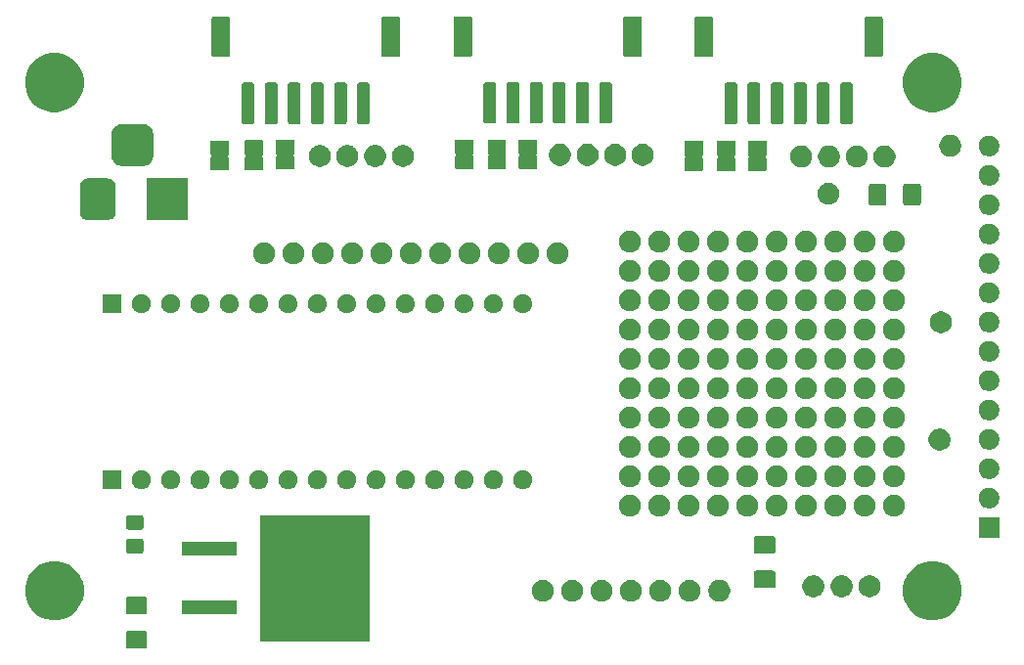
<source format=gbr>
G04 #@! TF.GenerationSoftware,KiCad,Pcbnew,5.1.5+dfsg1-2build2*
G04 #@! TF.CreationDate,2020-11-18T21:04:39-08:00*
G04 #@! TF.ProjectId,Tapper,54617070-6572-42e6-9b69-6361645f7063,rev?*
G04 #@! TF.SameCoordinates,Original*
G04 #@! TF.FileFunction,Soldermask,Bot*
G04 #@! TF.FilePolarity,Negative*
%FSLAX46Y46*%
G04 Gerber Fmt 4.6, Leading zero omitted, Abs format (unit mm)*
G04 Created by KiCad (PCBNEW 5.1.5+dfsg1-2build2) date 2020-11-18 21:04:39*
%MOMM*%
%LPD*%
G04 APERTURE LIST*
%ADD10C,0.100000*%
G04 APERTURE END LIST*
D10*
G36*
X157375562Y-97478181D02*
G01*
X157410481Y-97488774D01*
X157442663Y-97505976D01*
X157470873Y-97529127D01*
X157494024Y-97557337D01*
X157511226Y-97589519D01*
X157521819Y-97624438D01*
X157526000Y-97666895D01*
X157526000Y-98808105D01*
X157521819Y-98850562D01*
X157511226Y-98885481D01*
X157494024Y-98917663D01*
X157470873Y-98945873D01*
X157442663Y-98969024D01*
X157410481Y-98986226D01*
X157375562Y-98996819D01*
X157333105Y-99001000D01*
X155866895Y-99001000D01*
X155824438Y-98996819D01*
X155789519Y-98986226D01*
X155757337Y-98969024D01*
X155729127Y-98945873D01*
X155705976Y-98917663D01*
X155688774Y-98885481D01*
X155678181Y-98850562D01*
X155674000Y-98808105D01*
X155674000Y-97666895D01*
X155678181Y-97624438D01*
X155688774Y-97589519D01*
X155705976Y-97557337D01*
X155729127Y-97529127D01*
X155757337Y-97505976D01*
X155789519Y-97488774D01*
X155824438Y-97478181D01*
X155866895Y-97474000D01*
X157333105Y-97474000D01*
X157375562Y-97478181D01*
G37*
G36*
X176826000Y-98351000D02*
G01*
X167324000Y-98351000D01*
X167324000Y-87449000D01*
X176826000Y-87449000D01*
X176826000Y-98351000D01*
G37*
G36*
X150244098Y-91547033D02*
G01*
X150708350Y-91739332D01*
X150708352Y-91739333D01*
X151126168Y-92018509D01*
X151481491Y-92373832D01*
X151737672Y-92757234D01*
X151760668Y-92791650D01*
X151952967Y-93255902D01*
X152051000Y-93748747D01*
X152051000Y-94251253D01*
X151952967Y-94744098D01*
X151760668Y-95208350D01*
X151760667Y-95208352D01*
X151481491Y-95626168D01*
X151126168Y-95981491D01*
X150708352Y-96260667D01*
X150708351Y-96260668D01*
X150708350Y-96260668D01*
X150244098Y-96452967D01*
X149751253Y-96551000D01*
X149248747Y-96551000D01*
X148755902Y-96452967D01*
X148291650Y-96260668D01*
X148291649Y-96260668D01*
X148291648Y-96260667D01*
X147873832Y-95981491D01*
X147518509Y-95626168D01*
X147239333Y-95208352D01*
X147239332Y-95208350D01*
X147047033Y-94744098D01*
X146949000Y-94251253D01*
X146949000Y-93748747D01*
X147047033Y-93255902D01*
X147239332Y-92791650D01*
X147262328Y-92757234D01*
X147518509Y-92373832D01*
X147873832Y-92018509D01*
X148291648Y-91739333D01*
X148291650Y-91739332D01*
X148755902Y-91547033D01*
X149248747Y-91449000D01*
X149751253Y-91449000D01*
X150244098Y-91547033D01*
G37*
G36*
X226244098Y-91547033D02*
G01*
X226708350Y-91739332D01*
X226708352Y-91739333D01*
X227126168Y-92018509D01*
X227481491Y-92373832D01*
X227737672Y-92757234D01*
X227760668Y-92791650D01*
X227952967Y-93255902D01*
X228051000Y-93748747D01*
X228051000Y-94251253D01*
X227952967Y-94744098D01*
X227760668Y-95208350D01*
X227760667Y-95208352D01*
X227481491Y-95626168D01*
X227126168Y-95981491D01*
X226708352Y-96260667D01*
X226708351Y-96260668D01*
X226708350Y-96260668D01*
X226244098Y-96452967D01*
X225751253Y-96551000D01*
X225248747Y-96551000D01*
X224755902Y-96452967D01*
X224291650Y-96260668D01*
X224291649Y-96260668D01*
X224291648Y-96260667D01*
X223873832Y-95981491D01*
X223518509Y-95626168D01*
X223239333Y-95208352D01*
X223239332Y-95208350D01*
X223047033Y-94744098D01*
X222949000Y-94251253D01*
X222949000Y-93748747D01*
X223047033Y-93255902D01*
X223239332Y-92791650D01*
X223262328Y-92757234D01*
X223518509Y-92373832D01*
X223873832Y-92018509D01*
X224291648Y-91739333D01*
X224291650Y-91739332D01*
X224755902Y-91547033D01*
X225248747Y-91449000D01*
X225751253Y-91449000D01*
X226244098Y-91547033D01*
G37*
G36*
X165276000Y-96041000D02*
G01*
X160574000Y-96041000D01*
X160574000Y-94839000D01*
X165276000Y-94839000D01*
X165276000Y-96041000D01*
G37*
G36*
X157375562Y-94503181D02*
G01*
X157410481Y-94513774D01*
X157442663Y-94530976D01*
X157470873Y-94554127D01*
X157494024Y-94582337D01*
X157511226Y-94614519D01*
X157521819Y-94649438D01*
X157526000Y-94691895D01*
X157526000Y-95833105D01*
X157521819Y-95875562D01*
X157511226Y-95910481D01*
X157494024Y-95942663D01*
X157470873Y-95970873D01*
X157442663Y-95994024D01*
X157410481Y-96011226D01*
X157375562Y-96021819D01*
X157333105Y-96026000D01*
X155866895Y-96026000D01*
X155824438Y-96021819D01*
X155789519Y-96011226D01*
X155757337Y-95994024D01*
X155729127Y-95970873D01*
X155705976Y-95942663D01*
X155688774Y-95910481D01*
X155678181Y-95875562D01*
X155674000Y-95833105D01*
X155674000Y-94691895D01*
X155678181Y-94649438D01*
X155688774Y-94614519D01*
X155705976Y-94582337D01*
X155729127Y-94554127D01*
X155757337Y-94530976D01*
X155789519Y-94513774D01*
X155824438Y-94503181D01*
X155866895Y-94499000D01*
X157333105Y-94499000D01*
X157375562Y-94503181D01*
G37*
G36*
X207327395Y-93085546D02*
G01*
X207500466Y-93157234D01*
X207500467Y-93157235D01*
X207656227Y-93261310D01*
X207788690Y-93393773D01*
X207788691Y-93393775D01*
X207892766Y-93549534D01*
X207964454Y-93722605D01*
X208001000Y-93906333D01*
X208001000Y-94093667D01*
X207964454Y-94277395D01*
X207892766Y-94450466D01*
X207846711Y-94519392D01*
X207788690Y-94606227D01*
X207656227Y-94738690D01*
X207614015Y-94766895D01*
X207500466Y-94842766D01*
X207327395Y-94914454D01*
X207143667Y-94951000D01*
X206956333Y-94951000D01*
X206772605Y-94914454D01*
X206599534Y-94842766D01*
X206485985Y-94766895D01*
X206443773Y-94738690D01*
X206311310Y-94606227D01*
X206253289Y-94519392D01*
X206207234Y-94450466D01*
X206135546Y-94277395D01*
X206099000Y-94093667D01*
X206099000Y-93906333D01*
X206135546Y-93722605D01*
X206207234Y-93549534D01*
X206311309Y-93393775D01*
X206311310Y-93393773D01*
X206443773Y-93261310D01*
X206599533Y-93157235D01*
X206599534Y-93157234D01*
X206772605Y-93085546D01*
X206956333Y-93049000D01*
X207143667Y-93049000D01*
X207327395Y-93085546D01*
G37*
G36*
X192047395Y-93065546D02*
G01*
X192220466Y-93137234D01*
X192297818Y-93188919D01*
X192376227Y-93241310D01*
X192508690Y-93373773D01*
X192522055Y-93393775D01*
X192612766Y-93529534D01*
X192684454Y-93702605D01*
X192721000Y-93886333D01*
X192721000Y-94073667D01*
X192684454Y-94257395D01*
X192612766Y-94430466D01*
X192566973Y-94499000D01*
X192508690Y-94586227D01*
X192376227Y-94718690D01*
X192304083Y-94766895D01*
X192220466Y-94822766D01*
X192047395Y-94894454D01*
X191863667Y-94931000D01*
X191676333Y-94931000D01*
X191492605Y-94894454D01*
X191319534Y-94822766D01*
X191235917Y-94766895D01*
X191163773Y-94718690D01*
X191031310Y-94586227D01*
X190973027Y-94499000D01*
X190927234Y-94430466D01*
X190855546Y-94257395D01*
X190819000Y-94073667D01*
X190819000Y-93886333D01*
X190855546Y-93702605D01*
X190927234Y-93529534D01*
X191017945Y-93393775D01*
X191031310Y-93373773D01*
X191163773Y-93241310D01*
X191242182Y-93188919D01*
X191319534Y-93137234D01*
X191492605Y-93065546D01*
X191676333Y-93029000D01*
X191863667Y-93029000D01*
X192047395Y-93065546D01*
G37*
G36*
X204747395Y-93065546D02*
G01*
X204920466Y-93137234D01*
X204997818Y-93188919D01*
X205076227Y-93241310D01*
X205208690Y-93373773D01*
X205222055Y-93393775D01*
X205312766Y-93529534D01*
X205384454Y-93702605D01*
X205421000Y-93886333D01*
X205421000Y-94073667D01*
X205384454Y-94257395D01*
X205312766Y-94430466D01*
X205266973Y-94499000D01*
X205208690Y-94586227D01*
X205076227Y-94718690D01*
X205004083Y-94766895D01*
X204920466Y-94822766D01*
X204747395Y-94894454D01*
X204563667Y-94931000D01*
X204376333Y-94931000D01*
X204192605Y-94894454D01*
X204019534Y-94822766D01*
X203935917Y-94766895D01*
X203863773Y-94718690D01*
X203731310Y-94586227D01*
X203673027Y-94499000D01*
X203627234Y-94430466D01*
X203555546Y-94257395D01*
X203519000Y-94073667D01*
X203519000Y-93886333D01*
X203555546Y-93702605D01*
X203627234Y-93529534D01*
X203717945Y-93393775D01*
X203731310Y-93373773D01*
X203863773Y-93241310D01*
X203942182Y-93188919D01*
X204019534Y-93137234D01*
X204192605Y-93065546D01*
X204376333Y-93029000D01*
X204563667Y-93029000D01*
X204747395Y-93065546D01*
G37*
G36*
X202207395Y-93065546D02*
G01*
X202380466Y-93137234D01*
X202457818Y-93188919D01*
X202536227Y-93241310D01*
X202668690Y-93373773D01*
X202682055Y-93393775D01*
X202772766Y-93529534D01*
X202844454Y-93702605D01*
X202881000Y-93886333D01*
X202881000Y-94073667D01*
X202844454Y-94257395D01*
X202772766Y-94430466D01*
X202726973Y-94499000D01*
X202668690Y-94586227D01*
X202536227Y-94718690D01*
X202464083Y-94766895D01*
X202380466Y-94822766D01*
X202207395Y-94894454D01*
X202023667Y-94931000D01*
X201836333Y-94931000D01*
X201652605Y-94894454D01*
X201479534Y-94822766D01*
X201395917Y-94766895D01*
X201323773Y-94718690D01*
X201191310Y-94586227D01*
X201133027Y-94499000D01*
X201087234Y-94430466D01*
X201015546Y-94257395D01*
X200979000Y-94073667D01*
X200979000Y-93886333D01*
X201015546Y-93702605D01*
X201087234Y-93529534D01*
X201177945Y-93393775D01*
X201191310Y-93373773D01*
X201323773Y-93241310D01*
X201402182Y-93188919D01*
X201479534Y-93137234D01*
X201652605Y-93065546D01*
X201836333Y-93029000D01*
X202023667Y-93029000D01*
X202207395Y-93065546D01*
G37*
G36*
X194587395Y-93065546D02*
G01*
X194760466Y-93137234D01*
X194837818Y-93188919D01*
X194916227Y-93241310D01*
X195048690Y-93373773D01*
X195062055Y-93393775D01*
X195152766Y-93529534D01*
X195224454Y-93702605D01*
X195261000Y-93886333D01*
X195261000Y-94073667D01*
X195224454Y-94257395D01*
X195152766Y-94430466D01*
X195106973Y-94499000D01*
X195048690Y-94586227D01*
X194916227Y-94718690D01*
X194844083Y-94766895D01*
X194760466Y-94822766D01*
X194587395Y-94894454D01*
X194403667Y-94931000D01*
X194216333Y-94931000D01*
X194032605Y-94894454D01*
X193859534Y-94822766D01*
X193775917Y-94766895D01*
X193703773Y-94718690D01*
X193571310Y-94586227D01*
X193513027Y-94499000D01*
X193467234Y-94430466D01*
X193395546Y-94257395D01*
X193359000Y-94073667D01*
X193359000Y-93886333D01*
X193395546Y-93702605D01*
X193467234Y-93529534D01*
X193557945Y-93393775D01*
X193571310Y-93373773D01*
X193703773Y-93241310D01*
X193782182Y-93188919D01*
X193859534Y-93137234D01*
X194032605Y-93065546D01*
X194216333Y-93029000D01*
X194403667Y-93029000D01*
X194587395Y-93065546D01*
G37*
G36*
X197127395Y-93065546D02*
G01*
X197300466Y-93137234D01*
X197377818Y-93188919D01*
X197456227Y-93241310D01*
X197588690Y-93373773D01*
X197602055Y-93393775D01*
X197692766Y-93529534D01*
X197764454Y-93702605D01*
X197801000Y-93886333D01*
X197801000Y-94073667D01*
X197764454Y-94257395D01*
X197692766Y-94430466D01*
X197646973Y-94499000D01*
X197588690Y-94586227D01*
X197456227Y-94718690D01*
X197384083Y-94766895D01*
X197300466Y-94822766D01*
X197127395Y-94894454D01*
X196943667Y-94931000D01*
X196756333Y-94931000D01*
X196572605Y-94894454D01*
X196399534Y-94822766D01*
X196315917Y-94766895D01*
X196243773Y-94718690D01*
X196111310Y-94586227D01*
X196053027Y-94499000D01*
X196007234Y-94430466D01*
X195935546Y-94257395D01*
X195899000Y-94073667D01*
X195899000Y-93886333D01*
X195935546Y-93702605D01*
X196007234Y-93529534D01*
X196097945Y-93393775D01*
X196111310Y-93373773D01*
X196243773Y-93241310D01*
X196322182Y-93188919D01*
X196399534Y-93137234D01*
X196572605Y-93065546D01*
X196756333Y-93029000D01*
X196943667Y-93029000D01*
X197127395Y-93065546D01*
G37*
G36*
X199667395Y-93065546D02*
G01*
X199840466Y-93137234D01*
X199917818Y-93188919D01*
X199996227Y-93241310D01*
X200128690Y-93373773D01*
X200142055Y-93393775D01*
X200232766Y-93529534D01*
X200304454Y-93702605D01*
X200341000Y-93886333D01*
X200341000Y-94073667D01*
X200304454Y-94257395D01*
X200232766Y-94430466D01*
X200186973Y-94499000D01*
X200128690Y-94586227D01*
X199996227Y-94718690D01*
X199924083Y-94766895D01*
X199840466Y-94822766D01*
X199667395Y-94894454D01*
X199483667Y-94931000D01*
X199296333Y-94931000D01*
X199112605Y-94894454D01*
X198939534Y-94822766D01*
X198855917Y-94766895D01*
X198783773Y-94718690D01*
X198651310Y-94586227D01*
X198593027Y-94499000D01*
X198547234Y-94430466D01*
X198475546Y-94257395D01*
X198439000Y-94073667D01*
X198439000Y-93886333D01*
X198475546Y-93702605D01*
X198547234Y-93529534D01*
X198637945Y-93393775D01*
X198651310Y-93373773D01*
X198783773Y-93241310D01*
X198862182Y-93188919D01*
X198939534Y-93137234D01*
X199112605Y-93065546D01*
X199296333Y-93029000D01*
X199483667Y-93029000D01*
X199667395Y-93065546D01*
G37*
G36*
X217927395Y-92685546D02*
G01*
X218100466Y-92757234D01*
X218100467Y-92757235D01*
X218256227Y-92861310D01*
X218388690Y-92993773D01*
X218388691Y-92993775D01*
X218492766Y-93149534D01*
X218564454Y-93322605D01*
X218601000Y-93506333D01*
X218601000Y-93693667D01*
X218564454Y-93877395D01*
X218492766Y-94050466D01*
X218463901Y-94093665D01*
X218388690Y-94206227D01*
X218256227Y-94338690D01*
X218177818Y-94391081D01*
X218100466Y-94442766D01*
X217927395Y-94514454D01*
X217743667Y-94551000D01*
X217556333Y-94551000D01*
X217372605Y-94514454D01*
X217199534Y-94442766D01*
X217122182Y-94391081D01*
X217043773Y-94338690D01*
X216911310Y-94206227D01*
X216836099Y-94093665D01*
X216807234Y-94050466D01*
X216735546Y-93877395D01*
X216699000Y-93693667D01*
X216699000Y-93506333D01*
X216735546Y-93322605D01*
X216807234Y-93149534D01*
X216911309Y-92993775D01*
X216911310Y-92993773D01*
X217043773Y-92861310D01*
X217199533Y-92757235D01*
X217199534Y-92757234D01*
X217372605Y-92685546D01*
X217556333Y-92649000D01*
X217743667Y-92649000D01*
X217927395Y-92685546D01*
G37*
G36*
X220327395Y-92685546D02*
G01*
X220500466Y-92757234D01*
X220500467Y-92757235D01*
X220656227Y-92861310D01*
X220788690Y-92993773D01*
X220788691Y-92993775D01*
X220892766Y-93149534D01*
X220964454Y-93322605D01*
X221001000Y-93506333D01*
X221001000Y-93693667D01*
X220964454Y-93877395D01*
X220892766Y-94050466D01*
X220863901Y-94093665D01*
X220788690Y-94206227D01*
X220656227Y-94338690D01*
X220577818Y-94391081D01*
X220500466Y-94442766D01*
X220327395Y-94514454D01*
X220143667Y-94551000D01*
X219956333Y-94551000D01*
X219772605Y-94514454D01*
X219599534Y-94442766D01*
X219522182Y-94391081D01*
X219443773Y-94338690D01*
X219311310Y-94206227D01*
X219236099Y-94093665D01*
X219207234Y-94050466D01*
X219135546Y-93877395D01*
X219099000Y-93693667D01*
X219099000Y-93506333D01*
X219135546Y-93322605D01*
X219207234Y-93149534D01*
X219311309Y-92993775D01*
X219311310Y-92993773D01*
X219443773Y-92861310D01*
X219599533Y-92757235D01*
X219599534Y-92757234D01*
X219772605Y-92685546D01*
X219956333Y-92649000D01*
X220143667Y-92649000D01*
X220327395Y-92685546D01*
G37*
G36*
X215477395Y-92685546D02*
G01*
X215650466Y-92757234D01*
X215650467Y-92757235D01*
X215806227Y-92861310D01*
X215938690Y-92993773D01*
X215938691Y-92993775D01*
X216042766Y-93149534D01*
X216114454Y-93322605D01*
X216151000Y-93506333D01*
X216151000Y-93693667D01*
X216114454Y-93877395D01*
X216042766Y-94050466D01*
X216013901Y-94093665D01*
X215938690Y-94206227D01*
X215806227Y-94338690D01*
X215727818Y-94391081D01*
X215650466Y-94442766D01*
X215477395Y-94514454D01*
X215293667Y-94551000D01*
X215106333Y-94551000D01*
X214922605Y-94514454D01*
X214749534Y-94442766D01*
X214672182Y-94391081D01*
X214593773Y-94338690D01*
X214461310Y-94206227D01*
X214386099Y-94093665D01*
X214357234Y-94050466D01*
X214285546Y-93877395D01*
X214249000Y-93693667D01*
X214249000Y-93506333D01*
X214285546Y-93322605D01*
X214357234Y-93149534D01*
X214461309Y-92993775D01*
X214461310Y-92993773D01*
X214593773Y-92861310D01*
X214749533Y-92757235D01*
X214749534Y-92757234D01*
X214922605Y-92685546D01*
X215106333Y-92649000D01*
X215293667Y-92649000D01*
X215477395Y-92685546D01*
G37*
G36*
X211750562Y-92253181D02*
G01*
X211785481Y-92263774D01*
X211817663Y-92280976D01*
X211845873Y-92304127D01*
X211869024Y-92332337D01*
X211886226Y-92364519D01*
X211896819Y-92399438D01*
X211901000Y-92441895D01*
X211901000Y-93583105D01*
X211896819Y-93625562D01*
X211886226Y-93660481D01*
X211869024Y-93692663D01*
X211845873Y-93720873D01*
X211817663Y-93744024D01*
X211785481Y-93761226D01*
X211750562Y-93771819D01*
X211708105Y-93776000D01*
X210241895Y-93776000D01*
X210199438Y-93771819D01*
X210164519Y-93761226D01*
X210132337Y-93744024D01*
X210104127Y-93720873D01*
X210080976Y-93692663D01*
X210063774Y-93660481D01*
X210053181Y-93625562D01*
X210049000Y-93583105D01*
X210049000Y-92441895D01*
X210053181Y-92399438D01*
X210063774Y-92364519D01*
X210080976Y-92332337D01*
X210104127Y-92304127D01*
X210132337Y-92280976D01*
X210164519Y-92263774D01*
X210199438Y-92253181D01*
X210241895Y-92249000D01*
X211708105Y-92249000D01*
X211750562Y-92253181D01*
G37*
G36*
X165276000Y-90961000D02*
G01*
X160574000Y-90961000D01*
X160574000Y-89759000D01*
X165276000Y-89759000D01*
X165276000Y-90961000D01*
G37*
G36*
X211750562Y-89278181D02*
G01*
X211785481Y-89288774D01*
X211817663Y-89305976D01*
X211845873Y-89329127D01*
X211869024Y-89357337D01*
X211886226Y-89389519D01*
X211896819Y-89424438D01*
X211901000Y-89466895D01*
X211901000Y-90608105D01*
X211896819Y-90650562D01*
X211886226Y-90685481D01*
X211869024Y-90717663D01*
X211845873Y-90745873D01*
X211817663Y-90769024D01*
X211785481Y-90786226D01*
X211750562Y-90796819D01*
X211708105Y-90801000D01*
X210241895Y-90801000D01*
X210199438Y-90796819D01*
X210164519Y-90786226D01*
X210132337Y-90769024D01*
X210104127Y-90745873D01*
X210080976Y-90717663D01*
X210063774Y-90685481D01*
X210053181Y-90650562D01*
X210049000Y-90608105D01*
X210049000Y-89466895D01*
X210053181Y-89424438D01*
X210063774Y-89389519D01*
X210080976Y-89357337D01*
X210104127Y-89329127D01*
X210132337Y-89305976D01*
X210164519Y-89288774D01*
X210199438Y-89278181D01*
X210241895Y-89274000D01*
X211708105Y-89274000D01*
X211750562Y-89278181D01*
G37*
G36*
X157038674Y-89503465D02*
G01*
X157076367Y-89514899D01*
X157111103Y-89533466D01*
X157141548Y-89558452D01*
X157166534Y-89588897D01*
X157185101Y-89623633D01*
X157196535Y-89661326D01*
X157201000Y-89706661D01*
X157201000Y-90543339D01*
X157196535Y-90588674D01*
X157185101Y-90626367D01*
X157166534Y-90661103D01*
X157141548Y-90691548D01*
X157111103Y-90716534D01*
X157076367Y-90735101D01*
X157038674Y-90746535D01*
X156993339Y-90751000D01*
X155906661Y-90751000D01*
X155861326Y-90746535D01*
X155823633Y-90735101D01*
X155788897Y-90716534D01*
X155758452Y-90691548D01*
X155733466Y-90661103D01*
X155714899Y-90626367D01*
X155703465Y-90588674D01*
X155699000Y-90543339D01*
X155699000Y-89706661D01*
X155703465Y-89661326D01*
X155714899Y-89623633D01*
X155733466Y-89588897D01*
X155758452Y-89558452D01*
X155788897Y-89533466D01*
X155823633Y-89514899D01*
X155861326Y-89503465D01*
X155906661Y-89499000D01*
X156993339Y-89499000D01*
X157038674Y-89503465D01*
G37*
G36*
X231301000Y-89401000D02*
G01*
X229499000Y-89401000D01*
X229499000Y-87599000D01*
X231301000Y-87599000D01*
X231301000Y-89401000D01*
G37*
G36*
X157038674Y-87453465D02*
G01*
X157076367Y-87464899D01*
X157111103Y-87483466D01*
X157141548Y-87508452D01*
X157166534Y-87538897D01*
X157185101Y-87573633D01*
X157196535Y-87611326D01*
X157201000Y-87656661D01*
X157201000Y-88493339D01*
X157196535Y-88538674D01*
X157185101Y-88576367D01*
X157166534Y-88611103D01*
X157141548Y-88641548D01*
X157111103Y-88666534D01*
X157076367Y-88685101D01*
X157038674Y-88696535D01*
X156993339Y-88701000D01*
X155906661Y-88701000D01*
X155861326Y-88696535D01*
X155823633Y-88685101D01*
X155788897Y-88666534D01*
X155758452Y-88641548D01*
X155733466Y-88611103D01*
X155714899Y-88576367D01*
X155703465Y-88538674D01*
X155699000Y-88493339D01*
X155699000Y-87656661D01*
X155703465Y-87611326D01*
X155714899Y-87573633D01*
X155733466Y-87538897D01*
X155758452Y-87508452D01*
X155788897Y-87483466D01*
X155823633Y-87464899D01*
X155861326Y-87453465D01*
X155906661Y-87449000D01*
X156993339Y-87449000D01*
X157038674Y-87453465D01*
G37*
G36*
X199577395Y-85695546D02*
G01*
X199750466Y-85767234D01*
X199750467Y-85767235D01*
X199906227Y-85871310D01*
X200038690Y-86003773D01*
X200068737Y-86048742D01*
X200142766Y-86159534D01*
X200214454Y-86332605D01*
X200251000Y-86516333D01*
X200251000Y-86703667D01*
X200214454Y-86887395D01*
X200142766Y-87060466D01*
X200142765Y-87060467D01*
X200038690Y-87216227D01*
X199906227Y-87348690D01*
X199827818Y-87401081D01*
X199750466Y-87452766D01*
X199577395Y-87524454D01*
X199393667Y-87561000D01*
X199206333Y-87561000D01*
X199022605Y-87524454D01*
X198849534Y-87452766D01*
X198772182Y-87401081D01*
X198693773Y-87348690D01*
X198561310Y-87216227D01*
X198457235Y-87060467D01*
X198457234Y-87060466D01*
X198385546Y-86887395D01*
X198349000Y-86703667D01*
X198349000Y-86516333D01*
X198385546Y-86332605D01*
X198457234Y-86159534D01*
X198531263Y-86048742D01*
X198561310Y-86003773D01*
X198693773Y-85871310D01*
X198849533Y-85767235D01*
X198849534Y-85767234D01*
X199022605Y-85695546D01*
X199206333Y-85659000D01*
X199393667Y-85659000D01*
X199577395Y-85695546D01*
G37*
G36*
X202117395Y-85695546D02*
G01*
X202290466Y-85767234D01*
X202290467Y-85767235D01*
X202446227Y-85871310D01*
X202578690Y-86003773D01*
X202608737Y-86048742D01*
X202682766Y-86159534D01*
X202754454Y-86332605D01*
X202791000Y-86516333D01*
X202791000Y-86703667D01*
X202754454Y-86887395D01*
X202682766Y-87060466D01*
X202682765Y-87060467D01*
X202578690Y-87216227D01*
X202446227Y-87348690D01*
X202367818Y-87401081D01*
X202290466Y-87452766D01*
X202117395Y-87524454D01*
X201933667Y-87561000D01*
X201746333Y-87561000D01*
X201562605Y-87524454D01*
X201389534Y-87452766D01*
X201312182Y-87401081D01*
X201233773Y-87348690D01*
X201101310Y-87216227D01*
X200997235Y-87060467D01*
X200997234Y-87060466D01*
X200925546Y-86887395D01*
X200889000Y-86703667D01*
X200889000Y-86516333D01*
X200925546Y-86332605D01*
X200997234Y-86159534D01*
X201071263Y-86048742D01*
X201101310Y-86003773D01*
X201233773Y-85871310D01*
X201389533Y-85767235D01*
X201389534Y-85767234D01*
X201562605Y-85695546D01*
X201746333Y-85659000D01*
X201933667Y-85659000D01*
X202117395Y-85695546D01*
G37*
G36*
X204657395Y-85695546D02*
G01*
X204830466Y-85767234D01*
X204830467Y-85767235D01*
X204986227Y-85871310D01*
X205118690Y-86003773D01*
X205148737Y-86048742D01*
X205222766Y-86159534D01*
X205294454Y-86332605D01*
X205331000Y-86516333D01*
X205331000Y-86703667D01*
X205294454Y-86887395D01*
X205222766Y-87060466D01*
X205222765Y-87060467D01*
X205118690Y-87216227D01*
X204986227Y-87348690D01*
X204907818Y-87401081D01*
X204830466Y-87452766D01*
X204657395Y-87524454D01*
X204473667Y-87561000D01*
X204286333Y-87561000D01*
X204102605Y-87524454D01*
X203929534Y-87452766D01*
X203852182Y-87401081D01*
X203773773Y-87348690D01*
X203641310Y-87216227D01*
X203537235Y-87060467D01*
X203537234Y-87060466D01*
X203465546Y-86887395D01*
X203429000Y-86703667D01*
X203429000Y-86516333D01*
X203465546Y-86332605D01*
X203537234Y-86159534D01*
X203611263Y-86048742D01*
X203641310Y-86003773D01*
X203773773Y-85871310D01*
X203929533Y-85767235D01*
X203929534Y-85767234D01*
X204102605Y-85695546D01*
X204286333Y-85659000D01*
X204473667Y-85659000D01*
X204657395Y-85695546D01*
G37*
G36*
X207197395Y-85695546D02*
G01*
X207370466Y-85767234D01*
X207370467Y-85767235D01*
X207526227Y-85871310D01*
X207658690Y-86003773D01*
X207688737Y-86048742D01*
X207762766Y-86159534D01*
X207834454Y-86332605D01*
X207871000Y-86516333D01*
X207871000Y-86703667D01*
X207834454Y-86887395D01*
X207762766Y-87060466D01*
X207762765Y-87060467D01*
X207658690Y-87216227D01*
X207526227Y-87348690D01*
X207447818Y-87401081D01*
X207370466Y-87452766D01*
X207197395Y-87524454D01*
X207013667Y-87561000D01*
X206826333Y-87561000D01*
X206642605Y-87524454D01*
X206469534Y-87452766D01*
X206392182Y-87401081D01*
X206313773Y-87348690D01*
X206181310Y-87216227D01*
X206077235Y-87060467D01*
X206077234Y-87060466D01*
X206005546Y-86887395D01*
X205969000Y-86703667D01*
X205969000Y-86516333D01*
X206005546Y-86332605D01*
X206077234Y-86159534D01*
X206151263Y-86048742D01*
X206181310Y-86003773D01*
X206313773Y-85871310D01*
X206469533Y-85767235D01*
X206469534Y-85767234D01*
X206642605Y-85695546D01*
X206826333Y-85659000D01*
X207013667Y-85659000D01*
X207197395Y-85695546D01*
G37*
G36*
X209737395Y-85695546D02*
G01*
X209910466Y-85767234D01*
X209910467Y-85767235D01*
X210066227Y-85871310D01*
X210198690Y-86003773D01*
X210228737Y-86048742D01*
X210302766Y-86159534D01*
X210374454Y-86332605D01*
X210411000Y-86516333D01*
X210411000Y-86703667D01*
X210374454Y-86887395D01*
X210302766Y-87060466D01*
X210302765Y-87060467D01*
X210198690Y-87216227D01*
X210066227Y-87348690D01*
X209987818Y-87401081D01*
X209910466Y-87452766D01*
X209737395Y-87524454D01*
X209553667Y-87561000D01*
X209366333Y-87561000D01*
X209182605Y-87524454D01*
X209009534Y-87452766D01*
X208932182Y-87401081D01*
X208853773Y-87348690D01*
X208721310Y-87216227D01*
X208617235Y-87060467D01*
X208617234Y-87060466D01*
X208545546Y-86887395D01*
X208509000Y-86703667D01*
X208509000Y-86516333D01*
X208545546Y-86332605D01*
X208617234Y-86159534D01*
X208691263Y-86048742D01*
X208721310Y-86003773D01*
X208853773Y-85871310D01*
X209009533Y-85767235D01*
X209009534Y-85767234D01*
X209182605Y-85695546D01*
X209366333Y-85659000D01*
X209553667Y-85659000D01*
X209737395Y-85695546D01*
G37*
G36*
X212277395Y-85695546D02*
G01*
X212450466Y-85767234D01*
X212450467Y-85767235D01*
X212606227Y-85871310D01*
X212738690Y-86003773D01*
X212768737Y-86048742D01*
X212842766Y-86159534D01*
X212914454Y-86332605D01*
X212951000Y-86516333D01*
X212951000Y-86703667D01*
X212914454Y-86887395D01*
X212842766Y-87060466D01*
X212842765Y-87060467D01*
X212738690Y-87216227D01*
X212606227Y-87348690D01*
X212527818Y-87401081D01*
X212450466Y-87452766D01*
X212277395Y-87524454D01*
X212093667Y-87561000D01*
X211906333Y-87561000D01*
X211722605Y-87524454D01*
X211549534Y-87452766D01*
X211472182Y-87401081D01*
X211393773Y-87348690D01*
X211261310Y-87216227D01*
X211157235Y-87060467D01*
X211157234Y-87060466D01*
X211085546Y-86887395D01*
X211049000Y-86703667D01*
X211049000Y-86516333D01*
X211085546Y-86332605D01*
X211157234Y-86159534D01*
X211231263Y-86048742D01*
X211261310Y-86003773D01*
X211393773Y-85871310D01*
X211549533Y-85767235D01*
X211549534Y-85767234D01*
X211722605Y-85695546D01*
X211906333Y-85659000D01*
X212093667Y-85659000D01*
X212277395Y-85695546D01*
G37*
G36*
X214817395Y-85695546D02*
G01*
X214990466Y-85767234D01*
X214990467Y-85767235D01*
X215146227Y-85871310D01*
X215278690Y-86003773D01*
X215308737Y-86048742D01*
X215382766Y-86159534D01*
X215454454Y-86332605D01*
X215491000Y-86516333D01*
X215491000Y-86703667D01*
X215454454Y-86887395D01*
X215382766Y-87060466D01*
X215382765Y-87060467D01*
X215278690Y-87216227D01*
X215146227Y-87348690D01*
X215067818Y-87401081D01*
X214990466Y-87452766D01*
X214817395Y-87524454D01*
X214633667Y-87561000D01*
X214446333Y-87561000D01*
X214262605Y-87524454D01*
X214089534Y-87452766D01*
X214012182Y-87401081D01*
X213933773Y-87348690D01*
X213801310Y-87216227D01*
X213697235Y-87060467D01*
X213697234Y-87060466D01*
X213625546Y-86887395D01*
X213589000Y-86703667D01*
X213589000Y-86516333D01*
X213625546Y-86332605D01*
X213697234Y-86159534D01*
X213771263Y-86048742D01*
X213801310Y-86003773D01*
X213933773Y-85871310D01*
X214089533Y-85767235D01*
X214089534Y-85767234D01*
X214262605Y-85695546D01*
X214446333Y-85659000D01*
X214633667Y-85659000D01*
X214817395Y-85695546D01*
G37*
G36*
X217357395Y-85695546D02*
G01*
X217530466Y-85767234D01*
X217530467Y-85767235D01*
X217686227Y-85871310D01*
X217818690Y-86003773D01*
X217848737Y-86048742D01*
X217922766Y-86159534D01*
X217994454Y-86332605D01*
X218031000Y-86516333D01*
X218031000Y-86703667D01*
X217994454Y-86887395D01*
X217922766Y-87060466D01*
X217922765Y-87060467D01*
X217818690Y-87216227D01*
X217686227Y-87348690D01*
X217607818Y-87401081D01*
X217530466Y-87452766D01*
X217357395Y-87524454D01*
X217173667Y-87561000D01*
X216986333Y-87561000D01*
X216802605Y-87524454D01*
X216629534Y-87452766D01*
X216552182Y-87401081D01*
X216473773Y-87348690D01*
X216341310Y-87216227D01*
X216237235Y-87060467D01*
X216237234Y-87060466D01*
X216165546Y-86887395D01*
X216129000Y-86703667D01*
X216129000Y-86516333D01*
X216165546Y-86332605D01*
X216237234Y-86159534D01*
X216311263Y-86048742D01*
X216341310Y-86003773D01*
X216473773Y-85871310D01*
X216629533Y-85767235D01*
X216629534Y-85767234D01*
X216802605Y-85695546D01*
X216986333Y-85659000D01*
X217173667Y-85659000D01*
X217357395Y-85695546D01*
G37*
G36*
X219897395Y-85695546D02*
G01*
X220070466Y-85767234D01*
X220070467Y-85767235D01*
X220226227Y-85871310D01*
X220358690Y-86003773D01*
X220388737Y-86048742D01*
X220462766Y-86159534D01*
X220534454Y-86332605D01*
X220571000Y-86516333D01*
X220571000Y-86703667D01*
X220534454Y-86887395D01*
X220462766Y-87060466D01*
X220462765Y-87060467D01*
X220358690Y-87216227D01*
X220226227Y-87348690D01*
X220147818Y-87401081D01*
X220070466Y-87452766D01*
X219897395Y-87524454D01*
X219713667Y-87561000D01*
X219526333Y-87561000D01*
X219342605Y-87524454D01*
X219169534Y-87452766D01*
X219092182Y-87401081D01*
X219013773Y-87348690D01*
X218881310Y-87216227D01*
X218777235Y-87060467D01*
X218777234Y-87060466D01*
X218705546Y-86887395D01*
X218669000Y-86703667D01*
X218669000Y-86516333D01*
X218705546Y-86332605D01*
X218777234Y-86159534D01*
X218851263Y-86048742D01*
X218881310Y-86003773D01*
X219013773Y-85871310D01*
X219169533Y-85767235D01*
X219169534Y-85767234D01*
X219342605Y-85695546D01*
X219526333Y-85659000D01*
X219713667Y-85659000D01*
X219897395Y-85695546D01*
G37*
G36*
X222437395Y-85695546D02*
G01*
X222610466Y-85767234D01*
X222610467Y-85767235D01*
X222766227Y-85871310D01*
X222898690Y-86003773D01*
X222928737Y-86048742D01*
X223002766Y-86159534D01*
X223074454Y-86332605D01*
X223111000Y-86516333D01*
X223111000Y-86703667D01*
X223074454Y-86887395D01*
X223002766Y-87060466D01*
X223002765Y-87060467D01*
X222898690Y-87216227D01*
X222766227Y-87348690D01*
X222687818Y-87401081D01*
X222610466Y-87452766D01*
X222437395Y-87524454D01*
X222253667Y-87561000D01*
X222066333Y-87561000D01*
X221882605Y-87524454D01*
X221709534Y-87452766D01*
X221632182Y-87401081D01*
X221553773Y-87348690D01*
X221421310Y-87216227D01*
X221317235Y-87060467D01*
X221317234Y-87060466D01*
X221245546Y-86887395D01*
X221209000Y-86703667D01*
X221209000Y-86516333D01*
X221245546Y-86332605D01*
X221317234Y-86159534D01*
X221391263Y-86048742D01*
X221421310Y-86003773D01*
X221553773Y-85871310D01*
X221709533Y-85767235D01*
X221709534Y-85767234D01*
X221882605Y-85695546D01*
X222066333Y-85659000D01*
X222253667Y-85659000D01*
X222437395Y-85695546D01*
G37*
G36*
X230513512Y-85063927D02*
G01*
X230662812Y-85093624D01*
X230826784Y-85161544D01*
X230974354Y-85260147D01*
X231099853Y-85385646D01*
X231198456Y-85533216D01*
X231266376Y-85697188D01*
X231301000Y-85871259D01*
X231301000Y-86048741D01*
X231266376Y-86222812D01*
X231198456Y-86386784D01*
X231099853Y-86534354D01*
X230974354Y-86659853D01*
X230826784Y-86758456D01*
X230662812Y-86826376D01*
X230513512Y-86856073D01*
X230488742Y-86861000D01*
X230311258Y-86861000D01*
X230286488Y-86856073D01*
X230137188Y-86826376D01*
X229973216Y-86758456D01*
X229825646Y-86659853D01*
X229700147Y-86534354D01*
X229601544Y-86386784D01*
X229533624Y-86222812D01*
X229499000Y-86048741D01*
X229499000Y-85871259D01*
X229533624Y-85697188D01*
X229601544Y-85533216D01*
X229700147Y-85385646D01*
X229825646Y-85260147D01*
X229973216Y-85161544D01*
X230137188Y-85093624D01*
X230286488Y-85063927D01*
X230311258Y-85059000D01*
X230488742Y-85059000D01*
X230513512Y-85063927D01*
G37*
G36*
X162328017Y-83585358D02*
G01*
X162476521Y-83646870D01*
X162476522Y-83646871D01*
X162610167Y-83736169D01*
X162723831Y-83849833D01*
X162790804Y-83950067D01*
X162813130Y-83983479D01*
X162874642Y-84131983D01*
X162906000Y-84289630D01*
X162906000Y-84450370D01*
X162874642Y-84608017D01*
X162846389Y-84676225D01*
X162813130Y-84756521D01*
X162813129Y-84756522D01*
X162723831Y-84890167D01*
X162610167Y-85003831D01*
X162527600Y-85059000D01*
X162476521Y-85093130D01*
X162402270Y-85123885D01*
X162328017Y-85154642D01*
X162170370Y-85186000D01*
X162009630Y-85186000D01*
X161851983Y-85154642D01*
X161777730Y-85123885D01*
X161703479Y-85093130D01*
X161652400Y-85059000D01*
X161569833Y-85003831D01*
X161456169Y-84890167D01*
X161366871Y-84756522D01*
X161366870Y-84756521D01*
X161333611Y-84676225D01*
X161305358Y-84608017D01*
X161274000Y-84450370D01*
X161274000Y-84289630D01*
X161305358Y-84131983D01*
X161366870Y-83983479D01*
X161389196Y-83950067D01*
X161456169Y-83849833D01*
X161569833Y-83736169D01*
X161703478Y-83646871D01*
X161703479Y-83646870D01*
X161851983Y-83585358D01*
X162009630Y-83554000D01*
X162170370Y-83554000D01*
X162328017Y-83585358D01*
G37*
G36*
X185188017Y-83585358D02*
G01*
X185336521Y-83646870D01*
X185336522Y-83646871D01*
X185470167Y-83736169D01*
X185583831Y-83849833D01*
X185650804Y-83950067D01*
X185673130Y-83983479D01*
X185734642Y-84131983D01*
X185766000Y-84289630D01*
X185766000Y-84450370D01*
X185734642Y-84608017D01*
X185706389Y-84676225D01*
X185673130Y-84756521D01*
X185673129Y-84756522D01*
X185583831Y-84890167D01*
X185470167Y-85003831D01*
X185387600Y-85059000D01*
X185336521Y-85093130D01*
X185262270Y-85123885D01*
X185188017Y-85154642D01*
X185030370Y-85186000D01*
X184869630Y-85186000D01*
X184711983Y-85154642D01*
X184637730Y-85123885D01*
X184563479Y-85093130D01*
X184512400Y-85059000D01*
X184429833Y-85003831D01*
X184316169Y-84890167D01*
X184226871Y-84756522D01*
X184226870Y-84756521D01*
X184193611Y-84676225D01*
X184165358Y-84608017D01*
X184134000Y-84450370D01*
X184134000Y-84289630D01*
X184165358Y-84131983D01*
X184226870Y-83983479D01*
X184249196Y-83950067D01*
X184316169Y-83849833D01*
X184429833Y-83736169D01*
X184563478Y-83646871D01*
X184563479Y-83646870D01*
X184711983Y-83585358D01*
X184869630Y-83554000D01*
X185030370Y-83554000D01*
X185188017Y-83585358D01*
G37*
G36*
X187728017Y-83585358D02*
G01*
X187876521Y-83646870D01*
X187876522Y-83646871D01*
X188010167Y-83736169D01*
X188123831Y-83849833D01*
X188190804Y-83950067D01*
X188213130Y-83983479D01*
X188274642Y-84131983D01*
X188306000Y-84289630D01*
X188306000Y-84450370D01*
X188274642Y-84608017D01*
X188246389Y-84676225D01*
X188213130Y-84756521D01*
X188213129Y-84756522D01*
X188123831Y-84890167D01*
X188010167Y-85003831D01*
X187927600Y-85059000D01*
X187876521Y-85093130D01*
X187802270Y-85123885D01*
X187728017Y-85154642D01*
X187570370Y-85186000D01*
X187409630Y-85186000D01*
X187251983Y-85154642D01*
X187177730Y-85123885D01*
X187103479Y-85093130D01*
X187052400Y-85059000D01*
X186969833Y-85003831D01*
X186856169Y-84890167D01*
X186766871Y-84756522D01*
X186766870Y-84756521D01*
X186733611Y-84676225D01*
X186705358Y-84608017D01*
X186674000Y-84450370D01*
X186674000Y-84289630D01*
X186705358Y-84131983D01*
X186766870Y-83983479D01*
X186789196Y-83950067D01*
X186856169Y-83849833D01*
X186969833Y-83736169D01*
X187103478Y-83646871D01*
X187103479Y-83646870D01*
X187251983Y-83585358D01*
X187409630Y-83554000D01*
X187570370Y-83554000D01*
X187728017Y-83585358D01*
G37*
G36*
X190268017Y-83585358D02*
G01*
X190416521Y-83646870D01*
X190416522Y-83646871D01*
X190550167Y-83736169D01*
X190663831Y-83849833D01*
X190730804Y-83950067D01*
X190753130Y-83983479D01*
X190814642Y-84131983D01*
X190846000Y-84289630D01*
X190846000Y-84450370D01*
X190814642Y-84608017D01*
X190786389Y-84676225D01*
X190753130Y-84756521D01*
X190753129Y-84756522D01*
X190663831Y-84890167D01*
X190550167Y-85003831D01*
X190467600Y-85059000D01*
X190416521Y-85093130D01*
X190342270Y-85123885D01*
X190268017Y-85154642D01*
X190110370Y-85186000D01*
X189949630Y-85186000D01*
X189791983Y-85154642D01*
X189717730Y-85123885D01*
X189643479Y-85093130D01*
X189592400Y-85059000D01*
X189509833Y-85003831D01*
X189396169Y-84890167D01*
X189306871Y-84756522D01*
X189306870Y-84756521D01*
X189273611Y-84676225D01*
X189245358Y-84608017D01*
X189214000Y-84450370D01*
X189214000Y-84289630D01*
X189245358Y-84131983D01*
X189306870Y-83983479D01*
X189329196Y-83950067D01*
X189396169Y-83849833D01*
X189509833Y-83736169D01*
X189643478Y-83646871D01*
X189643479Y-83646870D01*
X189791983Y-83585358D01*
X189949630Y-83554000D01*
X190110370Y-83554000D01*
X190268017Y-83585358D01*
G37*
G36*
X164868017Y-83585358D02*
G01*
X165016521Y-83646870D01*
X165016522Y-83646871D01*
X165150167Y-83736169D01*
X165263831Y-83849833D01*
X165330804Y-83950067D01*
X165353130Y-83983479D01*
X165414642Y-84131983D01*
X165446000Y-84289630D01*
X165446000Y-84450370D01*
X165414642Y-84608017D01*
X165386389Y-84676225D01*
X165353130Y-84756521D01*
X165353129Y-84756522D01*
X165263831Y-84890167D01*
X165150167Y-85003831D01*
X165067600Y-85059000D01*
X165016521Y-85093130D01*
X164942270Y-85123885D01*
X164868017Y-85154642D01*
X164710370Y-85186000D01*
X164549630Y-85186000D01*
X164391983Y-85154642D01*
X164317730Y-85123885D01*
X164243479Y-85093130D01*
X164192400Y-85059000D01*
X164109833Y-85003831D01*
X163996169Y-84890167D01*
X163906871Y-84756522D01*
X163906870Y-84756521D01*
X163873611Y-84676225D01*
X163845358Y-84608017D01*
X163814000Y-84450370D01*
X163814000Y-84289630D01*
X163845358Y-84131983D01*
X163906870Y-83983479D01*
X163929196Y-83950067D01*
X163996169Y-83849833D01*
X164109833Y-83736169D01*
X164243478Y-83646871D01*
X164243479Y-83646870D01*
X164391983Y-83585358D01*
X164549630Y-83554000D01*
X164710370Y-83554000D01*
X164868017Y-83585358D01*
G37*
G36*
X167408017Y-83585358D02*
G01*
X167556521Y-83646870D01*
X167556522Y-83646871D01*
X167690167Y-83736169D01*
X167803831Y-83849833D01*
X167870804Y-83950067D01*
X167893130Y-83983479D01*
X167954642Y-84131983D01*
X167986000Y-84289630D01*
X167986000Y-84450370D01*
X167954642Y-84608017D01*
X167926389Y-84676225D01*
X167893130Y-84756521D01*
X167893129Y-84756522D01*
X167803831Y-84890167D01*
X167690167Y-85003831D01*
X167607600Y-85059000D01*
X167556521Y-85093130D01*
X167482270Y-85123885D01*
X167408017Y-85154642D01*
X167250370Y-85186000D01*
X167089630Y-85186000D01*
X166931983Y-85154642D01*
X166857730Y-85123885D01*
X166783479Y-85093130D01*
X166732400Y-85059000D01*
X166649833Y-85003831D01*
X166536169Y-84890167D01*
X166446871Y-84756522D01*
X166446870Y-84756521D01*
X166413611Y-84676225D01*
X166385358Y-84608017D01*
X166354000Y-84450370D01*
X166354000Y-84289630D01*
X166385358Y-84131983D01*
X166446870Y-83983479D01*
X166469196Y-83950067D01*
X166536169Y-83849833D01*
X166649833Y-83736169D01*
X166783478Y-83646871D01*
X166783479Y-83646870D01*
X166931983Y-83585358D01*
X167089630Y-83554000D01*
X167250370Y-83554000D01*
X167408017Y-83585358D01*
G37*
G36*
X169948017Y-83585358D02*
G01*
X170096521Y-83646870D01*
X170096522Y-83646871D01*
X170230167Y-83736169D01*
X170343831Y-83849833D01*
X170410804Y-83950067D01*
X170433130Y-83983479D01*
X170494642Y-84131983D01*
X170526000Y-84289630D01*
X170526000Y-84450370D01*
X170494642Y-84608017D01*
X170466389Y-84676225D01*
X170433130Y-84756521D01*
X170433129Y-84756522D01*
X170343831Y-84890167D01*
X170230167Y-85003831D01*
X170147600Y-85059000D01*
X170096521Y-85093130D01*
X170022270Y-85123885D01*
X169948017Y-85154642D01*
X169790370Y-85186000D01*
X169629630Y-85186000D01*
X169471983Y-85154642D01*
X169397730Y-85123885D01*
X169323479Y-85093130D01*
X169272400Y-85059000D01*
X169189833Y-85003831D01*
X169076169Y-84890167D01*
X168986871Y-84756522D01*
X168986870Y-84756521D01*
X168953611Y-84676225D01*
X168925358Y-84608017D01*
X168894000Y-84450370D01*
X168894000Y-84289630D01*
X168925358Y-84131983D01*
X168986870Y-83983479D01*
X169009196Y-83950067D01*
X169076169Y-83849833D01*
X169189833Y-83736169D01*
X169323478Y-83646871D01*
X169323479Y-83646870D01*
X169471983Y-83585358D01*
X169629630Y-83554000D01*
X169790370Y-83554000D01*
X169948017Y-83585358D01*
G37*
G36*
X172488017Y-83585358D02*
G01*
X172636521Y-83646870D01*
X172636522Y-83646871D01*
X172770167Y-83736169D01*
X172883831Y-83849833D01*
X172950804Y-83950067D01*
X172973130Y-83983479D01*
X173034642Y-84131983D01*
X173066000Y-84289630D01*
X173066000Y-84450370D01*
X173034642Y-84608017D01*
X173006389Y-84676225D01*
X172973130Y-84756521D01*
X172973129Y-84756522D01*
X172883831Y-84890167D01*
X172770167Y-85003831D01*
X172687600Y-85059000D01*
X172636521Y-85093130D01*
X172562270Y-85123885D01*
X172488017Y-85154642D01*
X172330370Y-85186000D01*
X172169630Y-85186000D01*
X172011983Y-85154642D01*
X171937730Y-85123885D01*
X171863479Y-85093130D01*
X171812400Y-85059000D01*
X171729833Y-85003831D01*
X171616169Y-84890167D01*
X171526871Y-84756522D01*
X171526870Y-84756521D01*
X171493611Y-84676225D01*
X171465358Y-84608017D01*
X171434000Y-84450370D01*
X171434000Y-84289630D01*
X171465358Y-84131983D01*
X171526870Y-83983479D01*
X171549196Y-83950067D01*
X171616169Y-83849833D01*
X171729833Y-83736169D01*
X171863478Y-83646871D01*
X171863479Y-83646870D01*
X172011983Y-83585358D01*
X172169630Y-83554000D01*
X172330370Y-83554000D01*
X172488017Y-83585358D01*
G37*
G36*
X175028017Y-83585358D02*
G01*
X175176521Y-83646870D01*
X175176522Y-83646871D01*
X175310167Y-83736169D01*
X175423831Y-83849833D01*
X175490804Y-83950067D01*
X175513130Y-83983479D01*
X175574642Y-84131983D01*
X175606000Y-84289630D01*
X175606000Y-84450370D01*
X175574642Y-84608017D01*
X175546389Y-84676225D01*
X175513130Y-84756521D01*
X175513129Y-84756522D01*
X175423831Y-84890167D01*
X175310167Y-85003831D01*
X175227600Y-85059000D01*
X175176521Y-85093130D01*
X175102270Y-85123885D01*
X175028017Y-85154642D01*
X174870370Y-85186000D01*
X174709630Y-85186000D01*
X174551983Y-85154642D01*
X174477730Y-85123885D01*
X174403479Y-85093130D01*
X174352400Y-85059000D01*
X174269833Y-85003831D01*
X174156169Y-84890167D01*
X174066871Y-84756522D01*
X174066870Y-84756521D01*
X174033611Y-84676225D01*
X174005358Y-84608017D01*
X173974000Y-84450370D01*
X173974000Y-84289630D01*
X174005358Y-84131983D01*
X174066870Y-83983479D01*
X174089196Y-83950067D01*
X174156169Y-83849833D01*
X174269833Y-83736169D01*
X174403478Y-83646871D01*
X174403479Y-83646870D01*
X174551983Y-83585358D01*
X174709630Y-83554000D01*
X174870370Y-83554000D01*
X175028017Y-83585358D01*
G37*
G36*
X155286000Y-85186000D02*
G01*
X153654000Y-85186000D01*
X153654000Y-83554000D01*
X155286000Y-83554000D01*
X155286000Y-85186000D01*
G37*
G36*
X157248017Y-83585358D02*
G01*
X157396521Y-83646870D01*
X157396522Y-83646871D01*
X157530167Y-83736169D01*
X157643831Y-83849833D01*
X157710804Y-83950067D01*
X157733130Y-83983479D01*
X157794642Y-84131983D01*
X157826000Y-84289630D01*
X157826000Y-84450370D01*
X157794642Y-84608017D01*
X157766389Y-84676225D01*
X157733130Y-84756521D01*
X157733129Y-84756522D01*
X157643831Y-84890167D01*
X157530167Y-85003831D01*
X157447600Y-85059000D01*
X157396521Y-85093130D01*
X157322270Y-85123885D01*
X157248017Y-85154642D01*
X157090370Y-85186000D01*
X156929630Y-85186000D01*
X156771983Y-85154642D01*
X156697730Y-85123885D01*
X156623479Y-85093130D01*
X156572400Y-85059000D01*
X156489833Y-85003831D01*
X156376169Y-84890167D01*
X156286871Y-84756522D01*
X156286870Y-84756521D01*
X156253611Y-84676225D01*
X156225358Y-84608017D01*
X156194000Y-84450370D01*
X156194000Y-84289630D01*
X156225358Y-84131983D01*
X156286870Y-83983479D01*
X156309196Y-83950067D01*
X156376169Y-83849833D01*
X156489833Y-83736169D01*
X156623478Y-83646871D01*
X156623479Y-83646870D01*
X156771983Y-83585358D01*
X156929630Y-83554000D01*
X157090370Y-83554000D01*
X157248017Y-83585358D01*
G37*
G36*
X159788017Y-83585358D02*
G01*
X159936521Y-83646870D01*
X159936522Y-83646871D01*
X160070167Y-83736169D01*
X160183831Y-83849833D01*
X160250804Y-83950067D01*
X160273130Y-83983479D01*
X160334642Y-84131983D01*
X160366000Y-84289630D01*
X160366000Y-84450370D01*
X160334642Y-84608017D01*
X160306389Y-84676225D01*
X160273130Y-84756521D01*
X160273129Y-84756522D01*
X160183831Y-84890167D01*
X160070167Y-85003831D01*
X159987600Y-85059000D01*
X159936521Y-85093130D01*
X159862270Y-85123885D01*
X159788017Y-85154642D01*
X159630370Y-85186000D01*
X159469630Y-85186000D01*
X159311983Y-85154642D01*
X159237730Y-85123885D01*
X159163479Y-85093130D01*
X159112400Y-85059000D01*
X159029833Y-85003831D01*
X158916169Y-84890167D01*
X158826871Y-84756522D01*
X158826870Y-84756521D01*
X158793611Y-84676225D01*
X158765358Y-84608017D01*
X158734000Y-84450370D01*
X158734000Y-84289630D01*
X158765358Y-84131983D01*
X158826870Y-83983479D01*
X158849196Y-83950067D01*
X158916169Y-83849833D01*
X159029833Y-83736169D01*
X159163478Y-83646871D01*
X159163479Y-83646870D01*
X159311983Y-83585358D01*
X159469630Y-83554000D01*
X159630370Y-83554000D01*
X159788017Y-83585358D01*
G37*
G36*
X177568017Y-83585358D02*
G01*
X177716521Y-83646870D01*
X177716522Y-83646871D01*
X177850167Y-83736169D01*
X177963831Y-83849833D01*
X178030804Y-83950067D01*
X178053130Y-83983479D01*
X178114642Y-84131983D01*
X178146000Y-84289630D01*
X178146000Y-84450370D01*
X178114642Y-84608017D01*
X178086389Y-84676225D01*
X178053130Y-84756521D01*
X178053129Y-84756522D01*
X177963831Y-84890167D01*
X177850167Y-85003831D01*
X177767600Y-85059000D01*
X177716521Y-85093130D01*
X177642270Y-85123885D01*
X177568017Y-85154642D01*
X177410370Y-85186000D01*
X177249630Y-85186000D01*
X177091983Y-85154642D01*
X177017730Y-85123885D01*
X176943479Y-85093130D01*
X176892400Y-85059000D01*
X176809833Y-85003831D01*
X176696169Y-84890167D01*
X176606871Y-84756522D01*
X176606870Y-84756521D01*
X176573611Y-84676225D01*
X176545358Y-84608017D01*
X176514000Y-84450370D01*
X176514000Y-84289630D01*
X176545358Y-84131983D01*
X176606870Y-83983479D01*
X176629196Y-83950067D01*
X176696169Y-83849833D01*
X176809833Y-83736169D01*
X176943478Y-83646871D01*
X176943479Y-83646870D01*
X177091983Y-83585358D01*
X177249630Y-83554000D01*
X177410370Y-83554000D01*
X177568017Y-83585358D01*
G37*
G36*
X180108017Y-83585358D02*
G01*
X180256521Y-83646870D01*
X180256522Y-83646871D01*
X180390167Y-83736169D01*
X180503831Y-83849833D01*
X180570804Y-83950067D01*
X180593130Y-83983479D01*
X180654642Y-84131983D01*
X180686000Y-84289630D01*
X180686000Y-84450370D01*
X180654642Y-84608017D01*
X180626389Y-84676225D01*
X180593130Y-84756521D01*
X180593129Y-84756522D01*
X180503831Y-84890167D01*
X180390167Y-85003831D01*
X180307600Y-85059000D01*
X180256521Y-85093130D01*
X180182270Y-85123885D01*
X180108017Y-85154642D01*
X179950370Y-85186000D01*
X179789630Y-85186000D01*
X179631983Y-85154642D01*
X179557730Y-85123885D01*
X179483479Y-85093130D01*
X179432400Y-85059000D01*
X179349833Y-85003831D01*
X179236169Y-84890167D01*
X179146871Y-84756522D01*
X179146870Y-84756521D01*
X179113611Y-84676225D01*
X179085358Y-84608017D01*
X179054000Y-84450370D01*
X179054000Y-84289630D01*
X179085358Y-84131983D01*
X179146870Y-83983479D01*
X179169196Y-83950067D01*
X179236169Y-83849833D01*
X179349833Y-83736169D01*
X179483478Y-83646871D01*
X179483479Y-83646870D01*
X179631983Y-83585358D01*
X179789630Y-83554000D01*
X179950370Y-83554000D01*
X180108017Y-83585358D01*
G37*
G36*
X182648017Y-83585358D02*
G01*
X182796521Y-83646870D01*
X182796522Y-83646871D01*
X182930167Y-83736169D01*
X183043831Y-83849833D01*
X183110804Y-83950067D01*
X183133130Y-83983479D01*
X183194642Y-84131983D01*
X183226000Y-84289630D01*
X183226000Y-84450370D01*
X183194642Y-84608017D01*
X183166389Y-84676225D01*
X183133130Y-84756521D01*
X183133129Y-84756522D01*
X183043831Y-84890167D01*
X182930167Y-85003831D01*
X182847600Y-85059000D01*
X182796521Y-85093130D01*
X182722270Y-85123885D01*
X182648017Y-85154642D01*
X182490370Y-85186000D01*
X182329630Y-85186000D01*
X182171983Y-85154642D01*
X182097730Y-85123885D01*
X182023479Y-85093130D01*
X181972400Y-85059000D01*
X181889833Y-85003831D01*
X181776169Y-84890167D01*
X181686871Y-84756522D01*
X181686870Y-84756521D01*
X181653611Y-84676225D01*
X181625358Y-84608017D01*
X181594000Y-84450370D01*
X181594000Y-84289630D01*
X181625358Y-84131983D01*
X181686870Y-83983479D01*
X181709196Y-83950067D01*
X181776169Y-83849833D01*
X181889833Y-83736169D01*
X182023478Y-83646871D01*
X182023479Y-83646870D01*
X182171983Y-83585358D01*
X182329630Y-83554000D01*
X182490370Y-83554000D01*
X182648017Y-83585358D01*
G37*
G36*
X214817395Y-83155546D02*
G01*
X214990466Y-83227234D01*
X214990467Y-83227235D01*
X215146227Y-83331310D01*
X215278690Y-83463773D01*
X215308737Y-83508742D01*
X215382766Y-83619534D01*
X215454454Y-83792605D01*
X215491000Y-83976333D01*
X215491000Y-84163667D01*
X215454454Y-84347395D01*
X215382766Y-84520466D01*
X215382765Y-84520467D01*
X215278690Y-84676227D01*
X215146227Y-84808690D01*
X215067818Y-84861081D01*
X214990466Y-84912766D01*
X214817395Y-84984454D01*
X214633667Y-85021000D01*
X214446333Y-85021000D01*
X214262605Y-84984454D01*
X214089534Y-84912766D01*
X214012182Y-84861081D01*
X213933773Y-84808690D01*
X213801310Y-84676227D01*
X213697235Y-84520467D01*
X213697234Y-84520466D01*
X213625546Y-84347395D01*
X213589000Y-84163667D01*
X213589000Y-83976333D01*
X213625546Y-83792605D01*
X213697234Y-83619534D01*
X213771263Y-83508742D01*
X213801310Y-83463773D01*
X213933773Y-83331310D01*
X214089533Y-83227235D01*
X214089534Y-83227234D01*
X214262605Y-83155546D01*
X214446333Y-83119000D01*
X214633667Y-83119000D01*
X214817395Y-83155546D01*
G37*
G36*
X222437395Y-83155546D02*
G01*
X222610466Y-83227234D01*
X222610467Y-83227235D01*
X222766227Y-83331310D01*
X222898690Y-83463773D01*
X222928737Y-83508742D01*
X223002766Y-83619534D01*
X223074454Y-83792605D01*
X223111000Y-83976333D01*
X223111000Y-84163667D01*
X223074454Y-84347395D01*
X223002766Y-84520466D01*
X223002765Y-84520467D01*
X222898690Y-84676227D01*
X222766227Y-84808690D01*
X222687818Y-84861081D01*
X222610466Y-84912766D01*
X222437395Y-84984454D01*
X222253667Y-85021000D01*
X222066333Y-85021000D01*
X221882605Y-84984454D01*
X221709534Y-84912766D01*
X221632182Y-84861081D01*
X221553773Y-84808690D01*
X221421310Y-84676227D01*
X221317235Y-84520467D01*
X221317234Y-84520466D01*
X221245546Y-84347395D01*
X221209000Y-84163667D01*
X221209000Y-83976333D01*
X221245546Y-83792605D01*
X221317234Y-83619534D01*
X221391263Y-83508742D01*
X221421310Y-83463773D01*
X221553773Y-83331310D01*
X221709533Y-83227235D01*
X221709534Y-83227234D01*
X221882605Y-83155546D01*
X222066333Y-83119000D01*
X222253667Y-83119000D01*
X222437395Y-83155546D01*
G37*
G36*
X219897395Y-83155546D02*
G01*
X220070466Y-83227234D01*
X220070467Y-83227235D01*
X220226227Y-83331310D01*
X220358690Y-83463773D01*
X220388737Y-83508742D01*
X220462766Y-83619534D01*
X220534454Y-83792605D01*
X220571000Y-83976333D01*
X220571000Y-84163667D01*
X220534454Y-84347395D01*
X220462766Y-84520466D01*
X220462765Y-84520467D01*
X220358690Y-84676227D01*
X220226227Y-84808690D01*
X220147818Y-84861081D01*
X220070466Y-84912766D01*
X219897395Y-84984454D01*
X219713667Y-85021000D01*
X219526333Y-85021000D01*
X219342605Y-84984454D01*
X219169534Y-84912766D01*
X219092182Y-84861081D01*
X219013773Y-84808690D01*
X218881310Y-84676227D01*
X218777235Y-84520467D01*
X218777234Y-84520466D01*
X218705546Y-84347395D01*
X218669000Y-84163667D01*
X218669000Y-83976333D01*
X218705546Y-83792605D01*
X218777234Y-83619534D01*
X218851263Y-83508742D01*
X218881310Y-83463773D01*
X219013773Y-83331310D01*
X219169533Y-83227235D01*
X219169534Y-83227234D01*
X219342605Y-83155546D01*
X219526333Y-83119000D01*
X219713667Y-83119000D01*
X219897395Y-83155546D01*
G37*
G36*
X217357395Y-83155546D02*
G01*
X217530466Y-83227234D01*
X217530467Y-83227235D01*
X217686227Y-83331310D01*
X217818690Y-83463773D01*
X217848737Y-83508742D01*
X217922766Y-83619534D01*
X217994454Y-83792605D01*
X218031000Y-83976333D01*
X218031000Y-84163667D01*
X217994454Y-84347395D01*
X217922766Y-84520466D01*
X217922765Y-84520467D01*
X217818690Y-84676227D01*
X217686227Y-84808690D01*
X217607818Y-84861081D01*
X217530466Y-84912766D01*
X217357395Y-84984454D01*
X217173667Y-85021000D01*
X216986333Y-85021000D01*
X216802605Y-84984454D01*
X216629534Y-84912766D01*
X216552182Y-84861081D01*
X216473773Y-84808690D01*
X216341310Y-84676227D01*
X216237235Y-84520467D01*
X216237234Y-84520466D01*
X216165546Y-84347395D01*
X216129000Y-84163667D01*
X216129000Y-83976333D01*
X216165546Y-83792605D01*
X216237234Y-83619534D01*
X216311263Y-83508742D01*
X216341310Y-83463773D01*
X216473773Y-83331310D01*
X216629533Y-83227235D01*
X216629534Y-83227234D01*
X216802605Y-83155546D01*
X216986333Y-83119000D01*
X217173667Y-83119000D01*
X217357395Y-83155546D01*
G37*
G36*
X212277395Y-83155546D02*
G01*
X212450466Y-83227234D01*
X212450467Y-83227235D01*
X212606227Y-83331310D01*
X212738690Y-83463773D01*
X212768737Y-83508742D01*
X212842766Y-83619534D01*
X212914454Y-83792605D01*
X212951000Y-83976333D01*
X212951000Y-84163667D01*
X212914454Y-84347395D01*
X212842766Y-84520466D01*
X212842765Y-84520467D01*
X212738690Y-84676227D01*
X212606227Y-84808690D01*
X212527818Y-84861081D01*
X212450466Y-84912766D01*
X212277395Y-84984454D01*
X212093667Y-85021000D01*
X211906333Y-85021000D01*
X211722605Y-84984454D01*
X211549534Y-84912766D01*
X211472182Y-84861081D01*
X211393773Y-84808690D01*
X211261310Y-84676227D01*
X211157235Y-84520467D01*
X211157234Y-84520466D01*
X211085546Y-84347395D01*
X211049000Y-84163667D01*
X211049000Y-83976333D01*
X211085546Y-83792605D01*
X211157234Y-83619534D01*
X211231263Y-83508742D01*
X211261310Y-83463773D01*
X211393773Y-83331310D01*
X211549533Y-83227235D01*
X211549534Y-83227234D01*
X211722605Y-83155546D01*
X211906333Y-83119000D01*
X212093667Y-83119000D01*
X212277395Y-83155546D01*
G37*
G36*
X209737395Y-83155546D02*
G01*
X209910466Y-83227234D01*
X209910467Y-83227235D01*
X210066227Y-83331310D01*
X210198690Y-83463773D01*
X210228737Y-83508742D01*
X210302766Y-83619534D01*
X210374454Y-83792605D01*
X210411000Y-83976333D01*
X210411000Y-84163667D01*
X210374454Y-84347395D01*
X210302766Y-84520466D01*
X210302765Y-84520467D01*
X210198690Y-84676227D01*
X210066227Y-84808690D01*
X209987818Y-84861081D01*
X209910466Y-84912766D01*
X209737395Y-84984454D01*
X209553667Y-85021000D01*
X209366333Y-85021000D01*
X209182605Y-84984454D01*
X209009534Y-84912766D01*
X208932182Y-84861081D01*
X208853773Y-84808690D01*
X208721310Y-84676227D01*
X208617235Y-84520467D01*
X208617234Y-84520466D01*
X208545546Y-84347395D01*
X208509000Y-84163667D01*
X208509000Y-83976333D01*
X208545546Y-83792605D01*
X208617234Y-83619534D01*
X208691263Y-83508742D01*
X208721310Y-83463773D01*
X208853773Y-83331310D01*
X209009533Y-83227235D01*
X209009534Y-83227234D01*
X209182605Y-83155546D01*
X209366333Y-83119000D01*
X209553667Y-83119000D01*
X209737395Y-83155546D01*
G37*
G36*
X199577395Y-83155546D02*
G01*
X199750466Y-83227234D01*
X199750467Y-83227235D01*
X199906227Y-83331310D01*
X200038690Y-83463773D01*
X200068737Y-83508742D01*
X200142766Y-83619534D01*
X200214454Y-83792605D01*
X200251000Y-83976333D01*
X200251000Y-84163667D01*
X200214454Y-84347395D01*
X200142766Y-84520466D01*
X200142765Y-84520467D01*
X200038690Y-84676227D01*
X199906227Y-84808690D01*
X199827818Y-84861081D01*
X199750466Y-84912766D01*
X199577395Y-84984454D01*
X199393667Y-85021000D01*
X199206333Y-85021000D01*
X199022605Y-84984454D01*
X198849534Y-84912766D01*
X198772182Y-84861081D01*
X198693773Y-84808690D01*
X198561310Y-84676227D01*
X198457235Y-84520467D01*
X198457234Y-84520466D01*
X198385546Y-84347395D01*
X198349000Y-84163667D01*
X198349000Y-83976333D01*
X198385546Y-83792605D01*
X198457234Y-83619534D01*
X198531263Y-83508742D01*
X198561310Y-83463773D01*
X198693773Y-83331310D01*
X198849533Y-83227235D01*
X198849534Y-83227234D01*
X199022605Y-83155546D01*
X199206333Y-83119000D01*
X199393667Y-83119000D01*
X199577395Y-83155546D01*
G37*
G36*
X207197395Y-83155546D02*
G01*
X207370466Y-83227234D01*
X207370467Y-83227235D01*
X207526227Y-83331310D01*
X207658690Y-83463773D01*
X207688737Y-83508742D01*
X207762766Y-83619534D01*
X207834454Y-83792605D01*
X207871000Y-83976333D01*
X207871000Y-84163667D01*
X207834454Y-84347395D01*
X207762766Y-84520466D01*
X207762765Y-84520467D01*
X207658690Y-84676227D01*
X207526227Y-84808690D01*
X207447818Y-84861081D01*
X207370466Y-84912766D01*
X207197395Y-84984454D01*
X207013667Y-85021000D01*
X206826333Y-85021000D01*
X206642605Y-84984454D01*
X206469534Y-84912766D01*
X206392182Y-84861081D01*
X206313773Y-84808690D01*
X206181310Y-84676227D01*
X206077235Y-84520467D01*
X206077234Y-84520466D01*
X206005546Y-84347395D01*
X205969000Y-84163667D01*
X205969000Y-83976333D01*
X206005546Y-83792605D01*
X206077234Y-83619534D01*
X206151263Y-83508742D01*
X206181310Y-83463773D01*
X206313773Y-83331310D01*
X206469533Y-83227235D01*
X206469534Y-83227234D01*
X206642605Y-83155546D01*
X206826333Y-83119000D01*
X207013667Y-83119000D01*
X207197395Y-83155546D01*
G37*
G36*
X204657395Y-83155546D02*
G01*
X204830466Y-83227234D01*
X204830467Y-83227235D01*
X204986227Y-83331310D01*
X205118690Y-83463773D01*
X205148737Y-83508742D01*
X205222766Y-83619534D01*
X205294454Y-83792605D01*
X205331000Y-83976333D01*
X205331000Y-84163667D01*
X205294454Y-84347395D01*
X205222766Y-84520466D01*
X205222765Y-84520467D01*
X205118690Y-84676227D01*
X204986227Y-84808690D01*
X204907818Y-84861081D01*
X204830466Y-84912766D01*
X204657395Y-84984454D01*
X204473667Y-85021000D01*
X204286333Y-85021000D01*
X204102605Y-84984454D01*
X203929534Y-84912766D01*
X203852182Y-84861081D01*
X203773773Y-84808690D01*
X203641310Y-84676227D01*
X203537235Y-84520467D01*
X203537234Y-84520466D01*
X203465546Y-84347395D01*
X203429000Y-84163667D01*
X203429000Y-83976333D01*
X203465546Y-83792605D01*
X203537234Y-83619534D01*
X203611263Y-83508742D01*
X203641310Y-83463773D01*
X203773773Y-83331310D01*
X203929533Y-83227235D01*
X203929534Y-83227234D01*
X204102605Y-83155546D01*
X204286333Y-83119000D01*
X204473667Y-83119000D01*
X204657395Y-83155546D01*
G37*
G36*
X202117395Y-83155546D02*
G01*
X202290466Y-83227234D01*
X202290467Y-83227235D01*
X202446227Y-83331310D01*
X202578690Y-83463773D01*
X202608737Y-83508742D01*
X202682766Y-83619534D01*
X202754454Y-83792605D01*
X202791000Y-83976333D01*
X202791000Y-84163667D01*
X202754454Y-84347395D01*
X202682766Y-84520466D01*
X202682765Y-84520467D01*
X202578690Y-84676227D01*
X202446227Y-84808690D01*
X202367818Y-84861081D01*
X202290466Y-84912766D01*
X202117395Y-84984454D01*
X201933667Y-85021000D01*
X201746333Y-85021000D01*
X201562605Y-84984454D01*
X201389534Y-84912766D01*
X201312182Y-84861081D01*
X201233773Y-84808690D01*
X201101310Y-84676227D01*
X200997235Y-84520467D01*
X200997234Y-84520466D01*
X200925546Y-84347395D01*
X200889000Y-84163667D01*
X200889000Y-83976333D01*
X200925546Y-83792605D01*
X200997234Y-83619534D01*
X201071263Y-83508742D01*
X201101310Y-83463773D01*
X201233773Y-83331310D01*
X201389533Y-83227235D01*
X201389534Y-83227234D01*
X201562605Y-83155546D01*
X201746333Y-83119000D01*
X201933667Y-83119000D01*
X202117395Y-83155546D01*
G37*
G36*
X230513512Y-82523927D02*
G01*
X230662812Y-82553624D01*
X230826784Y-82621544D01*
X230974354Y-82720147D01*
X231099853Y-82845646D01*
X231198456Y-82993216D01*
X231266376Y-83157188D01*
X231301000Y-83331259D01*
X231301000Y-83508741D01*
X231266376Y-83682812D01*
X231198456Y-83846784D01*
X231099853Y-83994354D01*
X230974354Y-84119853D01*
X230826784Y-84218456D01*
X230662812Y-84286376D01*
X230513512Y-84316073D01*
X230488742Y-84321000D01*
X230311258Y-84321000D01*
X230286488Y-84316073D01*
X230137188Y-84286376D01*
X229973216Y-84218456D01*
X229825646Y-84119853D01*
X229700147Y-83994354D01*
X229601544Y-83846784D01*
X229533624Y-83682812D01*
X229499000Y-83508741D01*
X229499000Y-83331259D01*
X229533624Y-83157188D01*
X229601544Y-82993216D01*
X229700147Y-82845646D01*
X229825646Y-82720147D01*
X229973216Y-82621544D01*
X230137188Y-82553624D01*
X230286488Y-82523927D01*
X230311258Y-82519000D01*
X230488742Y-82519000D01*
X230513512Y-82523927D01*
G37*
G36*
X214817395Y-80615546D02*
G01*
X214990466Y-80687234D01*
X214990467Y-80687235D01*
X215146227Y-80791310D01*
X215278690Y-80923773D01*
X215308737Y-80968742D01*
X215382766Y-81079534D01*
X215454454Y-81252605D01*
X215491000Y-81436333D01*
X215491000Y-81623667D01*
X215454454Y-81807395D01*
X215382766Y-81980466D01*
X215382765Y-81980467D01*
X215278690Y-82136227D01*
X215146227Y-82268690D01*
X215067818Y-82321081D01*
X214990466Y-82372766D01*
X214817395Y-82444454D01*
X214633667Y-82481000D01*
X214446333Y-82481000D01*
X214262605Y-82444454D01*
X214089534Y-82372766D01*
X214012182Y-82321081D01*
X213933773Y-82268690D01*
X213801310Y-82136227D01*
X213697235Y-81980467D01*
X213697234Y-81980466D01*
X213625546Y-81807395D01*
X213589000Y-81623667D01*
X213589000Y-81436333D01*
X213625546Y-81252605D01*
X213697234Y-81079534D01*
X213771263Y-80968742D01*
X213801310Y-80923773D01*
X213933773Y-80791310D01*
X214089533Y-80687235D01*
X214089534Y-80687234D01*
X214262605Y-80615546D01*
X214446333Y-80579000D01*
X214633667Y-80579000D01*
X214817395Y-80615546D01*
G37*
G36*
X199577395Y-80615546D02*
G01*
X199750466Y-80687234D01*
X199750467Y-80687235D01*
X199906227Y-80791310D01*
X200038690Y-80923773D01*
X200068737Y-80968742D01*
X200142766Y-81079534D01*
X200214454Y-81252605D01*
X200251000Y-81436333D01*
X200251000Y-81623667D01*
X200214454Y-81807395D01*
X200142766Y-81980466D01*
X200142765Y-81980467D01*
X200038690Y-82136227D01*
X199906227Y-82268690D01*
X199827818Y-82321081D01*
X199750466Y-82372766D01*
X199577395Y-82444454D01*
X199393667Y-82481000D01*
X199206333Y-82481000D01*
X199022605Y-82444454D01*
X198849534Y-82372766D01*
X198772182Y-82321081D01*
X198693773Y-82268690D01*
X198561310Y-82136227D01*
X198457235Y-81980467D01*
X198457234Y-81980466D01*
X198385546Y-81807395D01*
X198349000Y-81623667D01*
X198349000Y-81436333D01*
X198385546Y-81252605D01*
X198457234Y-81079534D01*
X198531263Y-80968742D01*
X198561310Y-80923773D01*
X198693773Y-80791310D01*
X198849533Y-80687235D01*
X198849534Y-80687234D01*
X199022605Y-80615546D01*
X199206333Y-80579000D01*
X199393667Y-80579000D01*
X199577395Y-80615546D01*
G37*
G36*
X202117395Y-80615546D02*
G01*
X202290466Y-80687234D01*
X202290467Y-80687235D01*
X202446227Y-80791310D01*
X202578690Y-80923773D01*
X202608737Y-80968742D01*
X202682766Y-81079534D01*
X202754454Y-81252605D01*
X202791000Y-81436333D01*
X202791000Y-81623667D01*
X202754454Y-81807395D01*
X202682766Y-81980466D01*
X202682765Y-81980467D01*
X202578690Y-82136227D01*
X202446227Y-82268690D01*
X202367818Y-82321081D01*
X202290466Y-82372766D01*
X202117395Y-82444454D01*
X201933667Y-82481000D01*
X201746333Y-82481000D01*
X201562605Y-82444454D01*
X201389534Y-82372766D01*
X201312182Y-82321081D01*
X201233773Y-82268690D01*
X201101310Y-82136227D01*
X200997235Y-81980467D01*
X200997234Y-81980466D01*
X200925546Y-81807395D01*
X200889000Y-81623667D01*
X200889000Y-81436333D01*
X200925546Y-81252605D01*
X200997234Y-81079534D01*
X201071263Y-80968742D01*
X201101310Y-80923773D01*
X201233773Y-80791310D01*
X201389533Y-80687235D01*
X201389534Y-80687234D01*
X201562605Y-80615546D01*
X201746333Y-80579000D01*
X201933667Y-80579000D01*
X202117395Y-80615546D01*
G37*
G36*
X204657395Y-80615546D02*
G01*
X204830466Y-80687234D01*
X204830467Y-80687235D01*
X204986227Y-80791310D01*
X205118690Y-80923773D01*
X205148737Y-80968742D01*
X205222766Y-81079534D01*
X205294454Y-81252605D01*
X205331000Y-81436333D01*
X205331000Y-81623667D01*
X205294454Y-81807395D01*
X205222766Y-81980466D01*
X205222765Y-81980467D01*
X205118690Y-82136227D01*
X204986227Y-82268690D01*
X204907818Y-82321081D01*
X204830466Y-82372766D01*
X204657395Y-82444454D01*
X204473667Y-82481000D01*
X204286333Y-82481000D01*
X204102605Y-82444454D01*
X203929534Y-82372766D01*
X203852182Y-82321081D01*
X203773773Y-82268690D01*
X203641310Y-82136227D01*
X203537235Y-81980467D01*
X203537234Y-81980466D01*
X203465546Y-81807395D01*
X203429000Y-81623667D01*
X203429000Y-81436333D01*
X203465546Y-81252605D01*
X203537234Y-81079534D01*
X203611263Y-80968742D01*
X203641310Y-80923773D01*
X203773773Y-80791310D01*
X203929533Y-80687235D01*
X203929534Y-80687234D01*
X204102605Y-80615546D01*
X204286333Y-80579000D01*
X204473667Y-80579000D01*
X204657395Y-80615546D01*
G37*
G36*
X207197395Y-80615546D02*
G01*
X207370466Y-80687234D01*
X207370467Y-80687235D01*
X207526227Y-80791310D01*
X207658690Y-80923773D01*
X207688737Y-80968742D01*
X207762766Y-81079534D01*
X207834454Y-81252605D01*
X207871000Y-81436333D01*
X207871000Y-81623667D01*
X207834454Y-81807395D01*
X207762766Y-81980466D01*
X207762765Y-81980467D01*
X207658690Y-82136227D01*
X207526227Y-82268690D01*
X207447818Y-82321081D01*
X207370466Y-82372766D01*
X207197395Y-82444454D01*
X207013667Y-82481000D01*
X206826333Y-82481000D01*
X206642605Y-82444454D01*
X206469534Y-82372766D01*
X206392182Y-82321081D01*
X206313773Y-82268690D01*
X206181310Y-82136227D01*
X206077235Y-81980467D01*
X206077234Y-81980466D01*
X206005546Y-81807395D01*
X205969000Y-81623667D01*
X205969000Y-81436333D01*
X206005546Y-81252605D01*
X206077234Y-81079534D01*
X206151263Y-80968742D01*
X206181310Y-80923773D01*
X206313773Y-80791310D01*
X206469533Y-80687235D01*
X206469534Y-80687234D01*
X206642605Y-80615546D01*
X206826333Y-80579000D01*
X207013667Y-80579000D01*
X207197395Y-80615546D01*
G37*
G36*
X212277395Y-80615546D02*
G01*
X212450466Y-80687234D01*
X212450467Y-80687235D01*
X212606227Y-80791310D01*
X212738690Y-80923773D01*
X212768737Y-80968742D01*
X212842766Y-81079534D01*
X212914454Y-81252605D01*
X212951000Y-81436333D01*
X212951000Y-81623667D01*
X212914454Y-81807395D01*
X212842766Y-81980466D01*
X212842765Y-81980467D01*
X212738690Y-82136227D01*
X212606227Y-82268690D01*
X212527818Y-82321081D01*
X212450466Y-82372766D01*
X212277395Y-82444454D01*
X212093667Y-82481000D01*
X211906333Y-82481000D01*
X211722605Y-82444454D01*
X211549534Y-82372766D01*
X211472182Y-82321081D01*
X211393773Y-82268690D01*
X211261310Y-82136227D01*
X211157235Y-81980467D01*
X211157234Y-81980466D01*
X211085546Y-81807395D01*
X211049000Y-81623667D01*
X211049000Y-81436333D01*
X211085546Y-81252605D01*
X211157234Y-81079534D01*
X211231263Y-80968742D01*
X211261310Y-80923773D01*
X211393773Y-80791310D01*
X211549533Y-80687235D01*
X211549534Y-80687234D01*
X211722605Y-80615546D01*
X211906333Y-80579000D01*
X212093667Y-80579000D01*
X212277395Y-80615546D01*
G37*
G36*
X209737395Y-80615546D02*
G01*
X209910466Y-80687234D01*
X209910467Y-80687235D01*
X210066227Y-80791310D01*
X210198690Y-80923773D01*
X210228737Y-80968742D01*
X210302766Y-81079534D01*
X210374454Y-81252605D01*
X210411000Y-81436333D01*
X210411000Y-81623667D01*
X210374454Y-81807395D01*
X210302766Y-81980466D01*
X210302765Y-81980467D01*
X210198690Y-82136227D01*
X210066227Y-82268690D01*
X209987818Y-82321081D01*
X209910466Y-82372766D01*
X209737395Y-82444454D01*
X209553667Y-82481000D01*
X209366333Y-82481000D01*
X209182605Y-82444454D01*
X209009534Y-82372766D01*
X208932182Y-82321081D01*
X208853773Y-82268690D01*
X208721310Y-82136227D01*
X208617235Y-81980467D01*
X208617234Y-81980466D01*
X208545546Y-81807395D01*
X208509000Y-81623667D01*
X208509000Y-81436333D01*
X208545546Y-81252605D01*
X208617234Y-81079534D01*
X208691263Y-80968742D01*
X208721310Y-80923773D01*
X208853773Y-80791310D01*
X209009533Y-80687235D01*
X209009534Y-80687234D01*
X209182605Y-80615546D01*
X209366333Y-80579000D01*
X209553667Y-80579000D01*
X209737395Y-80615546D01*
G37*
G36*
X219897395Y-80615546D02*
G01*
X220070466Y-80687234D01*
X220070467Y-80687235D01*
X220226227Y-80791310D01*
X220358690Y-80923773D01*
X220388737Y-80968742D01*
X220462766Y-81079534D01*
X220534454Y-81252605D01*
X220571000Y-81436333D01*
X220571000Y-81623667D01*
X220534454Y-81807395D01*
X220462766Y-81980466D01*
X220462765Y-81980467D01*
X220358690Y-82136227D01*
X220226227Y-82268690D01*
X220147818Y-82321081D01*
X220070466Y-82372766D01*
X219897395Y-82444454D01*
X219713667Y-82481000D01*
X219526333Y-82481000D01*
X219342605Y-82444454D01*
X219169534Y-82372766D01*
X219092182Y-82321081D01*
X219013773Y-82268690D01*
X218881310Y-82136227D01*
X218777235Y-81980467D01*
X218777234Y-81980466D01*
X218705546Y-81807395D01*
X218669000Y-81623667D01*
X218669000Y-81436333D01*
X218705546Y-81252605D01*
X218777234Y-81079534D01*
X218851263Y-80968742D01*
X218881310Y-80923773D01*
X219013773Y-80791310D01*
X219169533Y-80687235D01*
X219169534Y-80687234D01*
X219342605Y-80615546D01*
X219526333Y-80579000D01*
X219713667Y-80579000D01*
X219897395Y-80615546D01*
G37*
G36*
X217357395Y-80615546D02*
G01*
X217530466Y-80687234D01*
X217530467Y-80687235D01*
X217686227Y-80791310D01*
X217818690Y-80923773D01*
X217848737Y-80968742D01*
X217922766Y-81079534D01*
X217994454Y-81252605D01*
X218031000Y-81436333D01*
X218031000Y-81623667D01*
X217994454Y-81807395D01*
X217922766Y-81980466D01*
X217922765Y-81980467D01*
X217818690Y-82136227D01*
X217686227Y-82268690D01*
X217607818Y-82321081D01*
X217530466Y-82372766D01*
X217357395Y-82444454D01*
X217173667Y-82481000D01*
X216986333Y-82481000D01*
X216802605Y-82444454D01*
X216629534Y-82372766D01*
X216552182Y-82321081D01*
X216473773Y-82268690D01*
X216341310Y-82136227D01*
X216237235Y-81980467D01*
X216237234Y-81980466D01*
X216165546Y-81807395D01*
X216129000Y-81623667D01*
X216129000Y-81436333D01*
X216165546Y-81252605D01*
X216237234Y-81079534D01*
X216311263Y-80968742D01*
X216341310Y-80923773D01*
X216473773Y-80791310D01*
X216629533Y-80687235D01*
X216629534Y-80687234D01*
X216802605Y-80615546D01*
X216986333Y-80579000D01*
X217173667Y-80579000D01*
X217357395Y-80615546D01*
G37*
G36*
X222437395Y-80615546D02*
G01*
X222610466Y-80687234D01*
X222610467Y-80687235D01*
X222766227Y-80791310D01*
X222898690Y-80923773D01*
X222928737Y-80968742D01*
X223002766Y-81079534D01*
X223074454Y-81252605D01*
X223111000Y-81436333D01*
X223111000Y-81623667D01*
X223074454Y-81807395D01*
X223002766Y-81980466D01*
X223002765Y-81980467D01*
X222898690Y-82136227D01*
X222766227Y-82268690D01*
X222687818Y-82321081D01*
X222610466Y-82372766D01*
X222437395Y-82444454D01*
X222253667Y-82481000D01*
X222066333Y-82481000D01*
X221882605Y-82444454D01*
X221709534Y-82372766D01*
X221632182Y-82321081D01*
X221553773Y-82268690D01*
X221421310Y-82136227D01*
X221317235Y-81980467D01*
X221317234Y-81980466D01*
X221245546Y-81807395D01*
X221209000Y-81623667D01*
X221209000Y-81436333D01*
X221245546Y-81252605D01*
X221317234Y-81079534D01*
X221391263Y-80968742D01*
X221421310Y-80923773D01*
X221553773Y-80791310D01*
X221709533Y-80687235D01*
X221709534Y-80687234D01*
X221882605Y-80615546D01*
X222066333Y-80579000D01*
X222253667Y-80579000D01*
X222437395Y-80615546D01*
G37*
G36*
X226402395Y-79985546D02*
G01*
X226575466Y-80057234D01*
X226575467Y-80057235D01*
X226731227Y-80161310D01*
X226863690Y-80293773D01*
X226863691Y-80293775D01*
X226967766Y-80449534D01*
X227039454Y-80622605D01*
X227076000Y-80806333D01*
X227076000Y-80993667D01*
X227039454Y-81177395D01*
X226967766Y-81350466D01*
X226967765Y-81350467D01*
X226863690Y-81506227D01*
X226731227Y-81638690D01*
X226671713Y-81678456D01*
X226575466Y-81742766D01*
X226402395Y-81814454D01*
X226218667Y-81851000D01*
X226031333Y-81851000D01*
X225847605Y-81814454D01*
X225674534Y-81742766D01*
X225578287Y-81678456D01*
X225518773Y-81638690D01*
X225386310Y-81506227D01*
X225282235Y-81350467D01*
X225282234Y-81350466D01*
X225210546Y-81177395D01*
X225174000Y-80993667D01*
X225174000Y-80806333D01*
X225210546Y-80622605D01*
X225282234Y-80449534D01*
X225386309Y-80293775D01*
X225386310Y-80293773D01*
X225518773Y-80161310D01*
X225674533Y-80057235D01*
X225674534Y-80057234D01*
X225847605Y-79985546D01*
X226031333Y-79949000D01*
X226218667Y-79949000D01*
X226402395Y-79985546D01*
G37*
G36*
X230513512Y-79983927D02*
G01*
X230662812Y-80013624D01*
X230826784Y-80081544D01*
X230974354Y-80180147D01*
X231099853Y-80305646D01*
X231198456Y-80453216D01*
X231266376Y-80617188D01*
X231301000Y-80791259D01*
X231301000Y-80968741D01*
X231266376Y-81142812D01*
X231198456Y-81306784D01*
X231099853Y-81454354D01*
X230974354Y-81579853D01*
X230826784Y-81678456D01*
X230662812Y-81746376D01*
X230513512Y-81776073D01*
X230488742Y-81781000D01*
X230311258Y-81781000D01*
X230286488Y-81776073D01*
X230137188Y-81746376D01*
X229973216Y-81678456D01*
X229825646Y-81579853D01*
X229700147Y-81454354D01*
X229601544Y-81306784D01*
X229533624Y-81142812D01*
X229499000Y-80968741D01*
X229499000Y-80791259D01*
X229533624Y-80617188D01*
X229601544Y-80453216D01*
X229700147Y-80305646D01*
X229825646Y-80180147D01*
X229973216Y-80081544D01*
X230137188Y-80013624D01*
X230286488Y-79983927D01*
X230311258Y-79979000D01*
X230488742Y-79979000D01*
X230513512Y-79983927D01*
G37*
G36*
X214817395Y-78075546D02*
G01*
X214990466Y-78147234D01*
X214990467Y-78147235D01*
X215146227Y-78251310D01*
X215278690Y-78383773D01*
X215308737Y-78428742D01*
X215382766Y-78539534D01*
X215454454Y-78712605D01*
X215491000Y-78896333D01*
X215491000Y-79083667D01*
X215454454Y-79267395D01*
X215382766Y-79440466D01*
X215382765Y-79440467D01*
X215278690Y-79596227D01*
X215146227Y-79728690D01*
X215067818Y-79781081D01*
X214990466Y-79832766D01*
X214817395Y-79904454D01*
X214633667Y-79941000D01*
X214446333Y-79941000D01*
X214262605Y-79904454D01*
X214089534Y-79832766D01*
X214012182Y-79781081D01*
X213933773Y-79728690D01*
X213801310Y-79596227D01*
X213697235Y-79440467D01*
X213697234Y-79440466D01*
X213625546Y-79267395D01*
X213589000Y-79083667D01*
X213589000Y-78896333D01*
X213625546Y-78712605D01*
X213697234Y-78539534D01*
X213771263Y-78428742D01*
X213801310Y-78383773D01*
X213933773Y-78251310D01*
X214089533Y-78147235D01*
X214089534Y-78147234D01*
X214262605Y-78075546D01*
X214446333Y-78039000D01*
X214633667Y-78039000D01*
X214817395Y-78075546D01*
G37*
G36*
X204657395Y-78075546D02*
G01*
X204830466Y-78147234D01*
X204830467Y-78147235D01*
X204986227Y-78251310D01*
X205118690Y-78383773D01*
X205148737Y-78428742D01*
X205222766Y-78539534D01*
X205294454Y-78712605D01*
X205331000Y-78896333D01*
X205331000Y-79083667D01*
X205294454Y-79267395D01*
X205222766Y-79440466D01*
X205222765Y-79440467D01*
X205118690Y-79596227D01*
X204986227Y-79728690D01*
X204907818Y-79781081D01*
X204830466Y-79832766D01*
X204657395Y-79904454D01*
X204473667Y-79941000D01*
X204286333Y-79941000D01*
X204102605Y-79904454D01*
X203929534Y-79832766D01*
X203852182Y-79781081D01*
X203773773Y-79728690D01*
X203641310Y-79596227D01*
X203537235Y-79440467D01*
X203537234Y-79440466D01*
X203465546Y-79267395D01*
X203429000Y-79083667D01*
X203429000Y-78896333D01*
X203465546Y-78712605D01*
X203537234Y-78539534D01*
X203611263Y-78428742D01*
X203641310Y-78383773D01*
X203773773Y-78251310D01*
X203929533Y-78147235D01*
X203929534Y-78147234D01*
X204102605Y-78075546D01*
X204286333Y-78039000D01*
X204473667Y-78039000D01*
X204657395Y-78075546D01*
G37*
G36*
X202117395Y-78075546D02*
G01*
X202290466Y-78147234D01*
X202290467Y-78147235D01*
X202446227Y-78251310D01*
X202578690Y-78383773D01*
X202608737Y-78428742D01*
X202682766Y-78539534D01*
X202754454Y-78712605D01*
X202791000Y-78896333D01*
X202791000Y-79083667D01*
X202754454Y-79267395D01*
X202682766Y-79440466D01*
X202682765Y-79440467D01*
X202578690Y-79596227D01*
X202446227Y-79728690D01*
X202367818Y-79781081D01*
X202290466Y-79832766D01*
X202117395Y-79904454D01*
X201933667Y-79941000D01*
X201746333Y-79941000D01*
X201562605Y-79904454D01*
X201389534Y-79832766D01*
X201312182Y-79781081D01*
X201233773Y-79728690D01*
X201101310Y-79596227D01*
X200997235Y-79440467D01*
X200997234Y-79440466D01*
X200925546Y-79267395D01*
X200889000Y-79083667D01*
X200889000Y-78896333D01*
X200925546Y-78712605D01*
X200997234Y-78539534D01*
X201071263Y-78428742D01*
X201101310Y-78383773D01*
X201233773Y-78251310D01*
X201389533Y-78147235D01*
X201389534Y-78147234D01*
X201562605Y-78075546D01*
X201746333Y-78039000D01*
X201933667Y-78039000D01*
X202117395Y-78075546D01*
G37*
G36*
X199577395Y-78075546D02*
G01*
X199750466Y-78147234D01*
X199750467Y-78147235D01*
X199906227Y-78251310D01*
X200038690Y-78383773D01*
X200068737Y-78428742D01*
X200142766Y-78539534D01*
X200214454Y-78712605D01*
X200251000Y-78896333D01*
X200251000Y-79083667D01*
X200214454Y-79267395D01*
X200142766Y-79440466D01*
X200142765Y-79440467D01*
X200038690Y-79596227D01*
X199906227Y-79728690D01*
X199827818Y-79781081D01*
X199750466Y-79832766D01*
X199577395Y-79904454D01*
X199393667Y-79941000D01*
X199206333Y-79941000D01*
X199022605Y-79904454D01*
X198849534Y-79832766D01*
X198772182Y-79781081D01*
X198693773Y-79728690D01*
X198561310Y-79596227D01*
X198457235Y-79440467D01*
X198457234Y-79440466D01*
X198385546Y-79267395D01*
X198349000Y-79083667D01*
X198349000Y-78896333D01*
X198385546Y-78712605D01*
X198457234Y-78539534D01*
X198531263Y-78428742D01*
X198561310Y-78383773D01*
X198693773Y-78251310D01*
X198849533Y-78147235D01*
X198849534Y-78147234D01*
X199022605Y-78075546D01*
X199206333Y-78039000D01*
X199393667Y-78039000D01*
X199577395Y-78075546D01*
G37*
G36*
X219897395Y-78075546D02*
G01*
X220070466Y-78147234D01*
X220070467Y-78147235D01*
X220226227Y-78251310D01*
X220358690Y-78383773D01*
X220388737Y-78428742D01*
X220462766Y-78539534D01*
X220534454Y-78712605D01*
X220571000Y-78896333D01*
X220571000Y-79083667D01*
X220534454Y-79267395D01*
X220462766Y-79440466D01*
X220462765Y-79440467D01*
X220358690Y-79596227D01*
X220226227Y-79728690D01*
X220147818Y-79781081D01*
X220070466Y-79832766D01*
X219897395Y-79904454D01*
X219713667Y-79941000D01*
X219526333Y-79941000D01*
X219342605Y-79904454D01*
X219169534Y-79832766D01*
X219092182Y-79781081D01*
X219013773Y-79728690D01*
X218881310Y-79596227D01*
X218777235Y-79440467D01*
X218777234Y-79440466D01*
X218705546Y-79267395D01*
X218669000Y-79083667D01*
X218669000Y-78896333D01*
X218705546Y-78712605D01*
X218777234Y-78539534D01*
X218851263Y-78428742D01*
X218881310Y-78383773D01*
X219013773Y-78251310D01*
X219169533Y-78147235D01*
X219169534Y-78147234D01*
X219342605Y-78075546D01*
X219526333Y-78039000D01*
X219713667Y-78039000D01*
X219897395Y-78075546D01*
G37*
G36*
X222437395Y-78075546D02*
G01*
X222610466Y-78147234D01*
X222610467Y-78147235D01*
X222766227Y-78251310D01*
X222898690Y-78383773D01*
X222928737Y-78428742D01*
X223002766Y-78539534D01*
X223074454Y-78712605D01*
X223111000Y-78896333D01*
X223111000Y-79083667D01*
X223074454Y-79267395D01*
X223002766Y-79440466D01*
X223002765Y-79440467D01*
X222898690Y-79596227D01*
X222766227Y-79728690D01*
X222687818Y-79781081D01*
X222610466Y-79832766D01*
X222437395Y-79904454D01*
X222253667Y-79941000D01*
X222066333Y-79941000D01*
X221882605Y-79904454D01*
X221709534Y-79832766D01*
X221632182Y-79781081D01*
X221553773Y-79728690D01*
X221421310Y-79596227D01*
X221317235Y-79440467D01*
X221317234Y-79440466D01*
X221245546Y-79267395D01*
X221209000Y-79083667D01*
X221209000Y-78896333D01*
X221245546Y-78712605D01*
X221317234Y-78539534D01*
X221391263Y-78428742D01*
X221421310Y-78383773D01*
X221553773Y-78251310D01*
X221709533Y-78147235D01*
X221709534Y-78147234D01*
X221882605Y-78075546D01*
X222066333Y-78039000D01*
X222253667Y-78039000D01*
X222437395Y-78075546D01*
G37*
G36*
X217357395Y-78075546D02*
G01*
X217530466Y-78147234D01*
X217530467Y-78147235D01*
X217686227Y-78251310D01*
X217818690Y-78383773D01*
X217848737Y-78428742D01*
X217922766Y-78539534D01*
X217994454Y-78712605D01*
X218031000Y-78896333D01*
X218031000Y-79083667D01*
X217994454Y-79267395D01*
X217922766Y-79440466D01*
X217922765Y-79440467D01*
X217818690Y-79596227D01*
X217686227Y-79728690D01*
X217607818Y-79781081D01*
X217530466Y-79832766D01*
X217357395Y-79904454D01*
X217173667Y-79941000D01*
X216986333Y-79941000D01*
X216802605Y-79904454D01*
X216629534Y-79832766D01*
X216552182Y-79781081D01*
X216473773Y-79728690D01*
X216341310Y-79596227D01*
X216237235Y-79440467D01*
X216237234Y-79440466D01*
X216165546Y-79267395D01*
X216129000Y-79083667D01*
X216129000Y-78896333D01*
X216165546Y-78712605D01*
X216237234Y-78539534D01*
X216311263Y-78428742D01*
X216341310Y-78383773D01*
X216473773Y-78251310D01*
X216629533Y-78147235D01*
X216629534Y-78147234D01*
X216802605Y-78075546D01*
X216986333Y-78039000D01*
X217173667Y-78039000D01*
X217357395Y-78075546D01*
G37*
G36*
X212277395Y-78075546D02*
G01*
X212450466Y-78147234D01*
X212450467Y-78147235D01*
X212606227Y-78251310D01*
X212738690Y-78383773D01*
X212768737Y-78428742D01*
X212842766Y-78539534D01*
X212914454Y-78712605D01*
X212951000Y-78896333D01*
X212951000Y-79083667D01*
X212914454Y-79267395D01*
X212842766Y-79440466D01*
X212842765Y-79440467D01*
X212738690Y-79596227D01*
X212606227Y-79728690D01*
X212527818Y-79781081D01*
X212450466Y-79832766D01*
X212277395Y-79904454D01*
X212093667Y-79941000D01*
X211906333Y-79941000D01*
X211722605Y-79904454D01*
X211549534Y-79832766D01*
X211472182Y-79781081D01*
X211393773Y-79728690D01*
X211261310Y-79596227D01*
X211157235Y-79440467D01*
X211157234Y-79440466D01*
X211085546Y-79267395D01*
X211049000Y-79083667D01*
X211049000Y-78896333D01*
X211085546Y-78712605D01*
X211157234Y-78539534D01*
X211231263Y-78428742D01*
X211261310Y-78383773D01*
X211393773Y-78251310D01*
X211549533Y-78147235D01*
X211549534Y-78147234D01*
X211722605Y-78075546D01*
X211906333Y-78039000D01*
X212093667Y-78039000D01*
X212277395Y-78075546D01*
G37*
G36*
X209737395Y-78075546D02*
G01*
X209910466Y-78147234D01*
X209910467Y-78147235D01*
X210066227Y-78251310D01*
X210198690Y-78383773D01*
X210228737Y-78428742D01*
X210302766Y-78539534D01*
X210374454Y-78712605D01*
X210411000Y-78896333D01*
X210411000Y-79083667D01*
X210374454Y-79267395D01*
X210302766Y-79440466D01*
X210302765Y-79440467D01*
X210198690Y-79596227D01*
X210066227Y-79728690D01*
X209987818Y-79781081D01*
X209910466Y-79832766D01*
X209737395Y-79904454D01*
X209553667Y-79941000D01*
X209366333Y-79941000D01*
X209182605Y-79904454D01*
X209009534Y-79832766D01*
X208932182Y-79781081D01*
X208853773Y-79728690D01*
X208721310Y-79596227D01*
X208617235Y-79440467D01*
X208617234Y-79440466D01*
X208545546Y-79267395D01*
X208509000Y-79083667D01*
X208509000Y-78896333D01*
X208545546Y-78712605D01*
X208617234Y-78539534D01*
X208691263Y-78428742D01*
X208721310Y-78383773D01*
X208853773Y-78251310D01*
X209009533Y-78147235D01*
X209009534Y-78147234D01*
X209182605Y-78075546D01*
X209366333Y-78039000D01*
X209553667Y-78039000D01*
X209737395Y-78075546D01*
G37*
G36*
X207197395Y-78075546D02*
G01*
X207370466Y-78147234D01*
X207370467Y-78147235D01*
X207526227Y-78251310D01*
X207658690Y-78383773D01*
X207688737Y-78428742D01*
X207762766Y-78539534D01*
X207834454Y-78712605D01*
X207871000Y-78896333D01*
X207871000Y-79083667D01*
X207834454Y-79267395D01*
X207762766Y-79440466D01*
X207762765Y-79440467D01*
X207658690Y-79596227D01*
X207526227Y-79728690D01*
X207447818Y-79781081D01*
X207370466Y-79832766D01*
X207197395Y-79904454D01*
X207013667Y-79941000D01*
X206826333Y-79941000D01*
X206642605Y-79904454D01*
X206469534Y-79832766D01*
X206392182Y-79781081D01*
X206313773Y-79728690D01*
X206181310Y-79596227D01*
X206077235Y-79440467D01*
X206077234Y-79440466D01*
X206005546Y-79267395D01*
X205969000Y-79083667D01*
X205969000Y-78896333D01*
X206005546Y-78712605D01*
X206077234Y-78539534D01*
X206151263Y-78428742D01*
X206181310Y-78383773D01*
X206313773Y-78251310D01*
X206469533Y-78147235D01*
X206469534Y-78147234D01*
X206642605Y-78075546D01*
X206826333Y-78039000D01*
X207013667Y-78039000D01*
X207197395Y-78075546D01*
G37*
G36*
X230513512Y-77443927D02*
G01*
X230662812Y-77473624D01*
X230826784Y-77541544D01*
X230974354Y-77640147D01*
X231099853Y-77765646D01*
X231198456Y-77913216D01*
X231266376Y-78077188D01*
X231301000Y-78251259D01*
X231301000Y-78428741D01*
X231266376Y-78602812D01*
X231198456Y-78766784D01*
X231099853Y-78914354D01*
X230974354Y-79039853D01*
X230826784Y-79138456D01*
X230662812Y-79206376D01*
X230513512Y-79236073D01*
X230488742Y-79241000D01*
X230311258Y-79241000D01*
X230286488Y-79236073D01*
X230137188Y-79206376D01*
X229973216Y-79138456D01*
X229825646Y-79039853D01*
X229700147Y-78914354D01*
X229601544Y-78766784D01*
X229533624Y-78602812D01*
X229499000Y-78428741D01*
X229499000Y-78251259D01*
X229533624Y-78077188D01*
X229601544Y-77913216D01*
X229700147Y-77765646D01*
X229825646Y-77640147D01*
X229973216Y-77541544D01*
X230137188Y-77473624D01*
X230286488Y-77443927D01*
X230311258Y-77439000D01*
X230488742Y-77439000D01*
X230513512Y-77443927D01*
G37*
G36*
X219897395Y-75535546D02*
G01*
X220070466Y-75607234D01*
X220070467Y-75607235D01*
X220226227Y-75711310D01*
X220358690Y-75843773D01*
X220388737Y-75888742D01*
X220462766Y-75999534D01*
X220534454Y-76172605D01*
X220571000Y-76356333D01*
X220571000Y-76543667D01*
X220534454Y-76727395D01*
X220462766Y-76900466D01*
X220462765Y-76900467D01*
X220358690Y-77056227D01*
X220226227Y-77188690D01*
X220147818Y-77241081D01*
X220070466Y-77292766D01*
X219897395Y-77364454D01*
X219713667Y-77401000D01*
X219526333Y-77401000D01*
X219342605Y-77364454D01*
X219169534Y-77292766D01*
X219092182Y-77241081D01*
X219013773Y-77188690D01*
X218881310Y-77056227D01*
X218777235Y-76900467D01*
X218777234Y-76900466D01*
X218705546Y-76727395D01*
X218669000Y-76543667D01*
X218669000Y-76356333D01*
X218705546Y-76172605D01*
X218777234Y-75999534D01*
X218851263Y-75888742D01*
X218881310Y-75843773D01*
X219013773Y-75711310D01*
X219169533Y-75607235D01*
X219169534Y-75607234D01*
X219342605Y-75535546D01*
X219526333Y-75499000D01*
X219713667Y-75499000D01*
X219897395Y-75535546D01*
G37*
G36*
X209737395Y-75535546D02*
G01*
X209910466Y-75607234D01*
X209910467Y-75607235D01*
X210066227Y-75711310D01*
X210198690Y-75843773D01*
X210228737Y-75888742D01*
X210302766Y-75999534D01*
X210374454Y-76172605D01*
X210411000Y-76356333D01*
X210411000Y-76543667D01*
X210374454Y-76727395D01*
X210302766Y-76900466D01*
X210302765Y-76900467D01*
X210198690Y-77056227D01*
X210066227Y-77188690D01*
X209987818Y-77241081D01*
X209910466Y-77292766D01*
X209737395Y-77364454D01*
X209553667Y-77401000D01*
X209366333Y-77401000D01*
X209182605Y-77364454D01*
X209009534Y-77292766D01*
X208932182Y-77241081D01*
X208853773Y-77188690D01*
X208721310Y-77056227D01*
X208617235Y-76900467D01*
X208617234Y-76900466D01*
X208545546Y-76727395D01*
X208509000Y-76543667D01*
X208509000Y-76356333D01*
X208545546Y-76172605D01*
X208617234Y-75999534D01*
X208691263Y-75888742D01*
X208721310Y-75843773D01*
X208853773Y-75711310D01*
X209009533Y-75607235D01*
X209009534Y-75607234D01*
X209182605Y-75535546D01*
X209366333Y-75499000D01*
X209553667Y-75499000D01*
X209737395Y-75535546D01*
G37*
G36*
X212277395Y-75535546D02*
G01*
X212450466Y-75607234D01*
X212450467Y-75607235D01*
X212606227Y-75711310D01*
X212738690Y-75843773D01*
X212768737Y-75888742D01*
X212842766Y-75999534D01*
X212914454Y-76172605D01*
X212951000Y-76356333D01*
X212951000Y-76543667D01*
X212914454Y-76727395D01*
X212842766Y-76900466D01*
X212842765Y-76900467D01*
X212738690Y-77056227D01*
X212606227Y-77188690D01*
X212527818Y-77241081D01*
X212450466Y-77292766D01*
X212277395Y-77364454D01*
X212093667Y-77401000D01*
X211906333Y-77401000D01*
X211722605Y-77364454D01*
X211549534Y-77292766D01*
X211472182Y-77241081D01*
X211393773Y-77188690D01*
X211261310Y-77056227D01*
X211157235Y-76900467D01*
X211157234Y-76900466D01*
X211085546Y-76727395D01*
X211049000Y-76543667D01*
X211049000Y-76356333D01*
X211085546Y-76172605D01*
X211157234Y-75999534D01*
X211231263Y-75888742D01*
X211261310Y-75843773D01*
X211393773Y-75711310D01*
X211549533Y-75607235D01*
X211549534Y-75607234D01*
X211722605Y-75535546D01*
X211906333Y-75499000D01*
X212093667Y-75499000D01*
X212277395Y-75535546D01*
G37*
G36*
X214817395Y-75535546D02*
G01*
X214990466Y-75607234D01*
X214990467Y-75607235D01*
X215146227Y-75711310D01*
X215278690Y-75843773D01*
X215308737Y-75888742D01*
X215382766Y-75999534D01*
X215454454Y-76172605D01*
X215491000Y-76356333D01*
X215491000Y-76543667D01*
X215454454Y-76727395D01*
X215382766Y-76900466D01*
X215382765Y-76900467D01*
X215278690Y-77056227D01*
X215146227Y-77188690D01*
X215067818Y-77241081D01*
X214990466Y-77292766D01*
X214817395Y-77364454D01*
X214633667Y-77401000D01*
X214446333Y-77401000D01*
X214262605Y-77364454D01*
X214089534Y-77292766D01*
X214012182Y-77241081D01*
X213933773Y-77188690D01*
X213801310Y-77056227D01*
X213697235Y-76900467D01*
X213697234Y-76900466D01*
X213625546Y-76727395D01*
X213589000Y-76543667D01*
X213589000Y-76356333D01*
X213625546Y-76172605D01*
X213697234Y-75999534D01*
X213771263Y-75888742D01*
X213801310Y-75843773D01*
X213933773Y-75711310D01*
X214089533Y-75607235D01*
X214089534Y-75607234D01*
X214262605Y-75535546D01*
X214446333Y-75499000D01*
X214633667Y-75499000D01*
X214817395Y-75535546D01*
G37*
G36*
X217357395Y-75535546D02*
G01*
X217530466Y-75607234D01*
X217530467Y-75607235D01*
X217686227Y-75711310D01*
X217818690Y-75843773D01*
X217848737Y-75888742D01*
X217922766Y-75999534D01*
X217994454Y-76172605D01*
X218031000Y-76356333D01*
X218031000Y-76543667D01*
X217994454Y-76727395D01*
X217922766Y-76900466D01*
X217922765Y-76900467D01*
X217818690Y-77056227D01*
X217686227Y-77188690D01*
X217607818Y-77241081D01*
X217530466Y-77292766D01*
X217357395Y-77364454D01*
X217173667Y-77401000D01*
X216986333Y-77401000D01*
X216802605Y-77364454D01*
X216629534Y-77292766D01*
X216552182Y-77241081D01*
X216473773Y-77188690D01*
X216341310Y-77056227D01*
X216237235Y-76900467D01*
X216237234Y-76900466D01*
X216165546Y-76727395D01*
X216129000Y-76543667D01*
X216129000Y-76356333D01*
X216165546Y-76172605D01*
X216237234Y-75999534D01*
X216311263Y-75888742D01*
X216341310Y-75843773D01*
X216473773Y-75711310D01*
X216629533Y-75607235D01*
X216629534Y-75607234D01*
X216802605Y-75535546D01*
X216986333Y-75499000D01*
X217173667Y-75499000D01*
X217357395Y-75535546D01*
G37*
G36*
X222437395Y-75535546D02*
G01*
X222610466Y-75607234D01*
X222610467Y-75607235D01*
X222766227Y-75711310D01*
X222898690Y-75843773D01*
X222928737Y-75888742D01*
X223002766Y-75999534D01*
X223074454Y-76172605D01*
X223111000Y-76356333D01*
X223111000Y-76543667D01*
X223074454Y-76727395D01*
X223002766Y-76900466D01*
X223002765Y-76900467D01*
X222898690Y-77056227D01*
X222766227Y-77188690D01*
X222687818Y-77241081D01*
X222610466Y-77292766D01*
X222437395Y-77364454D01*
X222253667Y-77401000D01*
X222066333Y-77401000D01*
X221882605Y-77364454D01*
X221709534Y-77292766D01*
X221632182Y-77241081D01*
X221553773Y-77188690D01*
X221421310Y-77056227D01*
X221317235Y-76900467D01*
X221317234Y-76900466D01*
X221245546Y-76727395D01*
X221209000Y-76543667D01*
X221209000Y-76356333D01*
X221245546Y-76172605D01*
X221317234Y-75999534D01*
X221391263Y-75888742D01*
X221421310Y-75843773D01*
X221553773Y-75711310D01*
X221709533Y-75607235D01*
X221709534Y-75607234D01*
X221882605Y-75535546D01*
X222066333Y-75499000D01*
X222253667Y-75499000D01*
X222437395Y-75535546D01*
G37*
G36*
X199577395Y-75535546D02*
G01*
X199750466Y-75607234D01*
X199750467Y-75607235D01*
X199906227Y-75711310D01*
X200038690Y-75843773D01*
X200068737Y-75888742D01*
X200142766Y-75999534D01*
X200214454Y-76172605D01*
X200251000Y-76356333D01*
X200251000Y-76543667D01*
X200214454Y-76727395D01*
X200142766Y-76900466D01*
X200142765Y-76900467D01*
X200038690Y-77056227D01*
X199906227Y-77188690D01*
X199827818Y-77241081D01*
X199750466Y-77292766D01*
X199577395Y-77364454D01*
X199393667Y-77401000D01*
X199206333Y-77401000D01*
X199022605Y-77364454D01*
X198849534Y-77292766D01*
X198772182Y-77241081D01*
X198693773Y-77188690D01*
X198561310Y-77056227D01*
X198457235Y-76900467D01*
X198457234Y-76900466D01*
X198385546Y-76727395D01*
X198349000Y-76543667D01*
X198349000Y-76356333D01*
X198385546Y-76172605D01*
X198457234Y-75999534D01*
X198531263Y-75888742D01*
X198561310Y-75843773D01*
X198693773Y-75711310D01*
X198849533Y-75607235D01*
X198849534Y-75607234D01*
X199022605Y-75535546D01*
X199206333Y-75499000D01*
X199393667Y-75499000D01*
X199577395Y-75535546D01*
G37*
G36*
X202117395Y-75535546D02*
G01*
X202290466Y-75607234D01*
X202290467Y-75607235D01*
X202446227Y-75711310D01*
X202578690Y-75843773D01*
X202608737Y-75888742D01*
X202682766Y-75999534D01*
X202754454Y-76172605D01*
X202791000Y-76356333D01*
X202791000Y-76543667D01*
X202754454Y-76727395D01*
X202682766Y-76900466D01*
X202682765Y-76900467D01*
X202578690Y-77056227D01*
X202446227Y-77188690D01*
X202367818Y-77241081D01*
X202290466Y-77292766D01*
X202117395Y-77364454D01*
X201933667Y-77401000D01*
X201746333Y-77401000D01*
X201562605Y-77364454D01*
X201389534Y-77292766D01*
X201312182Y-77241081D01*
X201233773Y-77188690D01*
X201101310Y-77056227D01*
X200997235Y-76900467D01*
X200997234Y-76900466D01*
X200925546Y-76727395D01*
X200889000Y-76543667D01*
X200889000Y-76356333D01*
X200925546Y-76172605D01*
X200997234Y-75999534D01*
X201071263Y-75888742D01*
X201101310Y-75843773D01*
X201233773Y-75711310D01*
X201389533Y-75607235D01*
X201389534Y-75607234D01*
X201562605Y-75535546D01*
X201746333Y-75499000D01*
X201933667Y-75499000D01*
X202117395Y-75535546D01*
G37*
G36*
X204657395Y-75535546D02*
G01*
X204830466Y-75607234D01*
X204830467Y-75607235D01*
X204986227Y-75711310D01*
X205118690Y-75843773D01*
X205148737Y-75888742D01*
X205222766Y-75999534D01*
X205294454Y-76172605D01*
X205331000Y-76356333D01*
X205331000Y-76543667D01*
X205294454Y-76727395D01*
X205222766Y-76900466D01*
X205222765Y-76900467D01*
X205118690Y-77056227D01*
X204986227Y-77188690D01*
X204907818Y-77241081D01*
X204830466Y-77292766D01*
X204657395Y-77364454D01*
X204473667Y-77401000D01*
X204286333Y-77401000D01*
X204102605Y-77364454D01*
X203929534Y-77292766D01*
X203852182Y-77241081D01*
X203773773Y-77188690D01*
X203641310Y-77056227D01*
X203537235Y-76900467D01*
X203537234Y-76900466D01*
X203465546Y-76727395D01*
X203429000Y-76543667D01*
X203429000Y-76356333D01*
X203465546Y-76172605D01*
X203537234Y-75999534D01*
X203611263Y-75888742D01*
X203641310Y-75843773D01*
X203773773Y-75711310D01*
X203929533Y-75607235D01*
X203929534Y-75607234D01*
X204102605Y-75535546D01*
X204286333Y-75499000D01*
X204473667Y-75499000D01*
X204657395Y-75535546D01*
G37*
G36*
X207197395Y-75535546D02*
G01*
X207370466Y-75607234D01*
X207370467Y-75607235D01*
X207526227Y-75711310D01*
X207658690Y-75843773D01*
X207688737Y-75888742D01*
X207762766Y-75999534D01*
X207834454Y-76172605D01*
X207871000Y-76356333D01*
X207871000Y-76543667D01*
X207834454Y-76727395D01*
X207762766Y-76900466D01*
X207762765Y-76900467D01*
X207658690Y-77056227D01*
X207526227Y-77188690D01*
X207447818Y-77241081D01*
X207370466Y-77292766D01*
X207197395Y-77364454D01*
X207013667Y-77401000D01*
X206826333Y-77401000D01*
X206642605Y-77364454D01*
X206469534Y-77292766D01*
X206392182Y-77241081D01*
X206313773Y-77188690D01*
X206181310Y-77056227D01*
X206077235Y-76900467D01*
X206077234Y-76900466D01*
X206005546Y-76727395D01*
X205969000Y-76543667D01*
X205969000Y-76356333D01*
X206005546Y-76172605D01*
X206077234Y-75999534D01*
X206151263Y-75888742D01*
X206181310Y-75843773D01*
X206313773Y-75711310D01*
X206469533Y-75607235D01*
X206469534Y-75607234D01*
X206642605Y-75535546D01*
X206826333Y-75499000D01*
X207013667Y-75499000D01*
X207197395Y-75535546D01*
G37*
G36*
X230513512Y-74903927D02*
G01*
X230662812Y-74933624D01*
X230826784Y-75001544D01*
X230974354Y-75100147D01*
X231099853Y-75225646D01*
X231198456Y-75373216D01*
X231266376Y-75537188D01*
X231301000Y-75711259D01*
X231301000Y-75888741D01*
X231266376Y-76062812D01*
X231198456Y-76226784D01*
X231099853Y-76374354D01*
X230974354Y-76499853D01*
X230826784Y-76598456D01*
X230662812Y-76666376D01*
X230513512Y-76696073D01*
X230488742Y-76701000D01*
X230311258Y-76701000D01*
X230286488Y-76696073D01*
X230137188Y-76666376D01*
X229973216Y-76598456D01*
X229825646Y-76499853D01*
X229700147Y-76374354D01*
X229601544Y-76226784D01*
X229533624Y-76062812D01*
X229499000Y-75888741D01*
X229499000Y-75711259D01*
X229533624Y-75537188D01*
X229601544Y-75373216D01*
X229700147Y-75225646D01*
X229825646Y-75100147D01*
X229973216Y-75001544D01*
X230137188Y-74933624D01*
X230286488Y-74903927D01*
X230311258Y-74899000D01*
X230488742Y-74899000D01*
X230513512Y-74903927D01*
G37*
G36*
X214817395Y-72995546D02*
G01*
X214990466Y-73067234D01*
X214990467Y-73067235D01*
X215146227Y-73171310D01*
X215278690Y-73303773D01*
X215308737Y-73348742D01*
X215382766Y-73459534D01*
X215454454Y-73632605D01*
X215491000Y-73816333D01*
X215491000Y-74003667D01*
X215454454Y-74187395D01*
X215382766Y-74360466D01*
X215382765Y-74360467D01*
X215278690Y-74516227D01*
X215146227Y-74648690D01*
X215067818Y-74701081D01*
X214990466Y-74752766D01*
X214817395Y-74824454D01*
X214633667Y-74861000D01*
X214446333Y-74861000D01*
X214262605Y-74824454D01*
X214089534Y-74752766D01*
X214012182Y-74701081D01*
X213933773Y-74648690D01*
X213801310Y-74516227D01*
X213697235Y-74360467D01*
X213697234Y-74360466D01*
X213625546Y-74187395D01*
X213589000Y-74003667D01*
X213589000Y-73816333D01*
X213625546Y-73632605D01*
X213697234Y-73459534D01*
X213771263Y-73348742D01*
X213801310Y-73303773D01*
X213933773Y-73171310D01*
X214089533Y-73067235D01*
X214089534Y-73067234D01*
X214262605Y-72995546D01*
X214446333Y-72959000D01*
X214633667Y-72959000D01*
X214817395Y-72995546D01*
G37*
G36*
X202117395Y-72995546D02*
G01*
X202290466Y-73067234D01*
X202290467Y-73067235D01*
X202446227Y-73171310D01*
X202578690Y-73303773D01*
X202608737Y-73348742D01*
X202682766Y-73459534D01*
X202754454Y-73632605D01*
X202791000Y-73816333D01*
X202791000Y-74003667D01*
X202754454Y-74187395D01*
X202682766Y-74360466D01*
X202682765Y-74360467D01*
X202578690Y-74516227D01*
X202446227Y-74648690D01*
X202367818Y-74701081D01*
X202290466Y-74752766D01*
X202117395Y-74824454D01*
X201933667Y-74861000D01*
X201746333Y-74861000D01*
X201562605Y-74824454D01*
X201389534Y-74752766D01*
X201312182Y-74701081D01*
X201233773Y-74648690D01*
X201101310Y-74516227D01*
X200997235Y-74360467D01*
X200997234Y-74360466D01*
X200925546Y-74187395D01*
X200889000Y-74003667D01*
X200889000Y-73816333D01*
X200925546Y-73632605D01*
X200997234Y-73459534D01*
X201071263Y-73348742D01*
X201101310Y-73303773D01*
X201233773Y-73171310D01*
X201389533Y-73067235D01*
X201389534Y-73067234D01*
X201562605Y-72995546D01*
X201746333Y-72959000D01*
X201933667Y-72959000D01*
X202117395Y-72995546D01*
G37*
G36*
X217357395Y-72995546D02*
G01*
X217530466Y-73067234D01*
X217530467Y-73067235D01*
X217686227Y-73171310D01*
X217818690Y-73303773D01*
X217848737Y-73348742D01*
X217922766Y-73459534D01*
X217994454Y-73632605D01*
X218031000Y-73816333D01*
X218031000Y-74003667D01*
X217994454Y-74187395D01*
X217922766Y-74360466D01*
X217922765Y-74360467D01*
X217818690Y-74516227D01*
X217686227Y-74648690D01*
X217607818Y-74701081D01*
X217530466Y-74752766D01*
X217357395Y-74824454D01*
X217173667Y-74861000D01*
X216986333Y-74861000D01*
X216802605Y-74824454D01*
X216629534Y-74752766D01*
X216552182Y-74701081D01*
X216473773Y-74648690D01*
X216341310Y-74516227D01*
X216237235Y-74360467D01*
X216237234Y-74360466D01*
X216165546Y-74187395D01*
X216129000Y-74003667D01*
X216129000Y-73816333D01*
X216165546Y-73632605D01*
X216237234Y-73459534D01*
X216311263Y-73348742D01*
X216341310Y-73303773D01*
X216473773Y-73171310D01*
X216629533Y-73067235D01*
X216629534Y-73067234D01*
X216802605Y-72995546D01*
X216986333Y-72959000D01*
X217173667Y-72959000D01*
X217357395Y-72995546D01*
G37*
G36*
X219897395Y-72995546D02*
G01*
X220070466Y-73067234D01*
X220070467Y-73067235D01*
X220226227Y-73171310D01*
X220358690Y-73303773D01*
X220388737Y-73348742D01*
X220462766Y-73459534D01*
X220534454Y-73632605D01*
X220571000Y-73816333D01*
X220571000Y-74003667D01*
X220534454Y-74187395D01*
X220462766Y-74360466D01*
X220462765Y-74360467D01*
X220358690Y-74516227D01*
X220226227Y-74648690D01*
X220147818Y-74701081D01*
X220070466Y-74752766D01*
X219897395Y-74824454D01*
X219713667Y-74861000D01*
X219526333Y-74861000D01*
X219342605Y-74824454D01*
X219169534Y-74752766D01*
X219092182Y-74701081D01*
X219013773Y-74648690D01*
X218881310Y-74516227D01*
X218777235Y-74360467D01*
X218777234Y-74360466D01*
X218705546Y-74187395D01*
X218669000Y-74003667D01*
X218669000Y-73816333D01*
X218705546Y-73632605D01*
X218777234Y-73459534D01*
X218851263Y-73348742D01*
X218881310Y-73303773D01*
X219013773Y-73171310D01*
X219169533Y-73067235D01*
X219169534Y-73067234D01*
X219342605Y-72995546D01*
X219526333Y-72959000D01*
X219713667Y-72959000D01*
X219897395Y-72995546D01*
G37*
G36*
X222437395Y-72995546D02*
G01*
X222610466Y-73067234D01*
X222610467Y-73067235D01*
X222766227Y-73171310D01*
X222898690Y-73303773D01*
X222928737Y-73348742D01*
X223002766Y-73459534D01*
X223074454Y-73632605D01*
X223111000Y-73816333D01*
X223111000Y-74003667D01*
X223074454Y-74187395D01*
X223002766Y-74360466D01*
X223002765Y-74360467D01*
X222898690Y-74516227D01*
X222766227Y-74648690D01*
X222687818Y-74701081D01*
X222610466Y-74752766D01*
X222437395Y-74824454D01*
X222253667Y-74861000D01*
X222066333Y-74861000D01*
X221882605Y-74824454D01*
X221709534Y-74752766D01*
X221632182Y-74701081D01*
X221553773Y-74648690D01*
X221421310Y-74516227D01*
X221317235Y-74360467D01*
X221317234Y-74360466D01*
X221245546Y-74187395D01*
X221209000Y-74003667D01*
X221209000Y-73816333D01*
X221245546Y-73632605D01*
X221317234Y-73459534D01*
X221391263Y-73348742D01*
X221421310Y-73303773D01*
X221553773Y-73171310D01*
X221709533Y-73067235D01*
X221709534Y-73067234D01*
X221882605Y-72995546D01*
X222066333Y-72959000D01*
X222253667Y-72959000D01*
X222437395Y-72995546D01*
G37*
G36*
X209737395Y-72995546D02*
G01*
X209910466Y-73067234D01*
X209910467Y-73067235D01*
X210066227Y-73171310D01*
X210198690Y-73303773D01*
X210228737Y-73348742D01*
X210302766Y-73459534D01*
X210374454Y-73632605D01*
X210411000Y-73816333D01*
X210411000Y-74003667D01*
X210374454Y-74187395D01*
X210302766Y-74360466D01*
X210302765Y-74360467D01*
X210198690Y-74516227D01*
X210066227Y-74648690D01*
X209987818Y-74701081D01*
X209910466Y-74752766D01*
X209737395Y-74824454D01*
X209553667Y-74861000D01*
X209366333Y-74861000D01*
X209182605Y-74824454D01*
X209009534Y-74752766D01*
X208932182Y-74701081D01*
X208853773Y-74648690D01*
X208721310Y-74516227D01*
X208617235Y-74360467D01*
X208617234Y-74360466D01*
X208545546Y-74187395D01*
X208509000Y-74003667D01*
X208509000Y-73816333D01*
X208545546Y-73632605D01*
X208617234Y-73459534D01*
X208691263Y-73348742D01*
X208721310Y-73303773D01*
X208853773Y-73171310D01*
X209009533Y-73067235D01*
X209009534Y-73067234D01*
X209182605Y-72995546D01*
X209366333Y-72959000D01*
X209553667Y-72959000D01*
X209737395Y-72995546D01*
G37*
G36*
X207197395Y-72995546D02*
G01*
X207370466Y-73067234D01*
X207370467Y-73067235D01*
X207526227Y-73171310D01*
X207658690Y-73303773D01*
X207688737Y-73348742D01*
X207762766Y-73459534D01*
X207834454Y-73632605D01*
X207871000Y-73816333D01*
X207871000Y-74003667D01*
X207834454Y-74187395D01*
X207762766Y-74360466D01*
X207762765Y-74360467D01*
X207658690Y-74516227D01*
X207526227Y-74648690D01*
X207447818Y-74701081D01*
X207370466Y-74752766D01*
X207197395Y-74824454D01*
X207013667Y-74861000D01*
X206826333Y-74861000D01*
X206642605Y-74824454D01*
X206469534Y-74752766D01*
X206392182Y-74701081D01*
X206313773Y-74648690D01*
X206181310Y-74516227D01*
X206077235Y-74360467D01*
X206077234Y-74360466D01*
X206005546Y-74187395D01*
X205969000Y-74003667D01*
X205969000Y-73816333D01*
X206005546Y-73632605D01*
X206077234Y-73459534D01*
X206151263Y-73348742D01*
X206181310Y-73303773D01*
X206313773Y-73171310D01*
X206469533Y-73067235D01*
X206469534Y-73067234D01*
X206642605Y-72995546D01*
X206826333Y-72959000D01*
X207013667Y-72959000D01*
X207197395Y-72995546D01*
G37*
G36*
X204657395Y-72995546D02*
G01*
X204830466Y-73067234D01*
X204830467Y-73067235D01*
X204986227Y-73171310D01*
X205118690Y-73303773D01*
X205148737Y-73348742D01*
X205222766Y-73459534D01*
X205294454Y-73632605D01*
X205331000Y-73816333D01*
X205331000Y-74003667D01*
X205294454Y-74187395D01*
X205222766Y-74360466D01*
X205222765Y-74360467D01*
X205118690Y-74516227D01*
X204986227Y-74648690D01*
X204907818Y-74701081D01*
X204830466Y-74752766D01*
X204657395Y-74824454D01*
X204473667Y-74861000D01*
X204286333Y-74861000D01*
X204102605Y-74824454D01*
X203929534Y-74752766D01*
X203852182Y-74701081D01*
X203773773Y-74648690D01*
X203641310Y-74516227D01*
X203537235Y-74360467D01*
X203537234Y-74360466D01*
X203465546Y-74187395D01*
X203429000Y-74003667D01*
X203429000Y-73816333D01*
X203465546Y-73632605D01*
X203537234Y-73459534D01*
X203611263Y-73348742D01*
X203641310Y-73303773D01*
X203773773Y-73171310D01*
X203929533Y-73067235D01*
X203929534Y-73067234D01*
X204102605Y-72995546D01*
X204286333Y-72959000D01*
X204473667Y-72959000D01*
X204657395Y-72995546D01*
G37*
G36*
X199577395Y-72995546D02*
G01*
X199750466Y-73067234D01*
X199750467Y-73067235D01*
X199906227Y-73171310D01*
X200038690Y-73303773D01*
X200068737Y-73348742D01*
X200142766Y-73459534D01*
X200214454Y-73632605D01*
X200251000Y-73816333D01*
X200251000Y-74003667D01*
X200214454Y-74187395D01*
X200142766Y-74360466D01*
X200142765Y-74360467D01*
X200038690Y-74516227D01*
X199906227Y-74648690D01*
X199827818Y-74701081D01*
X199750466Y-74752766D01*
X199577395Y-74824454D01*
X199393667Y-74861000D01*
X199206333Y-74861000D01*
X199022605Y-74824454D01*
X198849534Y-74752766D01*
X198772182Y-74701081D01*
X198693773Y-74648690D01*
X198561310Y-74516227D01*
X198457235Y-74360467D01*
X198457234Y-74360466D01*
X198385546Y-74187395D01*
X198349000Y-74003667D01*
X198349000Y-73816333D01*
X198385546Y-73632605D01*
X198457234Y-73459534D01*
X198531263Y-73348742D01*
X198561310Y-73303773D01*
X198693773Y-73171310D01*
X198849533Y-73067235D01*
X198849534Y-73067234D01*
X199022605Y-72995546D01*
X199206333Y-72959000D01*
X199393667Y-72959000D01*
X199577395Y-72995546D01*
G37*
G36*
X212277395Y-72995546D02*
G01*
X212450466Y-73067234D01*
X212450467Y-73067235D01*
X212606227Y-73171310D01*
X212738690Y-73303773D01*
X212768737Y-73348742D01*
X212842766Y-73459534D01*
X212914454Y-73632605D01*
X212951000Y-73816333D01*
X212951000Y-74003667D01*
X212914454Y-74187395D01*
X212842766Y-74360466D01*
X212842765Y-74360467D01*
X212738690Y-74516227D01*
X212606227Y-74648690D01*
X212527818Y-74701081D01*
X212450466Y-74752766D01*
X212277395Y-74824454D01*
X212093667Y-74861000D01*
X211906333Y-74861000D01*
X211722605Y-74824454D01*
X211549534Y-74752766D01*
X211472182Y-74701081D01*
X211393773Y-74648690D01*
X211261310Y-74516227D01*
X211157235Y-74360467D01*
X211157234Y-74360466D01*
X211085546Y-74187395D01*
X211049000Y-74003667D01*
X211049000Y-73816333D01*
X211085546Y-73632605D01*
X211157234Y-73459534D01*
X211231263Y-73348742D01*
X211261310Y-73303773D01*
X211393773Y-73171310D01*
X211549533Y-73067235D01*
X211549534Y-73067234D01*
X211722605Y-72995546D01*
X211906333Y-72959000D01*
X212093667Y-72959000D01*
X212277395Y-72995546D01*
G37*
G36*
X230513512Y-72363927D02*
G01*
X230662812Y-72393624D01*
X230826784Y-72461544D01*
X230974354Y-72560147D01*
X231099853Y-72685646D01*
X231198456Y-72833216D01*
X231266376Y-72997188D01*
X231301000Y-73171259D01*
X231301000Y-73348741D01*
X231266376Y-73522812D01*
X231198456Y-73686784D01*
X231099853Y-73834354D01*
X230974354Y-73959853D01*
X230826784Y-74058456D01*
X230662812Y-74126376D01*
X230513512Y-74156073D01*
X230488742Y-74161000D01*
X230311258Y-74161000D01*
X230286488Y-74156073D01*
X230137188Y-74126376D01*
X229973216Y-74058456D01*
X229825646Y-73959853D01*
X229700147Y-73834354D01*
X229601544Y-73686784D01*
X229533624Y-73522812D01*
X229499000Y-73348741D01*
X229499000Y-73171259D01*
X229533624Y-72997188D01*
X229601544Y-72833216D01*
X229700147Y-72685646D01*
X229825646Y-72560147D01*
X229973216Y-72461544D01*
X230137188Y-72393624D01*
X230286488Y-72363927D01*
X230311258Y-72359000D01*
X230488742Y-72359000D01*
X230513512Y-72363927D01*
G37*
G36*
X214817395Y-70455546D02*
G01*
X214990466Y-70527234D01*
X214990467Y-70527235D01*
X215146227Y-70631310D01*
X215278690Y-70763773D01*
X215308737Y-70808742D01*
X215382766Y-70919534D01*
X215454454Y-71092605D01*
X215491000Y-71276333D01*
X215491000Y-71463667D01*
X215454454Y-71647395D01*
X215382766Y-71820466D01*
X215382765Y-71820467D01*
X215278690Y-71976227D01*
X215146227Y-72108690D01*
X215067818Y-72161081D01*
X214990466Y-72212766D01*
X214817395Y-72284454D01*
X214633667Y-72321000D01*
X214446333Y-72321000D01*
X214262605Y-72284454D01*
X214089534Y-72212766D01*
X214012182Y-72161081D01*
X213933773Y-72108690D01*
X213801310Y-71976227D01*
X213697235Y-71820467D01*
X213697234Y-71820466D01*
X213625546Y-71647395D01*
X213589000Y-71463667D01*
X213589000Y-71276333D01*
X213625546Y-71092605D01*
X213697234Y-70919534D01*
X213771263Y-70808742D01*
X213801310Y-70763773D01*
X213933773Y-70631310D01*
X214089533Y-70527235D01*
X214089534Y-70527234D01*
X214262605Y-70455546D01*
X214446333Y-70419000D01*
X214633667Y-70419000D01*
X214817395Y-70455546D01*
G37*
G36*
X222437395Y-70455546D02*
G01*
X222610466Y-70527234D01*
X222610467Y-70527235D01*
X222766227Y-70631310D01*
X222898690Y-70763773D01*
X222928737Y-70808742D01*
X223002766Y-70919534D01*
X223074454Y-71092605D01*
X223111000Y-71276333D01*
X223111000Y-71463667D01*
X223074454Y-71647395D01*
X223002766Y-71820466D01*
X223002765Y-71820467D01*
X222898690Y-71976227D01*
X222766227Y-72108690D01*
X222687818Y-72161081D01*
X222610466Y-72212766D01*
X222437395Y-72284454D01*
X222253667Y-72321000D01*
X222066333Y-72321000D01*
X221882605Y-72284454D01*
X221709534Y-72212766D01*
X221632182Y-72161081D01*
X221553773Y-72108690D01*
X221421310Y-71976227D01*
X221317235Y-71820467D01*
X221317234Y-71820466D01*
X221245546Y-71647395D01*
X221209000Y-71463667D01*
X221209000Y-71276333D01*
X221245546Y-71092605D01*
X221317234Y-70919534D01*
X221391263Y-70808742D01*
X221421310Y-70763773D01*
X221553773Y-70631310D01*
X221709533Y-70527235D01*
X221709534Y-70527234D01*
X221882605Y-70455546D01*
X222066333Y-70419000D01*
X222253667Y-70419000D01*
X222437395Y-70455546D01*
G37*
G36*
X217357395Y-70455546D02*
G01*
X217530466Y-70527234D01*
X217530467Y-70527235D01*
X217686227Y-70631310D01*
X217818690Y-70763773D01*
X217848737Y-70808742D01*
X217922766Y-70919534D01*
X217994454Y-71092605D01*
X218031000Y-71276333D01*
X218031000Y-71463667D01*
X217994454Y-71647395D01*
X217922766Y-71820466D01*
X217922765Y-71820467D01*
X217818690Y-71976227D01*
X217686227Y-72108690D01*
X217607818Y-72161081D01*
X217530466Y-72212766D01*
X217357395Y-72284454D01*
X217173667Y-72321000D01*
X216986333Y-72321000D01*
X216802605Y-72284454D01*
X216629534Y-72212766D01*
X216552182Y-72161081D01*
X216473773Y-72108690D01*
X216341310Y-71976227D01*
X216237235Y-71820467D01*
X216237234Y-71820466D01*
X216165546Y-71647395D01*
X216129000Y-71463667D01*
X216129000Y-71276333D01*
X216165546Y-71092605D01*
X216237234Y-70919534D01*
X216311263Y-70808742D01*
X216341310Y-70763773D01*
X216473773Y-70631310D01*
X216629533Y-70527235D01*
X216629534Y-70527234D01*
X216802605Y-70455546D01*
X216986333Y-70419000D01*
X217173667Y-70419000D01*
X217357395Y-70455546D01*
G37*
G36*
X212277395Y-70455546D02*
G01*
X212450466Y-70527234D01*
X212450467Y-70527235D01*
X212606227Y-70631310D01*
X212738690Y-70763773D01*
X212768737Y-70808742D01*
X212842766Y-70919534D01*
X212914454Y-71092605D01*
X212951000Y-71276333D01*
X212951000Y-71463667D01*
X212914454Y-71647395D01*
X212842766Y-71820466D01*
X212842765Y-71820467D01*
X212738690Y-71976227D01*
X212606227Y-72108690D01*
X212527818Y-72161081D01*
X212450466Y-72212766D01*
X212277395Y-72284454D01*
X212093667Y-72321000D01*
X211906333Y-72321000D01*
X211722605Y-72284454D01*
X211549534Y-72212766D01*
X211472182Y-72161081D01*
X211393773Y-72108690D01*
X211261310Y-71976227D01*
X211157235Y-71820467D01*
X211157234Y-71820466D01*
X211085546Y-71647395D01*
X211049000Y-71463667D01*
X211049000Y-71276333D01*
X211085546Y-71092605D01*
X211157234Y-70919534D01*
X211231263Y-70808742D01*
X211261310Y-70763773D01*
X211393773Y-70631310D01*
X211549533Y-70527235D01*
X211549534Y-70527234D01*
X211722605Y-70455546D01*
X211906333Y-70419000D01*
X212093667Y-70419000D01*
X212277395Y-70455546D01*
G37*
G36*
X209737395Y-70455546D02*
G01*
X209910466Y-70527234D01*
X209910467Y-70527235D01*
X210066227Y-70631310D01*
X210198690Y-70763773D01*
X210228737Y-70808742D01*
X210302766Y-70919534D01*
X210374454Y-71092605D01*
X210411000Y-71276333D01*
X210411000Y-71463667D01*
X210374454Y-71647395D01*
X210302766Y-71820466D01*
X210302765Y-71820467D01*
X210198690Y-71976227D01*
X210066227Y-72108690D01*
X209987818Y-72161081D01*
X209910466Y-72212766D01*
X209737395Y-72284454D01*
X209553667Y-72321000D01*
X209366333Y-72321000D01*
X209182605Y-72284454D01*
X209009534Y-72212766D01*
X208932182Y-72161081D01*
X208853773Y-72108690D01*
X208721310Y-71976227D01*
X208617235Y-71820467D01*
X208617234Y-71820466D01*
X208545546Y-71647395D01*
X208509000Y-71463667D01*
X208509000Y-71276333D01*
X208545546Y-71092605D01*
X208617234Y-70919534D01*
X208691263Y-70808742D01*
X208721310Y-70763773D01*
X208853773Y-70631310D01*
X209009533Y-70527235D01*
X209009534Y-70527234D01*
X209182605Y-70455546D01*
X209366333Y-70419000D01*
X209553667Y-70419000D01*
X209737395Y-70455546D01*
G37*
G36*
X199577395Y-70455546D02*
G01*
X199750466Y-70527234D01*
X199750467Y-70527235D01*
X199906227Y-70631310D01*
X200038690Y-70763773D01*
X200068737Y-70808742D01*
X200142766Y-70919534D01*
X200214454Y-71092605D01*
X200251000Y-71276333D01*
X200251000Y-71463667D01*
X200214454Y-71647395D01*
X200142766Y-71820466D01*
X200142765Y-71820467D01*
X200038690Y-71976227D01*
X199906227Y-72108690D01*
X199827818Y-72161081D01*
X199750466Y-72212766D01*
X199577395Y-72284454D01*
X199393667Y-72321000D01*
X199206333Y-72321000D01*
X199022605Y-72284454D01*
X198849534Y-72212766D01*
X198772182Y-72161081D01*
X198693773Y-72108690D01*
X198561310Y-71976227D01*
X198457235Y-71820467D01*
X198457234Y-71820466D01*
X198385546Y-71647395D01*
X198349000Y-71463667D01*
X198349000Y-71276333D01*
X198385546Y-71092605D01*
X198457234Y-70919534D01*
X198531263Y-70808742D01*
X198561310Y-70763773D01*
X198693773Y-70631310D01*
X198849533Y-70527235D01*
X198849534Y-70527234D01*
X199022605Y-70455546D01*
X199206333Y-70419000D01*
X199393667Y-70419000D01*
X199577395Y-70455546D01*
G37*
G36*
X202117395Y-70455546D02*
G01*
X202290466Y-70527234D01*
X202290467Y-70527235D01*
X202446227Y-70631310D01*
X202578690Y-70763773D01*
X202608737Y-70808742D01*
X202682766Y-70919534D01*
X202754454Y-71092605D01*
X202791000Y-71276333D01*
X202791000Y-71463667D01*
X202754454Y-71647395D01*
X202682766Y-71820466D01*
X202682765Y-71820467D01*
X202578690Y-71976227D01*
X202446227Y-72108690D01*
X202367818Y-72161081D01*
X202290466Y-72212766D01*
X202117395Y-72284454D01*
X201933667Y-72321000D01*
X201746333Y-72321000D01*
X201562605Y-72284454D01*
X201389534Y-72212766D01*
X201312182Y-72161081D01*
X201233773Y-72108690D01*
X201101310Y-71976227D01*
X200997235Y-71820467D01*
X200997234Y-71820466D01*
X200925546Y-71647395D01*
X200889000Y-71463667D01*
X200889000Y-71276333D01*
X200925546Y-71092605D01*
X200997234Y-70919534D01*
X201071263Y-70808742D01*
X201101310Y-70763773D01*
X201233773Y-70631310D01*
X201389533Y-70527235D01*
X201389534Y-70527234D01*
X201562605Y-70455546D01*
X201746333Y-70419000D01*
X201933667Y-70419000D01*
X202117395Y-70455546D01*
G37*
G36*
X207197395Y-70455546D02*
G01*
X207370466Y-70527234D01*
X207370467Y-70527235D01*
X207526227Y-70631310D01*
X207658690Y-70763773D01*
X207688737Y-70808742D01*
X207762766Y-70919534D01*
X207834454Y-71092605D01*
X207871000Y-71276333D01*
X207871000Y-71463667D01*
X207834454Y-71647395D01*
X207762766Y-71820466D01*
X207762765Y-71820467D01*
X207658690Y-71976227D01*
X207526227Y-72108690D01*
X207447818Y-72161081D01*
X207370466Y-72212766D01*
X207197395Y-72284454D01*
X207013667Y-72321000D01*
X206826333Y-72321000D01*
X206642605Y-72284454D01*
X206469534Y-72212766D01*
X206392182Y-72161081D01*
X206313773Y-72108690D01*
X206181310Y-71976227D01*
X206077235Y-71820467D01*
X206077234Y-71820466D01*
X206005546Y-71647395D01*
X205969000Y-71463667D01*
X205969000Y-71276333D01*
X206005546Y-71092605D01*
X206077234Y-70919534D01*
X206151263Y-70808742D01*
X206181310Y-70763773D01*
X206313773Y-70631310D01*
X206469533Y-70527235D01*
X206469534Y-70527234D01*
X206642605Y-70455546D01*
X206826333Y-70419000D01*
X207013667Y-70419000D01*
X207197395Y-70455546D01*
G37*
G36*
X204657395Y-70455546D02*
G01*
X204830466Y-70527234D01*
X204830467Y-70527235D01*
X204986227Y-70631310D01*
X205118690Y-70763773D01*
X205148737Y-70808742D01*
X205222766Y-70919534D01*
X205294454Y-71092605D01*
X205331000Y-71276333D01*
X205331000Y-71463667D01*
X205294454Y-71647395D01*
X205222766Y-71820466D01*
X205222765Y-71820467D01*
X205118690Y-71976227D01*
X204986227Y-72108690D01*
X204907818Y-72161081D01*
X204830466Y-72212766D01*
X204657395Y-72284454D01*
X204473667Y-72321000D01*
X204286333Y-72321000D01*
X204102605Y-72284454D01*
X203929534Y-72212766D01*
X203852182Y-72161081D01*
X203773773Y-72108690D01*
X203641310Y-71976227D01*
X203537235Y-71820467D01*
X203537234Y-71820466D01*
X203465546Y-71647395D01*
X203429000Y-71463667D01*
X203429000Y-71276333D01*
X203465546Y-71092605D01*
X203537234Y-70919534D01*
X203611263Y-70808742D01*
X203641310Y-70763773D01*
X203773773Y-70631310D01*
X203929533Y-70527235D01*
X203929534Y-70527234D01*
X204102605Y-70455546D01*
X204286333Y-70419000D01*
X204473667Y-70419000D01*
X204657395Y-70455546D01*
G37*
G36*
X219897395Y-70455546D02*
G01*
X220070466Y-70527234D01*
X220070467Y-70527235D01*
X220226227Y-70631310D01*
X220358690Y-70763773D01*
X220388737Y-70808742D01*
X220462766Y-70919534D01*
X220534454Y-71092605D01*
X220571000Y-71276333D01*
X220571000Y-71463667D01*
X220534454Y-71647395D01*
X220462766Y-71820466D01*
X220462765Y-71820467D01*
X220358690Y-71976227D01*
X220226227Y-72108690D01*
X220147818Y-72161081D01*
X220070466Y-72212766D01*
X219897395Y-72284454D01*
X219713667Y-72321000D01*
X219526333Y-72321000D01*
X219342605Y-72284454D01*
X219169534Y-72212766D01*
X219092182Y-72161081D01*
X219013773Y-72108690D01*
X218881310Y-71976227D01*
X218777235Y-71820467D01*
X218777234Y-71820466D01*
X218705546Y-71647395D01*
X218669000Y-71463667D01*
X218669000Y-71276333D01*
X218705546Y-71092605D01*
X218777234Y-70919534D01*
X218851263Y-70808742D01*
X218881310Y-70763773D01*
X219013773Y-70631310D01*
X219169533Y-70527235D01*
X219169534Y-70527234D01*
X219342605Y-70455546D01*
X219526333Y-70419000D01*
X219713667Y-70419000D01*
X219897395Y-70455546D01*
G37*
G36*
X226502395Y-69835546D02*
G01*
X226675466Y-69907234D01*
X226696882Y-69921544D01*
X226831227Y-70011310D01*
X226963690Y-70143773D01*
X226963691Y-70143775D01*
X227067766Y-70299534D01*
X227139454Y-70472605D01*
X227176000Y-70656333D01*
X227176000Y-70843667D01*
X227139454Y-71027395D01*
X227067766Y-71200466D01*
X227067765Y-71200467D01*
X226963690Y-71356227D01*
X226831227Y-71488690D01*
X226786679Y-71518456D01*
X226675466Y-71592766D01*
X226502395Y-71664454D01*
X226318667Y-71701000D01*
X226131333Y-71701000D01*
X225947605Y-71664454D01*
X225774534Y-71592766D01*
X225663321Y-71518456D01*
X225618773Y-71488690D01*
X225486310Y-71356227D01*
X225382235Y-71200467D01*
X225382234Y-71200466D01*
X225310546Y-71027395D01*
X225274000Y-70843667D01*
X225274000Y-70656333D01*
X225310546Y-70472605D01*
X225382234Y-70299534D01*
X225486309Y-70143775D01*
X225486310Y-70143773D01*
X225618773Y-70011310D01*
X225753118Y-69921544D01*
X225774534Y-69907234D01*
X225947605Y-69835546D01*
X226131333Y-69799000D01*
X226318667Y-69799000D01*
X226502395Y-69835546D01*
G37*
G36*
X230513512Y-69823927D02*
G01*
X230662812Y-69853624D01*
X230826784Y-69921544D01*
X230974354Y-70020147D01*
X231099853Y-70145646D01*
X231198456Y-70293216D01*
X231266376Y-70457188D01*
X231301000Y-70631259D01*
X231301000Y-70808741D01*
X231266376Y-70982812D01*
X231198456Y-71146784D01*
X231099853Y-71294354D01*
X230974354Y-71419853D01*
X230826784Y-71518456D01*
X230662812Y-71586376D01*
X230513512Y-71616073D01*
X230488742Y-71621000D01*
X230311258Y-71621000D01*
X230286488Y-71616073D01*
X230137188Y-71586376D01*
X229973216Y-71518456D01*
X229825646Y-71419853D01*
X229700147Y-71294354D01*
X229601544Y-71146784D01*
X229533624Y-70982812D01*
X229499000Y-70808741D01*
X229499000Y-70631259D01*
X229533624Y-70457188D01*
X229601544Y-70293216D01*
X229700147Y-70145646D01*
X229825646Y-70020147D01*
X229973216Y-69921544D01*
X230137188Y-69853624D01*
X230286488Y-69823927D01*
X230311258Y-69819000D01*
X230488742Y-69819000D01*
X230513512Y-69823927D01*
G37*
G36*
X164868017Y-68345358D02*
G01*
X165016521Y-68406870D01*
X165016522Y-68406871D01*
X165150167Y-68496169D01*
X165263831Y-68609833D01*
X165330804Y-68710067D01*
X165353130Y-68743479D01*
X165383885Y-68817730D01*
X165414642Y-68891983D01*
X165446000Y-69049630D01*
X165446000Y-69210370D01*
X165414642Y-69368017D01*
X165386389Y-69436225D01*
X165353130Y-69516521D01*
X165353129Y-69516522D01*
X165263831Y-69650167D01*
X165150167Y-69763831D01*
X165097532Y-69799000D01*
X165016521Y-69853130D01*
X164942270Y-69883885D01*
X164868017Y-69914642D01*
X164710370Y-69946000D01*
X164549630Y-69946000D01*
X164391983Y-69914642D01*
X164317730Y-69883885D01*
X164243479Y-69853130D01*
X164162468Y-69799000D01*
X164109833Y-69763831D01*
X163996169Y-69650167D01*
X163906871Y-69516522D01*
X163906870Y-69516521D01*
X163873611Y-69436225D01*
X163845358Y-69368017D01*
X163814000Y-69210370D01*
X163814000Y-69049630D01*
X163845358Y-68891983D01*
X163876115Y-68817730D01*
X163906870Y-68743479D01*
X163929196Y-68710067D01*
X163996169Y-68609833D01*
X164109833Y-68496169D01*
X164243478Y-68406871D01*
X164243479Y-68406870D01*
X164391983Y-68345358D01*
X164549630Y-68314000D01*
X164710370Y-68314000D01*
X164868017Y-68345358D01*
G37*
G36*
X190268017Y-68345358D02*
G01*
X190416521Y-68406870D01*
X190416522Y-68406871D01*
X190550167Y-68496169D01*
X190663831Y-68609833D01*
X190730804Y-68710067D01*
X190753130Y-68743479D01*
X190783885Y-68817730D01*
X190814642Y-68891983D01*
X190846000Y-69049630D01*
X190846000Y-69210370D01*
X190814642Y-69368017D01*
X190786389Y-69436225D01*
X190753130Y-69516521D01*
X190753129Y-69516522D01*
X190663831Y-69650167D01*
X190550167Y-69763831D01*
X190497532Y-69799000D01*
X190416521Y-69853130D01*
X190342270Y-69883885D01*
X190268017Y-69914642D01*
X190110370Y-69946000D01*
X189949630Y-69946000D01*
X189791983Y-69914642D01*
X189717730Y-69883885D01*
X189643479Y-69853130D01*
X189562468Y-69799000D01*
X189509833Y-69763831D01*
X189396169Y-69650167D01*
X189306871Y-69516522D01*
X189306870Y-69516521D01*
X189273611Y-69436225D01*
X189245358Y-69368017D01*
X189214000Y-69210370D01*
X189214000Y-69049630D01*
X189245358Y-68891983D01*
X189276115Y-68817730D01*
X189306870Y-68743479D01*
X189329196Y-68710067D01*
X189396169Y-68609833D01*
X189509833Y-68496169D01*
X189643478Y-68406871D01*
X189643479Y-68406870D01*
X189791983Y-68345358D01*
X189949630Y-68314000D01*
X190110370Y-68314000D01*
X190268017Y-68345358D01*
G37*
G36*
X155286000Y-69946000D02*
G01*
X153654000Y-69946000D01*
X153654000Y-68314000D01*
X155286000Y-68314000D01*
X155286000Y-69946000D01*
G37*
G36*
X172488017Y-68345358D02*
G01*
X172636521Y-68406870D01*
X172636522Y-68406871D01*
X172770167Y-68496169D01*
X172883831Y-68609833D01*
X172950804Y-68710067D01*
X172973130Y-68743479D01*
X173003885Y-68817730D01*
X173034642Y-68891983D01*
X173066000Y-69049630D01*
X173066000Y-69210370D01*
X173034642Y-69368017D01*
X173006389Y-69436225D01*
X172973130Y-69516521D01*
X172973129Y-69516522D01*
X172883831Y-69650167D01*
X172770167Y-69763831D01*
X172717532Y-69799000D01*
X172636521Y-69853130D01*
X172562270Y-69883885D01*
X172488017Y-69914642D01*
X172330370Y-69946000D01*
X172169630Y-69946000D01*
X172011983Y-69914642D01*
X171937730Y-69883885D01*
X171863479Y-69853130D01*
X171782468Y-69799000D01*
X171729833Y-69763831D01*
X171616169Y-69650167D01*
X171526871Y-69516522D01*
X171526870Y-69516521D01*
X171493611Y-69436225D01*
X171465358Y-69368017D01*
X171434000Y-69210370D01*
X171434000Y-69049630D01*
X171465358Y-68891983D01*
X171496115Y-68817730D01*
X171526870Y-68743479D01*
X171549196Y-68710067D01*
X171616169Y-68609833D01*
X171729833Y-68496169D01*
X171863478Y-68406871D01*
X171863479Y-68406870D01*
X172011983Y-68345358D01*
X172169630Y-68314000D01*
X172330370Y-68314000D01*
X172488017Y-68345358D01*
G37*
G36*
X157248017Y-68345358D02*
G01*
X157396521Y-68406870D01*
X157396522Y-68406871D01*
X157530167Y-68496169D01*
X157643831Y-68609833D01*
X157710804Y-68710067D01*
X157733130Y-68743479D01*
X157794642Y-68891983D01*
X157826000Y-69049630D01*
X157826000Y-69210370D01*
X157794642Y-69368017D01*
X157766389Y-69436225D01*
X157733130Y-69516521D01*
X157733129Y-69516522D01*
X157643831Y-69650167D01*
X157530167Y-69763831D01*
X157477532Y-69799000D01*
X157396521Y-69853130D01*
X157322270Y-69883885D01*
X157248017Y-69914642D01*
X157090370Y-69946000D01*
X156929630Y-69946000D01*
X156771983Y-69914642D01*
X156697730Y-69883885D01*
X156623479Y-69853130D01*
X156542468Y-69799000D01*
X156489833Y-69763831D01*
X156376169Y-69650167D01*
X156286871Y-69516522D01*
X156286870Y-69516521D01*
X156253611Y-69436225D01*
X156225358Y-69368017D01*
X156194000Y-69210370D01*
X156194000Y-69049630D01*
X156225358Y-68891983D01*
X156256115Y-68817730D01*
X156286870Y-68743479D01*
X156309196Y-68710067D01*
X156376169Y-68609833D01*
X156489833Y-68496169D01*
X156623478Y-68406871D01*
X156623479Y-68406870D01*
X156771983Y-68345358D01*
X156929630Y-68314000D01*
X157090370Y-68314000D01*
X157248017Y-68345358D01*
G37*
G36*
X175028017Y-68345358D02*
G01*
X175176521Y-68406870D01*
X175176522Y-68406871D01*
X175310167Y-68496169D01*
X175423831Y-68609833D01*
X175490804Y-68710067D01*
X175513130Y-68743479D01*
X175543885Y-68817730D01*
X175574642Y-68891983D01*
X175606000Y-69049630D01*
X175606000Y-69210370D01*
X175574642Y-69368017D01*
X175546389Y-69436225D01*
X175513130Y-69516521D01*
X175513129Y-69516522D01*
X175423831Y-69650167D01*
X175310167Y-69763831D01*
X175257532Y-69799000D01*
X175176521Y-69853130D01*
X175102270Y-69883885D01*
X175028017Y-69914642D01*
X174870370Y-69946000D01*
X174709630Y-69946000D01*
X174551983Y-69914642D01*
X174477730Y-69883885D01*
X174403479Y-69853130D01*
X174322468Y-69799000D01*
X174269833Y-69763831D01*
X174156169Y-69650167D01*
X174066871Y-69516522D01*
X174066870Y-69516521D01*
X174033611Y-69436225D01*
X174005358Y-69368017D01*
X173974000Y-69210370D01*
X173974000Y-69049630D01*
X174005358Y-68891983D01*
X174036115Y-68817730D01*
X174066870Y-68743479D01*
X174089196Y-68710067D01*
X174156169Y-68609833D01*
X174269833Y-68496169D01*
X174403478Y-68406871D01*
X174403479Y-68406870D01*
X174551983Y-68345358D01*
X174709630Y-68314000D01*
X174870370Y-68314000D01*
X175028017Y-68345358D01*
G37*
G36*
X159788017Y-68345358D02*
G01*
X159936521Y-68406870D01*
X159936522Y-68406871D01*
X160070167Y-68496169D01*
X160183831Y-68609833D01*
X160250804Y-68710067D01*
X160273130Y-68743479D01*
X160334642Y-68891983D01*
X160366000Y-69049630D01*
X160366000Y-69210370D01*
X160334642Y-69368017D01*
X160306389Y-69436225D01*
X160273130Y-69516521D01*
X160273129Y-69516522D01*
X160183831Y-69650167D01*
X160070167Y-69763831D01*
X160017532Y-69799000D01*
X159936521Y-69853130D01*
X159862270Y-69883885D01*
X159788017Y-69914642D01*
X159630370Y-69946000D01*
X159469630Y-69946000D01*
X159311983Y-69914642D01*
X159237730Y-69883885D01*
X159163479Y-69853130D01*
X159082468Y-69799000D01*
X159029833Y-69763831D01*
X158916169Y-69650167D01*
X158826871Y-69516522D01*
X158826870Y-69516521D01*
X158793611Y-69436225D01*
X158765358Y-69368017D01*
X158734000Y-69210370D01*
X158734000Y-69049630D01*
X158765358Y-68891983D01*
X158796115Y-68817730D01*
X158826870Y-68743479D01*
X158849196Y-68710067D01*
X158916169Y-68609833D01*
X159029833Y-68496169D01*
X159163478Y-68406871D01*
X159163479Y-68406870D01*
X159311983Y-68345358D01*
X159469630Y-68314000D01*
X159630370Y-68314000D01*
X159788017Y-68345358D01*
G37*
G36*
X177568017Y-68345358D02*
G01*
X177716521Y-68406870D01*
X177716522Y-68406871D01*
X177850167Y-68496169D01*
X177963831Y-68609833D01*
X178030804Y-68710067D01*
X178053130Y-68743479D01*
X178083885Y-68817730D01*
X178114642Y-68891983D01*
X178146000Y-69049630D01*
X178146000Y-69210370D01*
X178114642Y-69368017D01*
X178086389Y-69436225D01*
X178053130Y-69516521D01*
X178053129Y-69516522D01*
X177963831Y-69650167D01*
X177850167Y-69763831D01*
X177797532Y-69799000D01*
X177716521Y-69853130D01*
X177642270Y-69883885D01*
X177568017Y-69914642D01*
X177410370Y-69946000D01*
X177249630Y-69946000D01*
X177091983Y-69914642D01*
X177017730Y-69883885D01*
X176943479Y-69853130D01*
X176862468Y-69799000D01*
X176809833Y-69763831D01*
X176696169Y-69650167D01*
X176606871Y-69516522D01*
X176606870Y-69516521D01*
X176573611Y-69436225D01*
X176545358Y-69368017D01*
X176514000Y-69210370D01*
X176514000Y-69049630D01*
X176545358Y-68891983D01*
X176576115Y-68817730D01*
X176606870Y-68743479D01*
X176629196Y-68710067D01*
X176696169Y-68609833D01*
X176809833Y-68496169D01*
X176943478Y-68406871D01*
X176943479Y-68406870D01*
X177091983Y-68345358D01*
X177249630Y-68314000D01*
X177410370Y-68314000D01*
X177568017Y-68345358D01*
G37*
G36*
X169948017Y-68345358D02*
G01*
X170096521Y-68406870D01*
X170096522Y-68406871D01*
X170230167Y-68496169D01*
X170343831Y-68609833D01*
X170410804Y-68710067D01*
X170433130Y-68743479D01*
X170463885Y-68817730D01*
X170494642Y-68891983D01*
X170526000Y-69049630D01*
X170526000Y-69210370D01*
X170494642Y-69368017D01*
X170466389Y-69436225D01*
X170433130Y-69516521D01*
X170433129Y-69516522D01*
X170343831Y-69650167D01*
X170230167Y-69763831D01*
X170177532Y-69799000D01*
X170096521Y-69853130D01*
X170022270Y-69883885D01*
X169948017Y-69914642D01*
X169790370Y-69946000D01*
X169629630Y-69946000D01*
X169471983Y-69914642D01*
X169397730Y-69883885D01*
X169323479Y-69853130D01*
X169242468Y-69799000D01*
X169189833Y-69763831D01*
X169076169Y-69650167D01*
X168986871Y-69516522D01*
X168986870Y-69516521D01*
X168953611Y-69436225D01*
X168925358Y-69368017D01*
X168894000Y-69210370D01*
X168894000Y-69049630D01*
X168925358Y-68891983D01*
X168956115Y-68817730D01*
X168986870Y-68743479D01*
X169009196Y-68710067D01*
X169076169Y-68609833D01*
X169189833Y-68496169D01*
X169323478Y-68406871D01*
X169323479Y-68406870D01*
X169471983Y-68345358D01*
X169629630Y-68314000D01*
X169790370Y-68314000D01*
X169948017Y-68345358D01*
G37*
G36*
X162328017Y-68345358D02*
G01*
X162476521Y-68406870D01*
X162476522Y-68406871D01*
X162610167Y-68496169D01*
X162723831Y-68609833D01*
X162790804Y-68710067D01*
X162813130Y-68743479D01*
X162843885Y-68817730D01*
X162874642Y-68891983D01*
X162906000Y-69049630D01*
X162906000Y-69210370D01*
X162874642Y-69368017D01*
X162846389Y-69436225D01*
X162813130Y-69516521D01*
X162813129Y-69516522D01*
X162723831Y-69650167D01*
X162610167Y-69763831D01*
X162557532Y-69799000D01*
X162476521Y-69853130D01*
X162402270Y-69883885D01*
X162328017Y-69914642D01*
X162170370Y-69946000D01*
X162009630Y-69946000D01*
X161851983Y-69914642D01*
X161777730Y-69883885D01*
X161703479Y-69853130D01*
X161622468Y-69799000D01*
X161569833Y-69763831D01*
X161456169Y-69650167D01*
X161366871Y-69516522D01*
X161366870Y-69516521D01*
X161333611Y-69436225D01*
X161305358Y-69368017D01*
X161274000Y-69210370D01*
X161274000Y-69049630D01*
X161305358Y-68891983D01*
X161336115Y-68817730D01*
X161366870Y-68743479D01*
X161389196Y-68710067D01*
X161456169Y-68609833D01*
X161569833Y-68496169D01*
X161703478Y-68406871D01*
X161703479Y-68406870D01*
X161851983Y-68345358D01*
X162009630Y-68314000D01*
X162170370Y-68314000D01*
X162328017Y-68345358D01*
G37*
G36*
X182648017Y-68345358D02*
G01*
X182796521Y-68406870D01*
X182796522Y-68406871D01*
X182930167Y-68496169D01*
X183043831Y-68609833D01*
X183110804Y-68710067D01*
X183133130Y-68743479D01*
X183163885Y-68817730D01*
X183194642Y-68891983D01*
X183226000Y-69049630D01*
X183226000Y-69210370D01*
X183194642Y-69368017D01*
X183166389Y-69436225D01*
X183133130Y-69516521D01*
X183133129Y-69516522D01*
X183043831Y-69650167D01*
X182930167Y-69763831D01*
X182877532Y-69799000D01*
X182796521Y-69853130D01*
X182722270Y-69883885D01*
X182648017Y-69914642D01*
X182490370Y-69946000D01*
X182329630Y-69946000D01*
X182171983Y-69914642D01*
X182097730Y-69883885D01*
X182023479Y-69853130D01*
X181942468Y-69799000D01*
X181889833Y-69763831D01*
X181776169Y-69650167D01*
X181686871Y-69516522D01*
X181686870Y-69516521D01*
X181653611Y-69436225D01*
X181625358Y-69368017D01*
X181594000Y-69210370D01*
X181594000Y-69049630D01*
X181625358Y-68891983D01*
X181656115Y-68817730D01*
X181686870Y-68743479D01*
X181709196Y-68710067D01*
X181776169Y-68609833D01*
X181889833Y-68496169D01*
X182023478Y-68406871D01*
X182023479Y-68406870D01*
X182171983Y-68345358D01*
X182329630Y-68314000D01*
X182490370Y-68314000D01*
X182648017Y-68345358D01*
G37*
G36*
X167408017Y-68345358D02*
G01*
X167556521Y-68406870D01*
X167556522Y-68406871D01*
X167690167Y-68496169D01*
X167803831Y-68609833D01*
X167870804Y-68710067D01*
X167893130Y-68743479D01*
X167923885Y-68817730D01*
X167954642Y-68891983D01*
X167986000Y-69049630D01*
X167986000Y-69210370D01*
X167954642Y-69368017D01*
X167926389Y-69436225D01*
X167893130Y-69516521D01*
X167893129Y-69516522D01*
X167803831Y-69650167D01*
X167690167Y-69763831D01*
X167637532Y-69799000D01*
X167556521Y-69853130D01*
X167482270Y-69883885D01*
X167408017Y-69914642D01*
X167250370Y-69946000D01*
X167089630Y-69946000D01*
X166931983Y-69914642D01*
X166857730Y-69883885D01*
X166783479Y-69853130D01*
X166702468Y-69799000D01*
X166649833Y-69763831D01*
X166536169Y-69650167D01*
X166446871Y-69516522D01*
X166446870Y-69516521D01*
X166413611Y-69436225D01*
X166385358Y-69368017D01*
X166354000Y-69210370D01*
X166354000Y-69049630D01*
X166385358Y-68891983D01*
X166416115Y-68817730D01*
X166446870Y-68743479D01*
X166469196Y-68710067D01*
X166536169Y-68609833D01*
X166649833Y-68496169D01*
X166783478Y-68406871D01*
X166783479Y-68406870D01*
X166931983Y-68345358D01*
X167089630Y-68314000D01*
X167250370Y-68314000D01*
X167408017Y-68345358D01*
G37*
G36*
X180108017Y-68345358D02*
G01*
X180256521Y-68406870D01*
X180256522Y-68406871D01*
X180390167Y-68496169D01*
X180503831Y-68609833D01*
X180570804Y-68710067D01*
X180593130Y-68743479D01*
X180623885Y-68817730D01*
X180654642Y-68891983D01*
X180686000Y-69049630D01*
X180686000Y-69210370D01*
X180654642Y-69368017D01*
X180626389Y-69436225D01*
X180593130Y-69516521D01*
X180593129Y-69516522D01*
X180503831Y-69650167D01*
X180390167Y-69763831D01*
X180337532Y-69799000D01*
X180256521Y-69853130D01*
X180182270Y-69883885D01*
X180108017Y-69914642D01*
X179950370Y-69946000D01*
X179789630Y-69946000D01*
X179631983Y-69914642D01*
X179557730Y-69883885D01*
X179483479Y-69853130D01*
X179402468Y-69799000D01*
X179349833Y-69763831D01*
X179236169Y-69650167D01*
X179146871Y-69516522D01*
X179146870Y-69516521D01*
X179113611Y-69436225D01*
X179085358Y-69368017D01*
X179054000Y-69210370D01*
X179054000Y-69049630D01*
X179085358Y-68891983D01*
X179116115Y-68817730D01*
X179146870Y-68743479D01*
X179169196Y-68710067D01*
X179236169Y-68609833D01*
X179349833Y-68496169D01*
X179483478Y-68406871D01*
X179483479Y-68406870D01*
X179631983Y-68345358D01*
X179789630Y-68314000D01*
X179950370Y-68314000D01*
X180108017Y-68345358D01*
G37*
G36*
X187728017Y-68345358D02*
G01*
X187876521Y-68406870D01*
X187876522Y-68406871D01*
X188010167Y-68496169D01*
X188123831Y-68609833D01*
X188190804Y-68710067D01*
X188213130Y-68743479D01*
X188243885Y-68817730D01*
X188274642Y-68891983D01*
X188306000Y-69049630D01*
X188306000Y-69210370D01*
X188274642Y-69368017D01*
X188246389Y-69436225D01*
X188213130Y-69516521D01*
X188213129Y-69516522D01*
X188123831Y-69650167D01*
X188010167Y-69763831D01*
X187957532Y-69799000D01*
X187876521Y-69853130D01*
X187802270Y-69883885D01*
X187728017Y-69914642D01*
X187570370Y-69946000D01*
X187409630Y-69946000D01*
X187251983Y-69914642D01*
X187177730Y-69883885D01*
X187103479Y-69853130D01*
X187022468Y-69799000D01*
X186969833Y-69763831D01*
X186856169Y-69650167D01*
X186766871Y-69516522D01*
X186766870Y-69516521D01*
X186733611Y-69436225D01*
X186705358Y-69368017D01*
X186674000Y-69210370D01*
X186674000Y-69049630D01*
X186705358Y-68891983D01*
X186736115Y-68817730D01*
X186766870Y-68743479D01*
X186789196Y-68710067D01*
X186856169Y-68609833D01*
X186969833Y-68496169D01*
X187103478Y-68406871D01*
X187103479Y-68406870D01*
X187251983Y-68345358D01*
X187409630Y-68314000D01*
X187570370Y-68314000D01*
X187728017Y-68345358D01*
G37*
G36*
X185188017Y-68345358D02*
G01*
X185336521Y-68406870D01*
X185336522Y-68406871D01*
X185470167Y-68496169D01*
X185583831Y-68609833D01*
X185650804Y-68710067D01*
X185673130Y-68743479D01*
X185703885Y-68817730D01*
X185734642Y-68891983D01*
X185766000Y-69049630D01*
X185766000Y-69210370D01*
X185734642Y-69368017D01*
X185706389Y-69436225D01*
X185673130Y-69516521D01*
X185673129Y-69516522D01*
X185583831Y-69650167D01*
X185470167Y-69763831D01*
X185417532Y-69799000D01*
X185336521Y-69853130D01*
X185262270Y-69883885D01*
X185188017Y-69914642D01*
X185030370Y-69946000D01*
X184869630Y-69946000D01*
X184711983Y-69914642D01*
X184637730Y-69883885D01*
X184563479Y-69853130D01*
X184482468Y-69799000D01*
X184429833Y-69763831D01*
X184316169Y-69650167D01*
X184226871Y-69516522D01*
X184226870Y-69516521D01*
X184193611Y-69436225D01*
X184165358Y-69368017D01*
X184134000Y-69210370D01*
X184134000Y-69049630D01*
X184165358Y-68891983D01*
X184196115Y-68817730D01*
X184226870Y-68743479D01*
X184249196Y-68710067D01*
X184316169Y-68609833D01*
X184429833Y-68496169D01*
X184563478Y-68406871D01*
X184563479Y-68406870D01*
X184711983Y-68345358D01*
X184869630Y-68314000D01*
X185030370Y-68314000D01*
X185188017Y-68345358D01*
G37*
G36*
X202117395Y-67915546D02*
G01*
X202290466Y-67987234D01*
X202290467Y-67987235D01*
X202446227Y-68091310D01*
X202578690Y-68223773D01*
X202608737Y-68268742D01*
X202682766Y-68379534D01*
X202754454Y-68552605D01*
X202791000Y-68736333D01*
X202791000Y-68923667D01*
X202754454Y-69107395D01*
X202682766Y-69280466D01*
X202682765Y-69280467D01*
X202578690Y-69436227D01*
X202446227Y-69568690D01*
X202367818Y-69621081D01*
X202290466Y-69672766D01*
X202117395Y-69744454D01*
X201933667Y-69781000D01*
X201746333Y-69781000D01*
X201562605Y-69744454D01*
X201389534Y-69672766D01*
X201312182Y-69621081D01*
X201233773Y-69568690D01*
X201101310Y-69436227D01*
X200997235Y-69280467D01*
X200997234Y-69280466D01*
X200925546Y-69107395D01*
X200889000Y-68923667D01*
X200889000Y-68736333D01*
X200925546Y-68552605D01*
X200997234Y-68379534D01*
X201071263Y-68268742D01*
X201101310Y-68223773D01*
X201233773Y-68091310D01*
X201389533Y-67987235D01*
X201389534Y-67987234D01*
X201562605Y-67915546D01*
X201746333Y-67879000D01*
X201933667Y-67879000D01*
X202117395Y-67915546D01*
G37*
G36*
X219897395Y-67915546D02*
G01*
X220070466Y-67987234D01*
X220070467Y-67987235D01*
X220226227Y-68091310D01*
X220358690Y-68223773D01*
X220388737Y-68268742D01*
X220462766Y-68379534D01*
X220534454Y-68552605D01*
X220571000Y-68736333D01*
X220571000Y-68923667D01*
X220534454Y-69107395D01*
X220462766Y-69280466D01*
X220462765Y-69280467D01*
X220358690Y-69436227D01*
X220226227Y-69568690D01*
X220147818Y-69621081D01*
X220070466Y-69672766D01*
X219897395Y-69744454D01*
X219713667Y-69781000D01*
X219526333Y-69781000D01*
X219342605Y-69744454D01*
X219169534Y-69672766D01*
X219092182Y-69621081D01*
X219013773Y-69568690D01*
X218881310Y-69436227D01*
X218777235Y-69280467D01*
X218777234Y-69280466D01*
X218705546Y-69107395D01*
X218669000Y-68923667D01*
X218669000Y-68736333D01*
X218705546Y-68552605D01*
X218777234Y-68379534D01*
X218851263Y-68268742D01*
X218881310Y-68223773D01*
X219013773Y-68091310D01*
X219169533Y-67987235D01*
X219169534Y-67987234D01*
X219342605Y-67915546D01*
X219526333Y-67879000D01*
X219713667Y-67879000D01*
X219897395Y-67915546D01*
G37*
G36*
X217357395Y-67915546D02*
G01*
X217530466Y-67987234D01*
X217530467Y-67987235D01*
X217686227Y-68091310D01*
X217818690Y-68223773D01*
X217848737Y-68268742D01*
X217922766Y-68379534D01*
X217994454Y-68552605D01*
X218031000Y-68736333D01*
X218031000Y-68923667D01*
X217994454Y-69107395D01*
X217922766Y-69280466D01*
X217922765Y-69280467D01*
X217818690Y-69436227D01*
X217686227Y-69568690D01*
X217607818Y-69621081D01*
X217530466Y-69672766D01*
X217357395Y-69744454D01*
X217173667Y-69781000D01*
X216986333Y-69781000D01*
X216802605Y-69744454D01*
X216629534Y-69672766D01*
X216552182Y-69621081D01*
X216473773Y-69568690D01*
X216341310Y-69436227D01*
X216237235Y-69280467D01*
X216237234Y-69280466D01*
X216165546Y-69107395D01*
X216129000Y-68923667D01*
X216129000Y-68736333D01*
X216165546Y-68552605D01*
X216237234Y-68379534D01*
X216311263Y-68268742D01*
X216341310Y-68223773D01*
X216473773Y-68091310D01*
X216629533Y-67987235D01*
X216629534Y-67987234D01*
X216802605Y-67915546D01*
X216986333Y-67879000D01*
X217173667Y-67879000D01*
X217357395Y-67915546D01*
G37*
G36*
X214817395Y-67915546D02*
G01*
X214990466Y-67987234D01*
X214990467Y-67987235D01*
X215146227Y-68091310D01*
X215278690Y-68223773D01*
X215308737Y-68268742D01*
X215382766Y-68379534D01*
X215454454Y-68552605D01*
X215491000Y-68736333D01*
X215491000Y-68923667D01*
X215454454Y-69107395D01*
X215382766Y-69280466D01*
X215382765Y-69280467D01*
X215278690Y-69436227D01*
X215146227Y-69568690D01*
X215067818Y-69621081D01*
X214990466Y-69672766D01*
X214817395Y-69744454D01*
X214633667Y-69781000D01*
X214446333Y-69781000D01*
X214262605Y-69744454D01*
X214089534Y-69672766D01*
X214012182Y-69621081D01*
X213933773Y-69568690D01*
X213801310Y-69436227D01*
X213697235Y-69280467D01*
X213697234Y-69280466D01*
X213625546Y-69107395D01*
X213589000Y-68923667D01*
X213589000Y-68736333D01*
X213625546Y-68552605D01*
X213697234Y-68379534D01*
X213771263Y-68268742D01*
X213801310Y-68223773D01*
X213933773Y-68091310D01*
X214089533Y-67987235D01*
X214089534Y-67987234D01*
X214262605Y-67915546D01*
X214446333Y-67879000D01*
X214633667Y-67879000D01*
X214817395Y-67915546D01*
G37*
G36*
X199577395Y-67915546D02*
G01*
X199750466Y-67987234D01*
X199750467Y-67987235D01*
X199906227Y-68091310D01*
X200038690Y-68223773D01*
X200068737Y-68268742D01*
X200142766Y-68379534D01*
X200214454Y-68552605D01*
X200251000Y-68736333D01*
X200251000Y-68923667D01*
X200214454Y-69107395D01*
X200142766Y-69280466D01*
X200142765Y-69280467D01*
X200038690Y-69436227D01*
X199906227Y-69568690D01*
X199827818Y-69621081D01*
X199750466Y-69672766D01*
X199577395Y-69744454D01*
X199393667Y-69781000D01*
X199206333Y-69781000D01*
X199022605Y-69744454D01*
X198849534Y-69672766D01*
X198772182Y-69621081D01*
X198693773Y-69568690D01*
X198561310Y-69436227D01*
X198457235Y-69280467D01*
X198457234Y-69280466D01*
X198385546Y-69107395D01*
X198349000Y-68923667D01*
X198349000Y-68736333D01*
X198385546Y-68552605D01*
X198457234Y-68379534D01*
X198531263Y-68268742D01*
X198561310Y-68223773D01*
X198693773Y-68091310D01*
X198849533Y-67987235D01*
X198849534Y-67987234D01*
X199022605Y-67915546D01*
X199206333Y-67879000D01*
X199393667Y-67879000D01*
X199577395Y-67915546D01*
G37*
G36*
X204657395Y-67915546D02*
G01*
X204830466Y-67987234D01*
X204830467Y-67987235D01*
X204986227Y-68091310D01*
X205118690Y-68223773D01*
X205148737Y-68268742D01*
X205222766Y-68379534D01*
X205294454Y-68552605D01*
X205331000Y-68736333D01*
X205331000Y-68923667D01*
X205294454Y-69107395D01*
X205222766Y-69280466D01*
X205222765Y-69280467D01*
X205118690Y-69436227D01*
X204986227Y-69568690D01*
X204907818Y-69621081D01*
X204830466Y-69672766D01*
X204657395Y-69744454D01*
X204473667Y-69781000D01*
X204286333Y-69781000D01*
X204102605Y-69744454D01*
X203929534Y-69672766D01*
X203852182Y-69621081D01*
X203773773Y-69568690D01*
X203641310Y-69436227D01*
X203537235Y-69280467D01*
X203537234Y-69280466D01*
X203465546Y-69107395D01*
X203429000Y-68923667D01*
X203429000Y-68736333D01*
X203465546Y-68552605D01*
X203537234Y-68379534D01*
X203611263Y-68268742D01*
X203641310Y-68223773D01*
X203773773Y-68091310D01*
X203929533Y-67987235D01*
X203929534Y-67987234D01*
X204102605Y-67915546D01*
X204286333Y-67879000D01*
X204473667Y-67879000D01*
X204657395Y-67915546D01*
G37*
G36*
X207197395Y-67915546D02*
G01*
X207370466Y-67987234D01*
X207370467Y-67987235D01*
X207526227Y-68091310D01*
X207658690Y-68223773D01*
X207688737Y-68268742D01*
X207762766Y-68379534D01*
X207834454Y-68552605D01*
X207871000Y-68736333D01*
X207871000Y-68923667D01*
X207834454Y-69107395D01*
X207762766Y-69280466D01*
X207762765Y-69280467D01*
X207658690Y-69436227D01*
X207526227Y-69568690D01*
X207447818Y-69621081D01*
X207370466Y-69672766D01*
X207197395Y-69744454D01*
X207013667Y-69781000D01*
X206826333Y-69781000D01*
X206642605Y-69744454D01*
X206469534Y-69672766D01*
X206392182Y-69621081D01*
X206313773Y-69568690D01*
X206181310Y-69436227D01*
X206077235Y-69280467D01*
X206077234Y-69280466D01*
X206005546Y-69107395D01*
X205969000Y-68923667D01*
X205969000Y-68736333D01*
X206005546Y-68552605D01*
X206077234Y-68379534D01*
X206151263Y-68268742D01*
X206181310Y-68223773D01*
X206313773Y-68091310D01*
X206469533Y-67987235D01*
X206469534Y-67987234D01*
X206642605Y-67915546D01*
X206826333Y-67879000D01*
X207013667Y-67879000D01*
X207197395Y-67915546D01*
G37*
G36*
X209737395Y-67915546D02*
G01*
X209910466Y-67987234D01*
X209910467Y-67987235D01*
X210066227Y-68091310D01*
X210198690Y-68223773D01*
X210228737Y-68268742D01*
X210302766Y-68379534D01*
X210374454Y-68552605D01*
X210411000Y-68736333D01*
X210411000Y-68923667D01*
X210374454Y-69107395D01*
X210302766Y-69280466D01*
X210302765Y-69280467D01*
X210198690Y-69436227D01*
X210066227Y-69568690D01*
X209987818Y-69621081D01*
X209910466Y-69672766D01*
X209737395Y-69744454D01*
X209553667Y-69781000D01*
X209366333Y-69781000D01*
X209182605Y-69744454D01*
X209009534Y-69672766D01*
X208932182Y-69621081D01*
X208853773Y-69568690D01*
X208721310Y-69436227D01*
X208617235Y-69280467D01*
X208617234Y-69280466D01*
X208545546Y-69107395D01*
X208509000Y-68923667D01*
X208509000Y-68736333D01*
X208545546Y-68552605D01*
X208617234Y-68379534D01*
X208691263Y-68268742D01*
X208721310Y-68223773D01*
X208853773Y-68091310D01*
X209009533Y-67987235D01*
X209009534Y-67987234D01*
X209182605Y-67915546D01*
X209366333Y-67879000D01*
X209553667Y-67879000D01*
X209737395Y-67915546D01*
G37*
G36*
X222437395Y-67915546D02*
G01*
X222610466Y-67987234D01*
X222610467Y-67987235D01*
X222766227Y-68091310D01*
X222898690Y-68223773D01*
X222928737Y-68268742D01*
X223002766Y-68379534D01*
X223074454Y-68552605D01*
X223111000Y-68736333D01*
X223111000Y-68923667D01*
X223074454Y-69107395D01*
X223002766Y-69280466D01*
X223002765Y-69280467D01*
X222898690Y-69436227D01*
X222766227Y-69568690D01*
X222687818Y-69621081D01*
X222610466Y-69672766D01*
X222437395Y-69744454D01*
X222253667Y-69781000D01*
X222066333Y-69781000D01*
X221882605Y-69744454D01*
X221709534Y-69672766D01*
X221632182Y-69621081D01*
X221553773Y-69568690D01*
X221421310Y-69436227D01*
X221317235Y-69280467D01*
X221317234Y-69280466D01*
X221245546Y-69107395D01*
X221209000Y-68923667D01*
X221209000Y-68736333D01*
X221245546Y-68552605D01*
X221317234Y-68379534D01*
X221391263Y-68268742D01*
X221421310Y-68223773D01*
X221553773Y-68091310D01*
X221709533Y-67987235D01*
X221709534Y-67987234D01*
X221882605Y-67915546D01*
X222066333Y-67879000D01*
X222253667Y-67879000D01*
X222437395Y-67915546D01*
G37*
G36*
X212277395Y-67915546D02*
G01*
X212450466Y-67987234D01*
X212450467Y-67987235D01*
X212606227Y-68091310D01*
X212738690Y-68223773D01*
X212768737Y-68268742D01*
X212842766Y-68379534D01*
X212914454Y-68552605D01*
X212951000Y-68736333D01*
X212951000Y-68923667D01*
X212914454Y-69107395D01*
X212842766Y-69280466D01*
X212842765Y-69280467D01*
X212738690Y-69436227D01*
X212606227Y-69568690D01*
X212527818Y-69621081D01*
X212450466Y-69672766D01*
X212277395Y-69744454D01*
X212093667Y-69781000D01*
X211906333Y-69781000D01*
X211722605Y-69744454D01*
X211549534Y-69672766D01*
X211472182Y-69621081D01*
X211393773Y-69568690D01*
X211261310Y-69436227D01*
X211157235Y-69280467D01*
X211157234Y-69280466D01*
X211085546Y-69107395D01*
X211049000Y-68923667D01*
X211049000Y-68736333D01*
X211085546Y-68552605D01*
X211157234Y-68379534D01*
X211231263Y-68268742D01*
X211261310Y-68223773D01*
X211393773Y-68091310D01*
X211549533Y-67987235D01*
X211549534Y-67987234D01*
X211722605Y-67915546D01*
X211906333Y-67879000D01*
X212093667Y-67879000D01*
X212277395Y-67915546D01*
G37*
G36*
X230513512Y-67283927D02*
G01*
X230662812Y-67313624D01*
X230826784Y-67381544D01*
X230974354Y-67480147D01*
X231099853Y-67605646D01*
X231198456Y-67753216D01*
X231266376Y-67917188D01*
X231301000Y-68091259D01*
X231301000Y-68268741D01*
X231266376Y-68442812D01*
X231198456Y-68606784D01*
X231099853Y-68754354D01*
X230974354Y-68879853D01*
X230826784Y-68978456D01*
X230662812Y-69046376D01*
X230513512Y-69076073D01*
X230488742Y-69081000D01*
X230311258Y-69081000D01*
X230286488Y-69076073D01*
X230137188Y-69046376D01*
X229973216Y-68978456D01*
X229825646Y-68879853D01*
X229700147Y-68754354D01*
X229601544Y-68606784D01*
X229533624Y-68442812D01*
X229499000Y-68268741D01*
X229499000Y-68091259D01*
X229533624Y-67917188D01*
X229601544Y-67753216D01*
X229700147Y-67605646D01*
X229825646Y-67480147D01*
X229973216Y-67381544D01*
X230137188Y-67313624D01*
X230286488Y-67283927D01*
X230311258Y-67279000D01*
X230488742Y-67279000D01*
X230513512Y-67283927D01*
G37*
G36*
X209737395Y-65375546D02*
G01*
X209910466Y-65447234D01*
X209910467Y-65447235D01*
X210066227Y-65551310D01*
X210198690Y-65683773D01*
X210228737Y-65728742D01*
X210302766Y-65839534D01*
X210374454Y-66012605D01*
X210411000Y-66196333D01*
X210411000Y-66383667D01*
X210374454Y-66567395D01*
X210302766Y-66740466D01*
X210302765Y-66740467D01*
X210198690Y-66896227D01*
X210066227Y-67028690D01*
X209987818Y-67081081D01*
X209910466Y-67132766D01*
X209737395Y-67204454D01*
X209553667Y-67241000D01*
X209366333Y-67241000D01*
X209182605Y-67204454D01*
X209009534Y-67132766D01*
X208932182Y-67081081D01*
X208853773Y-67028690D01*
X208721310Y-66896227D01*
X208617235Y-66740467D01*
X208617234Y-66740466D01*
X208545546Y-66567395D01*
X208509000Y-66383667D01*
X208509000Y-66196333D01*
X208545546Y-66012605D01*
X208617234Y-65839534D01*
X208691263Y-65728742D01*
X208721310Y-65683773D01*
X208853773Y-65551310D01*
X209009533Y-65447235D01*
X209009534Y-65447234D01*
X209182605Y-65375546D01*
X209366333Y-65339000D01*
X209553667Y-65339000D01*
X209737395Y-65375546D01*
G37*
G36*
X199577395Y-65375546D02*
G01*
X199750466Y-65447234D01*
X199750467Y-65447235D01*
X199906227Y-65551310D01*
X200038690Y-65683773D01*
X200068737Y-65728742D01*
X200142766Y-65839534D01*
X200214454Y-66012605D01*
X200251000Y-66196333D01*
X200251000Y-66383667D01*
X200214454Y-66567395D01*
X200142766Y-66740466D01*
X200142765Y-66740467D01*
X200038690Y-66896227D01*
X199906227Y-67028690D01*
X199827818Y-67081081D01*
X199750466Y-67132766D01*
X199577395Y-67204454D01*
X199393667Y-67241000D01*
X199206333Y-67241000D01*
X199022605Y-67204454D01*
X198849534Y-67132766D01*
X198772182Y-67081081D01*
X198693773Y-67028690D01*
X198561310Y-66896227D01*
X198457235Y-66740467D01*
X198457234Y-66740466D01*
X198385546Y-66567395D01*
X198349000Y-66383667D01*
X198349000Y-66196333D01*
X198385546Y-66012605D01*
X198457234Y-65839534D01*
X198531263Y-65728742D01*
X198561310Y-65683773D01*
X198693773Y-65551310D01*
X198849533Y-65447235D01*
X198849534Y-65447234D01*
X199022605Y-65375546D01*
X199206333Y-65339000D01*
X199393667Y-65339000D01*
X199577395Y-65375546D01*
G37*
G36*
X222437395Y-65375546D02*
G01*
X222610466Y-65447234D01*
X222610467Y-65447235D01*
X222766227Y-65551310D01*
X222898690Y-65683773D01*
X222928737Y-65728742D01*
X223002766Y-65839534D01*
X223074454Y-66012605D01*
X223111000Y-66196333D01*
X223111000Y-66383667D01*
X223074454Y-66567395D01*
X223002766Y-66740466D01*
X223002765Y-66740467D01*
X222898690Y-66896227D01*
X222766227Y-67028690D01*
X222687818Y-67081081D01*
X222610466Y-67132766D01*
X222437395Y-67204454D01*
X222253667Y-67241000D01*
X222066333Y-67241000D01*
X221882605Y-67204454D01*
X221709534Y-67132766D01*
X221632182Y-67081081D01*
X221553773Y-67028690D01*
X221421310Y-66896227D01*
X221317235Y-66740467D01*
X221317234Y-66740466D01*
X221245546Y-66567395D01*
X221209000Y-66383667D01*
X221209000Y-66196333D01*
X221245546Y-66012605D01*
X221317234Y-65839534D01*
X221391263Y-65728742D01*
X221421310Y-65683773D01*
X221553773Y-65551310D01*
X221709533Y-65447235D01*
X221709534Y-65447234D01*
X221882605Y-65375546D01*
X222066333Y-65339000D01*
X222253667Y-65339000D01*
X222437395Y-65375546D01*
G37*
G36*
X217357395Y-65375546D02*
G01*
X217530466Y-65447234D01*
X217530467Y-65447235D01*
X217686227Y-65551310D01*
X217818690Y-65683773D01*
X217848737Y-65728742D01*
X217922766Y-65839534D01*
X217994454Y-66012605D01*
X218031000Y-66196333D01*
X218031000Y-66383667D01*
X217994454Y-66567395D01*
X217922766Y-66740466D01*
X217922765Y-66740467D01*
X217818690Y-66896227D01*
X217686227Y-67028690D01*
X217607818Y-67081081D01*
X217530466Y-67132766D01*
X217357395Y-67204454D01*
X217173667Y-67241000D01*
X216986333Y-67241000D01*
X216802605Y-67204454D01*
X216629534Y-67132766D01*
X216552182Y-67081081D01*
X216473773Y-67028690D01*
X216341310Y-66896227D01*
X216237235Y-66740467D01*
X216237234Y-66740466D01*
X216165546Y-66567395D01*
X216129000Y-66383667D01*
X216129000Y-66196333D01*
X216165546Y-66012605D01*
X216237234Y-65839534D01*
X216311263Y-65728742D01*
X216341310Y-65683773D01*
X216473773Y-65551310D01*
X216629533Y-65447235D01*
X216629534Y-65447234D01*
X216802605Y-65375546D01*
X216986333Y-65339000D01*
X217173667Y-65339000D01*
X217357395Y-65375546D01*
G37*
G36*
X214817395Y-65375546D02*
G01*
X214990466Y-65447234D01*
X214990467Y-65447235D01*
X215146227Y-65551310D01*
X215278690Y-65683773D01*
X215308737Y-65728742D01*
X215382766Y-65839534D01*
X215454454Y-66012605D01*
X215491000Y-66196333D01*
X215491000Y-66383667D01*
X215454454Y-66567395D01*
X215382766Y-66740466D01*
X215382765Y-66740467D01*
X215278690Y-66896227D01*
X215146227Y-67028690D01*
X215067818Y-67081081D01*
X214990466Y-67132766D01*
X214817395Y-67204454D01*
X214633667Y-67241000D01*
X214446333Y-67241000D01*
X214262605Y-67204454D01*
X214089534Y-67132766D01*
X214012182Y-67081081D01*
X213933773Y-67028690D01*
X213801310Y-66896227D01*
X213697235Y-66740467D01*
X213697234Y-66740466D01*
X213625546Y-66567395D01*
X213589000Y-66383667D01*
X213589000Y-66196333D01*
X213625546Y-66012605D01*
X213697234Y-65839534D01*
X213771263Y-65728742D01*
X213801310Y-65683773D01*
X213933773Y-65551310D01*
X214089533Y-65447235D01*
X214089534Y-65447234D01*
X214262605Y-65375546D01*
X214446333Y-65339000D01*
X214633667Y-65339000D01*
X214817395Y-65375546D01*
G37*
G36*
X212277395Y-65375546D02*
G01*
X212450466Y-65447234D01*
X212450467Y-65447235D01*
X212606227Y-65551310D01*
X212738690Y-65683773D01*
X212768737Y-65728742D01*
X212842766Y-65839534D01*
X212914454Y-66012605D01*
X212951000Y-66196333D01*
X212951000Y-66383667D01*
X212914454Y-66567395D01*
X212842766Y-66740466D01*
X212842765Y-66740467D01*
X212738690Y-66896227D01*
X212606227Y-67028690D01*
X212527818Y-67081081D01*
X212450466Y-67132766D01*
X212277395Y-67204454D01*
X212093667Y-67241000D01*
X211906333Y-67241000D01*
X211722605Y-67204454D01*
X211549534Y-67132766D01*
X211472182Y-67081081D01*
X211393773Y-67028690D01*
X211261310Y-66896227D01*
X211157235Y-66740467D01*
X211157234Y-66740466D01*
X211085546Y-66567395D01*
X211049000Y-66383667D01*
X211049000Y-66196333D01*
X211085546Y-66012605D01*
X211157234Y-65839534D01*
X211231263Y-65728742D01*
X211261310Y-65683773D01*
X211393773Y-65551310D01*
X211549533Y-65447235D01*
X211549534Y-65447234D01*
X211722605Y-65375546D01*
X211906333Y-65339000D01*
X212093667Y-65339000D01*
X212277395Y-65375546D01*
G37*
G36*
X219897395Y-65375546D02*
G01*
X220070466Y-65447234D01*
X220070467Y-65447235D01*
X220226227Y-65551310D01*
X220358690Y-65683773D01*
X220388737Y-65728742D01*
X220462766Y-65839534D01*
X220534454Y-66012605D01*
X220571000Y-66196333D01*
X220571000Y-66383667D01*
X220534454Y-66567395D01*
X220462766Y-66740466D01*
X220462765Y-66740467D01*
X220358690Y-66896227D01*
X220226227Y-67028690D01*
X220147818Y-67081081D01*
X220070466Y-67132766D01*
X219897395Y-67204454D01*
X219713667Y-67241000D01*
X219526333Y-67241000D01*
X219342605Y-67204454D01*
X219169534Y-67132766D01*
X219092182Y-67081081D01*
X219013773Y-67028690D01*
X218881310Y-66896227D01*
X218777235Y-66740467D01*
X218777234Y-66740466D01*
X218705546Y-66567395D01*
X218669000Y-66383667D01*
X218669000Y-66196333D01*
X218705546Y-66012605D01*
X218777234Y-65839534D01*
X218851263Y-65728742D01*
X218881310Y-65683773D01*
X219013773Y-65551310D01*
X219169533Y-65447235D01*
X219169534Y-65447234D01*
X219342605Y-65375546D01*
X219526333Y-65339000D01*
X219713667Y-65339000D01*
X219897395Y-65375546D01*
G37*
G36*
X207197395Y-65375546D02*
G01*
X207370466Y-65447234D01*
X207370467Y-65447235D01*
X207526227Y-65551310D01*
X207658690Y-65683773D01*
X207688737Y-65728742D01*
X207762766Y-65839534D01*
X207834454Y-66012605D01*
X207871000Y-66196333D01*
X207871000Y-66383667D01*
X207834454Y-66567395D01*
X207762766Y-66740466D01*
X207762765Y-66740467D01*
X207658690Y-66896227D01*
X207526227Y-67028690D01*
X207447818Y-67081081D01*
X207370466Y-67132766D01*
X207197395Y-67204454D01*
X207013667Y-67241000D01*
X206826333Y-67241000D01*
X206642605Y-67204454D01*
X206469534Y-67132766D01*
X206392182Y-67081081D01*
X206313773Y-67028690D01*
X206181310Y-66896227D01*
X206077235Y-66740467D01*
X206077234Y-66740466D01*
X206005546Y-66567395D01*
X205969000Y-66383667D01*
X205969000Y-66196333D01*
X206005546Y-66012605D01*
X206077234Y-65839534D01*
X206151263Y-65728742D01*
X206181310Y-65683773D01*
X206313773Y-65551310D01*
X206469533Y-65447235D01*
X206469534Y-65447234D01*
X206642605Y-65375546D01*
X206826333Y-65339000D01*
X207013667Y-65339000D01*
X207197395Y-65375546D01*
G37*
G36*
X204657395Y-65375546D02*
G01*
X204830466Y-65447234D01*
X204830467Y-65447235D01*
X204986227Y-65551310D01*
X205118690Y-65683773D01*
X205148737Y-65728742D01*
X205222766Y-65839534D01*
X205294454Y-66012605D01*
X205331000Y-66196333D01*
X205331000Y-66383667D01*
X205294454Y-66567395D01*
X205222766Y-66740466D01*
X205222765Y-66740467D01*
X205118690Y-66896227D01*
X204986227Y-67028690D01*
X204907818Y-67081081D01*
X204830466Y-67132766D01*
X204657395Y-67204454D01*
X204473667Y-67241000D01*
X204286333Y-67241000D01*
X204102605Y-67204454D01*
X203929534Y-67132766D01*
X203852182Y-67081081D01*
X203773773Y-67028690D01*
X203641310Y-66896227D01*
X203537235Y-66740467D01*
X203537234Y-66740466D01*
X203465546Y-66567395D01*
X203429000Y-66383667D01*
X203429000Y-66196333D01*
X203465546Y-66012605D01*
X203537234Y-65839534D01*
X203611263Y-65728742D01*
X203641310Y-65683773D01*
X203773773Y-65551310D01*
X203929533Y-65447235D01*
X203929534Y-65447234D01*
X204102605Y-65375546D01*
X204286333Y-65339000D01*
X204473667Y-65339000D01*
X204657395Y-65375546D01*
G37*
G36*
X202117395Y-65375546D02*
G01*
X202290466Y-65447234D01*
X202290467Y-65447235D01*
X202446227Y-65551310D01*
X202578690Y-65683773D01*
X202608737Y-65728742D01*
X202682766Y-65839534D01*
X202754454Y-66012605D01*
X202791000Y-66196333D01*
X202791000Y-66383667D01*
X202754454Y-66567395D01*
X202682766Y-66740466D01*
X202682765Y-66740467D01*
X202578690Y-66896227D01*
X202446227Y-67028690D01*
X202367818Y-67081081D01*
X202290466Y-67132766D01*
X202117395Y-67204454D01*
X201933667Y-67241000D01*
X201746333Y-67241000D01*
X201562605Y-67204454D01*
X201389534Y-67132766D01*
X201312182Y-67081081D01*
X201233773Y-67028690D01*
X201101310Y-66896227D01*
X200997235Y-66740467D01*
X200997234Y-66740466D01*
X200925546Y-66567395D01*
X200889000Y-66383667D01*
X200889000Y-66196333D01*
X200925546Y-66012605D01*
X200997234Y-65839534D01*
X201071263Y-65728742D01*
X201101310Y-65683773D01*
X201233773Y-65551310D01*
X201389533Y-65447235D01*
X201389534Y-65447234D01*
X201562605Y-65375546D01*
X201746333Y-65339000D01*
X201933667Y-65339000D01*
X202117395Y-65375546D01*
G37*
G36*
X230513512Y-64743927D02*
G01*
X230662812Y-64773624D01*
X230826784Y-64841544D01*
X230974354Y-64940147D01*
X231099853Y-65065646D01*
X231198456Y-65213216D01*
X231266376Y-65377188D01*
X231301000Y-65551259D01*
X231301000Y-65728741D01*
X231266376Y-65902812D01*
X231198456Y-66066784D01*
X231099853Y-66214354D01*
X230974354Y-66339853D01*
X230826784Y-66438456D01*
X230662812Y-66506376D01*
X230513512Y-66536073D01*
X230488742Y-66541000D01*
X230311258Y-66541000D01*
X230286488Y-66536073D01*
X230137188Y-66506376D01*
X229973216Y-66438456D01*
X229825646Y-66339853D01*
X229700147Y-66214354D01*
X229601544Y-66066784D01*
X229533624Y-65902812D01*
X229499000Y-65728741D01*
X229499000Y-65551259D01*
X229533624Y-65377188D01*
X229601544Y-65213216D01*
X229700147Y-65065646D01*
X229825646Y-64940147D01*
X229973216Y-64841544D01*
X230137188Y-64773624D01*
X230286488Y-64743927D01*
X230311258Y-64739000D01*
X230488742Y-64739000D01*
X230513512Y-64743927D01*
G37*
G36*
X167917395Y-63855546D02*
G01*
X168090466Y-63927234D01*
X168149046Y-63966376D01*
X168246227Y-64031310D01*
X168378690Y-64163773D01*
X168378691Y-64163775D01*
X168482766Y-64319534D01*
X168554454Y-64492605D01*
X168591000Y-64676333D01*
X168591000Y-64863667D01*
X168554454Y-65047395D01*
X168482766Y-65220466D01*
X168482765Y-65220467D01*
X168378690Y-65376227D01*
X168246227Y-65508690D01*
X168182519Y-65551258D01*
X168090466Y-65612766D01*
X167917395Y-65684454D01*
X167733667Y-65721000D01*
X167546333Y-65721000D01*
X167362605Y-65684454D01*
X167189534Y-65612766D01*
X167097481Y-65551258D01*
X167033773Y-65508690D01*
X166901310Y-65376227D01*
X166797235Y-65220467D01*
X166797234Y-65220466D01*
X166725546Y-65047395D01*
X166689000Y-64863667D01*
X166689000Y-64676333D01*
X166725546Y-64492605D01*
X166797234Y-64319534D01*
X166901309Y-64163775D01*
X166901310Y-64163773D01*
X167033773Y-64031310D01*
X167130954Y-63966376D01*
X167189534Y-63927234D01*
X167362605Y-63855546D01*
X167546333Y-63819000D01*
X167733667Y-63819000D01*
X167917395Y-63855546D01*
G37*
G36*
X188237395Y-63855546D02*
G01*
X188410466Y-63927234D01*
X188469046Y-63966376D01*
X188566227Y-64031310D01*
X188698690Y-64163773D01*
X188698691Y-64163775D01*
X188802766Y-64319534D01*
X188874454Y-64492605D01*
X188911000Y-64676333D01*
X188911000Y-64863667D01*
X188874454Y-65047395D01*
X188802766Y-65220466D01*
X188802765Y-65220467D01*
X188698690Y-65376227D01*
X188566227Y-65508690D01*
X188502519Y-65551258D01*
X188410466Y-65612766D01*
X188237395Y-65684454D01*
X188053667Y-65721000D01*
X187866333Y-65721000D01*
X187682605Y-65684454D01*
X187509534Y-65612766D01*
X187417481Y-65551258D01*
X187353773Y-65508690D01*
X187221310Y-65376227D01*
X187117235Y-65220467D01*
X187117234Y-65220466D01*
X187045546Y-65047395D01*
X187009000Y-64863667D01*
X187009000Y-64676333D01*
X187045546Y-64492605D01*
X187117234Y-64319534D01*
X187221309Y-64163775D01*
X187221310Y-64163773D01*
X187353773Y-64031310D01*
X187450954Y-63966376D01*
X187509534Y-63927234D01*
X187682605Y-63855546D01*
X187866333Y-63819000D01*
X188053667Y-63819000D01*
X188237395Y-63855546D01*
G37*
G36*
X185697395Y-63855546D02*
G01*
X185870466Y-63927234D01*
X185929046Y-63966376D01*
X186026227Y-64031310D01*
X186158690Y-64163773D01*
X186158691Y-64163775D01*
X186262766Y-64319534D01*
X186334454Y-64492605D01*
X186371000Y-64676333D01*
X186371000Y-64863667D01*
X186334454Y-65047395D01*
X186262766Y-65220466D01*
X186262765Y-65220467D01*
X186158690Y-65376227D01*
X186026227Y-65508690D01*
X185962519Y-65551258D01*
X185870466Y-65612766D01*
X185697395Y-65684454D01*
X185513667Y-65721000D01*
X185326333Y-65721000D01*
X185142605Y-65684454D01*
X184969534Y-65612766D01*
X184877481Y-65551258D01*
X184813773Y-65508690D01*
X184681310Y-65376227D01*
X184577235Y-65220467D01*
X184577234Y-65220466D01*
X184505546Y-65047395D01*
X184469000Y-64863667D01*
X184469000Y-64676333D01*
X184505546Y-64492605D01*
X184577234Y-64319534D01*
X184681309Y-64163775D01*
X184681310Y-64163773D01*
X184813773Y-64031310D01*
X184910954Y-63966376D01*
X184969534Y-63927234D01*
X185142605Y-63855546D01*
X185326333Y-63819000D01*
X185513667Y-63819000D01*
X185697395Y-63855546D01*
G37*
G36*
X183157395Y-63855546D02*
G01*
X183330466Y-63927234D01*
X183389046Y-63966376D01*
X183486227Y-64031310D01*
X183618690Y-64163773D01*
X183618691Y-64163775D01*
X183722766Y-64319534D01*
X183794454Y-64492605D01*
X183831000Y-64676333D01*
X183831000Y-64863667D01*
X183794454Y-65047395D01*
X183722766Y-65220466D01*
X183722765Y-65220467D01*
X183618690Y-65376227D01*
X183486227Y-65508690D01*
X183422519Y-65551258D01*
X183330466Y-65612766D01*
X183157395Y-65684454D01*
X182973667Y-65721000D01*
X182786333Y-65721000D01*
X182602605Y-65684454D01*
X182429534Y-65612766D01*
X182337481Y-65551258D01*
X182273773Y-65508690D01*
X182141310Y-65376227D01*
X182037235Y-65220467D01*
X182037234Y-65220466D01*
X181965546Y-65047395D01*
X181929000Y-64863667D01*
X181929000Y-64676333D01*
X181965546Y-64492605D01*
X182037234Y-64319534D01*
X182141309Y-64163775D01*
X182141310Y-64163773D01*
X182273773Y-64031310D01*
X182370954Y-63966376D01*
X182429534Y-63927234D01*
X182602605Y-63855546D01*
X182786333Y-63819000D01*
X182973667Y-63819000D01*
X183157395Y-63855546D01*
G37*
G36*
X180617395Y-63855546D02*
G01*
X180790466Y-63927234D01*
X180849046Y-63966376D01*
X180946227Y-64031310D01*
X181078690Y-64163773D01*
X181078691Y-64163775D01*
X181182766Y-64319534D01*
X181254454Y-64492605D01*
X181291000Y-64676333D01*
X181291000Y-64863667D01*
X181254454Y-65047395D01*
X181182766Y-65220466D01*
X181182765Y-65220467D01*
X181078690Y-65376227D01*
X180946227Y-65508690D01*
X180882519Y-65551258D01*
X180790466Y-65612766D01*
X180617395Y-65684454D01*
X180433667Y-65721000D01*
X180246333Y-65721000D01*
X180062605Y-65684454D01*
X179889534Y-65612766D01*
X179797481Y-65551258D01*
X179733773Y-65508690D01*
X179601310Y-65376227D01*
X179497235Y-65220467D01*
X179497234Y-65220466D01*
X179425546Y-65047395D01*
X179389000Y-64863667D01*
X179389000Y-64676333D01*
X179425546Y-64492605D01*
X179497234Y-64319534D01*
X179601309Y-64163775D01*
X179601310Y-64163773D01*
X179733773Y-64031310D01*
X179830954Y-63966376D01*
X179889534Y-63927234D01*
X180062605Y-63855546D01*
X180246333Y-63819000D01*
X180433667Y-63819000D01*
X180617395Y-63855546D01*
G37*
G36*
X178077395Y-63855546D02*
G01*
X178250466Y-63927234D01*
X178309046Y-63966376D01*
X178406227Y-64031310D01*
X178538690Y-64163773D01*
X178538691Y-64163775D01*
X178642766Y-64319534D01*
X178714454Y-64492605D01*
X178751000Y-64676333D01*
X178751000Y-64863667D01*
X178714454Y-65047395D01*
X178642766Y-65220466D01*
X178642765Y-65220467D01*
X178538690Y-65376227D01*
X178406227Y-65508690D01*
X178342519Y-65551258D01*
X178250466Y-65612766D01*
X178077395Y-65684454D01*
X177893667Y-65721000D01*
X177706333Y-65721000D01*
X177522605Y-65684454D01*
X177349534Y-65612766D01*
X177257481Y-65551258D01*
X177193773Y-65508690D01*
X177061310Y-65376227D01*
X176957235Y-65220467D01*
X176957234Y-65220466D01*
X176885546Y-65047395D01*
X176849000Y-64863667D01*
X176849000Y-64676333D01*
X176885546Y-64492605D01*
X176957234Y-64319534D01*
X177061309Y-64163775D01*
X177061310Y-64163773D01*
X177193773Y-64031310D01*
X177290954Y-63966376D01*
X177349534Y-63927234D01*
X177522605Y-63855546D01*
X177706333Y-63819000D01*
X177893667Y-63819000D01*
X178077395Y-63855546D01*
G37*
G36*
X172997395Y-63855546D02*
G01*
X173170466Y-63927234D01*
X173229046Y-63966376D01*
X173326227Y-64031310D01*
X173458690Y-64163773D01*
X173458691Y-64163775D01*
X173562766Y-64319534D01*
X173634454Y-64492605D01*
X173671000Y-64676333D01*
X173671000Y-64863667D01*
X173634454Y-65047395D01*
X173562766Y-65220466D01*
X173562765Y-65220467D01*
X173458690Y-65376227D01*
X173326227Y-65508690D01*
X173262519Y-65551258D01*
X173170466Y-65612766D01*
X172997395Y-65684454D01*
X172813667Y-65721000D01*
X172626333Y-65721000D01*
X172442605Y-65684454D01*
X172269534Y-65612766D01*
X172177481Y-65551258D01*
X172113773Y-65508690D01*
X171981310Y-65376227D01*
X171877235Y-65220467D01*
X171877234Y-65220466D01*
X171805546Y-65047395D01*
X171769000Y-64863667D01*
X171769000Y-64676333D01*
X171805546Y-64492605D01*
X171877234Y-64319534D01*
X171981309Y-64163775D01*
X171981310Y-64163773D01*
X172113773Y-64031310D01*
X172210954Y-63966376D01*
X172269534Y-63927234D01*
X172442605Y-63855546D01*
X172626333Y-63819000D01*
X172813667Y-63819000D01*
X172997395Y-63855546D01*
G37*
G36*
X193317395Y-63855546D02*
G01*
X193490466Y-63927234D01*
X193549046Y-63966376D01*
X193646227Y-64031310D01*
X193778690Y-64163773D01*
X193778691Y-64163775D01*
X193882766Y-64319534D01*
X193954454Y-64492605D01*
X193991000Y-64676333D01*
X193991000Y-64863667D01*
X193954454Y-65047395D01*
X193882766Y-65220466D01*
X193882765Y-65220467D01*
X193778690Y-65376227D01*
X193646227Y-65508690D01*
X193582519Y-65551258D01*
X193490466Y-65612766D01*
X193317395Y-65684454D01*
X193133667Y-65721000D01*
X192946333Y-65721000D01*
X192762605Y-65684454D01*
X192589534Y-65612766D01*
X192497481Y-65551258D01*
X192433773Y-65508690D01*
X192301310Y-65376227D01*
X192197235Y-65220467D01*
X192197234Y-65220466D01*
X192125546Y-65047395D01*
X192089000Y-64863667D01*
X192089000Y-64676333D01*
X192125546Y-64492605D01*
X192197234Y-64319534D01*
X192301309Y-64163775D01*
X192301310Y-64163773D01*
X192433773Y-64031310D01*
X192530954Y-63966376D01*
X192589534Y-63927234D01*
X192762605Y-63855546D01*
X192946333Y-63819000D01*
X193133667Y-63819000D01*
X193317395Y-63855546D01*
G37*
G36*
X170457395Y-63855546D02*
G01*
X170630466Y-63927234D01*
X170689046Y-63966376D01*
X170786227Y-64031310D01*
X170918690Y-64163773D01*
X170918691Y-64163775D01*
X171022766Y-64319534D01*
X171094454Y-64492605D01*
X171131000Y-64676333D01*
X171131000Y-64863667D01*
X171094454Y-65047395D01*
X171022766Y-65220466D01*
X171022765Y-65220467D01*
X170918690Y-65376227D01*
X170786227Y-65508690D01*
X170722519Y-65551258D01*
X170630466Y-65612766D01*
X170457395Y-65684454D01*
X170273667Y-65721000D01*
X170086333Y-65721000D01*
X169902605Y-65684454D01*
X169729534Y-65612766D01*
X169637481Y-65551258D01*
X169573773Y-65508690D01*
X169441310Y-65376227D01*
X169337235Y-65220467D01*
X169337234Y-65220466D01*
X169265546Y-65047395D01*
X169229000Y-64863667D01*
X169229000Y-64676333D01*
X169265546Y-64492605D01*
X169337234Y-64319534D01*
X169441309Y-64163775D01*
X169441310Y-64163773D01*
X169573773Y-64031310D01*
X169670954Y-63966376D01*
X169729534Y-63927234D01*
X169902605Y-63855546D01*
X170086333Y-63819000D01*
X170273667Y-63819000D01*
X170457395Y-63855546D01*
G37*
G36*
X190777395Y-63855546D02*
G01*
X190950466Y-63927234D01*
X191009046Y-63966376D01*
X191106227Y-64031310D01*
X191238690Y-64163773D01*
X191238691Y-64163775D01*
X191342766Y-64319534D01*
X191414454Y-64492605D01*
X191451000Y-64676333D01*
X191451000Y-64863667D01*
X191414454Y-65047395D01*
X191342766Y-65220466D01*
X191342765Y-65220467D01*
X191238690Y-65376227D01*
X191106227Y-65508690D01*
X191042519Y-65551258D01*
X190950466Y-65612766D01*
X190777395Y-65684454D01*
X190593667Y-65721000D01*
X190406333Y-65721000D01*
X190222605Y-65684454D01*
X190049534Y-65612766D01*
X189957481Y-65551258D01*
X189893773Y-65508690D01*
X189761310Y-65376227D01*
X189657235Y-65220467D01*
X189657234Y-65220466D01*
X189585546Y-65047395D01*
X189549000Y-64863667D01*
X189549000Y-64676333D01*
X189585546Y-64492605D01*
X189657234Y-64319534D01*
X189761309Y-64163775D01*
X189761310Y-64163773D01*
X189893773Y-64031310D01*
X189990954Y-63966376D01*
X190049534Y-63927234D01*
X190222605Y-63855546D01*
X190406333Y-63819000D01*
X190593667Y-63819000D01*
X190777395Y-63855546D01*
G37*
G36*
X175537395Y-63855546D02*
G01*
X175710466Y-63927234D01*
X175769046Y-63966376D01*
X175866227Y-64031310D01*
X175998690Y-64163773D01*
X175998691Y-64163775D01*
X176102766Y-64319534D01*
X176174454Y-64492605D01*
X176211000Y-64676333D01*
X176211000Y-64863667D01*
X176174454Y-65047395D01*
X176102766Y-65220466D01*
X176102765Y-65220467D01*
X175998690Y-65376227D01*
X175866227Y-65508690D01*
X175802519Y-65551258D01*
X175710466Y-65612766D01*
X175537395Y-65684454D01*
X175353667Y-65721000D01*
X175166333Y-65721000D01*
X174982605Y-65684454D01*
X174809534Y-65612766D01*
X174717481Y-65551258D01*
X174653773Y-65508690D01*
X174521310Y-65376227D01*
X174417235Y-65220467D01*
X174417234Y-65220466D01*
X174345546Y-65047395D01*
X174309000Y-64863667D01*
X174309000Y-64676333D01*
X174345546Y-64492605D01*
X174417234Y-64319534D01*
X174521309Y-64163775D01*
X174521310Y-64163773D01*
X174653773Y-64031310D01*
X174750954Y-63966376D01*
X174809534Y-63927234D01*
X174982605Y-63855546D01*
X175166333Y-63819000D01*
X175353667Y-63819000D01*
X175537395Y-63855546D01*
G37*
G36*
X219897395Y-62835546D02*
G01*
X220070466Y-62907234D01*
X220070467Y-62907235D01*
X220226227Y-63011310D01*
X220358690Y-63143773D01*
X220388737Y-63188742D01*
X220462766Y-63299534D01*
X220534454Y-63472605D01*
X220571000Y-63656333D01*
X220571000Y-63843667D01*
X220534454Y-64027395D01*
X220462766Y-64200466D01*
X220462765Y-64200467D01*
X220358690Y-64356227D01*
X220226227Y-64488690D01*
X220147818Y-64541081D01*
X220070466Y-64592766D01*
X219897395Y-64664454D01*
X219713667Y-64701000D01*
X219526333Y-64701000D01*
X219342605Y-64664454D01*
X219169534Y-64592766D01*
X219092182Y-64541081D01*
X219013773Y-64488690D01*
X218881310Y-64356227D01*
X218777235Y-64200467D01*
X218777234Y-64200466D01*
X218705546Y-64027395D01*
X218669000Y-63843667D01*
X218669000Y-63656333D01*
X218705546Y-63472605D01*
X218777234Y-63299534D01*
X218851263Y-63188742D01*
X218881310Y-63143773D01*
X219013773Y-63011310D01*
X219169533Y-62907235D01*
X219169534Y-62907234D01*
X219342605Y-62835546D01*
X219526333Y-62799000D01*
X219713667Y-62799000D01*
X219897395Y-62835546D01*
G37*
G36*
X209737395Y-62835546D02*
G01*
X209910466Y-62907234D01*
X209910467Y-62907235D01*
X210066227Y-63011310D01*
X210198690Y-63143773D01*
X210228737Y-63188742D01*
X210302766Y-63299534D01*
X210374454Y-63472605D01*
X210411000Y-63656333D01*
X210411000Y-63843667D01*
X210374454Y-64027395D01*
X210302766Y-64200466D01*
X210302765Y-64200467D01*
X210198690Y-64356227D01*
X210066227Y-64488690D01*
X209987818Y-64541081D01*
X209910466Y-64592766D01*
X209737395Y-64664454D01*
X209553667Y-64701000D01*
X209366333Y-64701000D01*
X209182605Y-64664454D01*
X209009534Y-64592766D01*
X208932182Y-64541081D01*
X208853773Y-64488690D01*
X208721310Y-64356227D01*
X208617235Y-64200467D01*
X208617234Y-64200466D01*
X208545546Y-64027395D01*
X208509000Y-63843667D01*
X208509000Y-63656333D01*
X208545546Y-63472605D01*
X208617234Y-63299534D01*
X208691263Y-63188742D01*
X208721310Y-63143773D01*
X208853773Y-63011310D01*
X209009533Y-62907235D01*
X209009534Y-62907234D01*
X209182605Y-62835546D01*
X209366333Y-62799000D01*
X209553667Y-62799000D01*
X209737395Y-62835546D01*
G37*
G36*
X212277395Y-62835546D02*
G01*
X212450466Y-62907234D01*
X212450467Y-62907235D01*
X212606227Y-63011310D01*
X212738690Y-63143773D01*
X212768737Y-63188742D01*
X212842766Y-63299534D01*
X212914454Y-63472605D01*
X212951000Y-63656333D01*
X212951000Y-63843667D01*
X212914454Y-64027395D01*
X212842766Y-64200466D01*
X212842765Y-64200467D01*
X212738690Y-64356227D01*
X212606227Y-64488690D01*
X212527818Y-64541081D01*
X212450466Y-64592766D01*
X212277395Y-64664454D01*
X212093667Y-64701000D01*
X211906333Y-64701000D01*
X211722605Y-64664454D01*
X211549534Y-64592766D01*
X211472182Y-64541081D01*
X211393773Y-64488690D01*
X211261310Y-64356227D01*
X211157235Y-64200467D01*
X211157234Y-64200466D01*
X211085546Y-64027395D01*
X211049000Y-63843667D01*
X211049000Y-63656333D01*
X211085546Y-63472605D01*
X211157234Y-63299534D01*
X211231263Y-63188742D01*
X211261310Y-63143773D01*
X211393773Y-63011310D01*
X211549533Y-62907235D01*
X211549534Y-62907234D01*
X211722605Y-62835546D01*
X211906333Y-62799000D01*
X212093667Y-62799000D01*
X212277395Y-62835546D01*
G37*
G36*
X214817395Y-62835546D02*
G01*
X214990466Y-62907234D01*
X214990467Y-62907235D01*
X215146227Y-63011310D01*
X215278690Y-63143773D01*
X215308737Y-63188742D01*
X215382766Y-63299534D01*
X215454454Y-63472605D01*
X215491000Y-63656333D01*
X215491000Y-63843667D01*
X215454454Y-64027395D01*
X215382766Y-64200466D01*
X215382765Y-64200467D01*
X215278690Y-64356227D01*
X215146227Y-64488690D01*
X215067818Y-64541081D01*
X214990466Y-64592766D01*
X214817395Y-64664454D01*
X214633667Y-64701000D01*
X214446333Y-64701000D01*
X214262605Y-64664454D01*
X214089534Y-64592766D01*
X214012182Y-64541081D01*
X213933773Y-64488690D01*
X213801310Y-64356227D01*
X213697235Y-64200467D01*
X213697234Y-64200466D01*
X213625546Y-64027395D01*
X213589000Y-63843667D01*
X213589000Y-63656333D01*
X213625546Y-63472605D01*
X213697234Y-63299534D01*
X213771263Y-63188742D01*
X213801310Y-63143773D01*
X213933773Y-63011310D01*
X214089533Y-62907235D01*
X214089534Y-62907234D01*
X214262605Y-62835546D01*
X214446333Y-62799000D01*
X214633667Y-62799000D01*
X214817395Y-62835546D01*
G37*
G36*
X217357395Y-62835546D02*
G01*
X217530466Y-62907234D01*
X217530467Y-62907235D01*
X217686227Y-63011310D01*
X217818690Y-63143773D01*
X217848737Y-63188742D01*
X217922766Y-63299534D01*
X217994454Y-63472605D01*
X218031000Y-63656333D01*
X218031000Y-63843667D01*
X217994454Y-64027395D01*
X217922766Y-64200466D01*
X217922765Y-64200467D01*
X217818690Y-64356227D01*
X217686227Y-64488690D01*
X217607818Y-64541081D01*
X217530466Y-64592766D01*
X217357395Y-64664454D01*
X217173667Y-64701000D01*
X216986333Y-64701000D01*
X216802605Y-64664454D01*
X216629534Y-64592766D01*
X216552182Y-64541081D01*
X216473773Y-64488690D01*
X216341310Y-64356227D01*
X216237235Y-64200467D01*
X216237234Y-64200466D01*
X216165546Y-64027395D01*
X216129000Y-63843667D01*
X216129000Y-63656333D01*
X216165546Y-63472605D01*
X216237234Y-63299534D01*
X216311263Y-63188742D01*
X216341310Y-63143773D01*
X216473773Y-63011310D01*
X216629533Y-62907235D01*
X216629534Y-62907234D01*
X216802605Y-62835546D01*
X216986333Y-62799000D01*
X217173667Y-62799000D01*
X217357395Y-62835546D01*
G37*
G36*
X199577395Y-62835546D02*
G01*
X199750466Y-62907234D01*
X199750467Y-62907235D01*
X199906227Y-63011310D01*
X200038690Y-63143773D01*
X200068737Y-63188742D01*
X200142766Y-63299534D01*
X200214454Y-63472605D01*
X200251000Y-63656333D01*
X200251000Y-63843667D01*
X200214454Y-64027395D01*
X200142766Y-64200466D01*
X200142765Y-64200467D01*
X200038690Y-64356227D01*
X199906227Y-64488690D01*
X199827818Y-64541081D01*
X199750466Y-64592766D01*
X199577395Y-64664454D01*
X199393667Y-64701000D01*
X199206333Y-64701000D01*
X199022605Y-64664454D01*
X198849534Y-64592766D01*
X198772182Y-64541081D01*
X198693773Y-64488690D01*
X198561310Y-64356227D01*
X198457235Y-64200467D01*
X198457234Y-64200466D01*
X198385546Y-64027395D01*
X198349000Y-63843667D01*
X198349000Y-63656333D01*
X198385546Y-63472605D01*
X198457234Y-63299534D01*
X198531263Y-63188742D01*
X198561310Y-63143773D01*
X198693773Y-63011310D01*
X198849533Y-62907235D01*
X198849534Y-62907234D01*
X199022605Y-62835546D01*
X199206333Y-62799000D01*
X199393667Y-62799000D01*
X199577395Y-62835546D01*
G37*
G36*
X202117395Y-62835546D02*
G01*
X202290466Y-62907234D01*
X202290467Y-62907235D01*
X202446227Y-63011310D01*
X202578690Y-63143773D01*
X202608737Y-63188742D01*
X202682766Y-63299534D01*
X202754454Y-63472605D01*
X202791000Y-63656333D01*
X202791000Y-63843667D01*
X202754454Y-64027395D01*
X202682766Y-64200466D01*
X202682765Y-64200467D01*
X202578690Y-64356227D01*
X202446227Y-64488690D01*
X202367818Y-64541081D01*
X202290466Y-64592766D01*
X202117395Y-64664454D01*
X201933667Y-64701000D01*
X201746333Y-64701000D01*
X201562605Y-64664454D01*
X201389534Y-64592766D01*
X201312182Y-64541081D01*
X201233773Y-64488690D01*
X201101310Y-64356227D01*
X200997235Y-64200467D01*
X200997234Y-64200466D01*
X200925546Y-64027395D01*
X200889000Y-63843667D01*
X200889000Y-63656333D01*
X200925546Y-63472605D01*
X200997234Y-63299534D01*
X201071263Y-63188742D01*
X201101310Y-63143773D01*
X201233773Y-63011310D01*
X201389533Y-62907235D01*
X201389534Y-62907234D01*
X201562605Y-62835546D01*
X201746333Y-62799000D01*
X201933667Y-62799000D01*
X202117395Y-62835546D01*
G37*
G36*
X204657395Y-62835546D02*
G01*
X204830466Y-62907234D01*
X204830467Y-62907235D01*
X204986227Y-63011310D01*
X205118690Y-63143773D01*
X205148737Y-63188742D01*
X205222766Y-63299534D01*
X205294454Y-63472605D01*
X205331000Y-63656333D01*
X205331000Y-63843667D01*
X205294454Y-64027395D01*
X205222766Y-64200466D01*
X205222765Y-64200467D01*
X205118690Y-64356227D01*
X204986227Y-64488690D01*
X204907818Y-64541081D01*
X204830466Y-64592766D01*
X204657395Y-64664454D01*
X204473667Y-64701000D01*
X204286333Y-64701000D01*
X204102605Y-64664454D01*
X203929534Y-64592766D01*
X203852182Y-64541081D01*
X203773773Y-64488690D01*
X203641310Y-64356227D01*
X203537235Y-64200467D01*
X203537234Y-64200466D01*
X203465546Y-64027395D01*
X203429000Y-63843667D01*
X203429000Y-63656333D01*
X203465546Y-63472605D01*
X203537234Y-63299534D01*
X203611263Y-63188742D01*
X203641310Y-63143773D01*
X203773773Y-63011310D01*
X203929533Y-62907235D01*
X203929534Y-62907234D01*
X204102605Y-62835546D01*
X204286333Y-62799000D01*
X204473667Y-62799000D01*
X204657395Y-62835546D01*
G37*
G36*
X222437395Y-62835546D02*
G01*
X222610466Y-62907234D01*
X222610467Y-62907235D01*
X222766227Y-63011310D01*
X222898690Y-63143773D01*
X222928737Y-63188742D01*
X223002766Y-63299534D01*
X223074454Y-63472605D01*
X223111000Y-63656333D01*
X223111000Y-63843667D01*
X223074454Y-64027395D01*
X223002766Y-64200466D01*
X223002765Y-64200467D01*
X222898690Y-64356227D01*
X222766227Y-64488690D01*
X222687818Y-64541081D01*
X222610466Y-64592766D01*
X222437395Y-64664454D01*
X222253667Y-64701000D01*
X222066333Y-64701000D01*
X221882605Y-64664454D01*
X221709534Y-64592766D01*
X221632182Y-64541081D01*
X221553773Y-64488690D01*
X221421310Y-64356227D01*
X221317235Y-64200467D01*
X221317234Y-64200466D01*
X221245546Y-64027395D01*
X221209000Y-63843667D01*
X221209000Y-63656333D01*
X221245546Y-63472605D01*
X221317234Y-63299534D01*
X221391263Y-63188742D01*
X221421310Y-63143773D01*
X221553773Y-63011310D01*
X221709533Y-62907235D01*
X221709534Y-62907234D01*
X221882605Y-62835546D01*
X222066333Y-62799000D01*
X222253667Y-62799000D01*
X222437395Y-62835546D01*
G37*
G36*
X207197395Y-62835546D02*
G01*
X207370466Y-62907234D01*
X207370467Y-62907235D01*
X207526227Y-63011310D01*
X207658690Y-63143773D01*
X207688737Y-63188742D01*
X207762766Y-63299534D01*
X207834454Y-63472605D01*
X207871000Y-63656333D01*
X207871000Y-63843667D01*
X207834454Y-64027395D01*
X207762766Y-64200466D01*
X207762765Y-64200467D01*
X207658690Y-64356227D01*
X207526227Y-64488690D01*
X207447818Y-64541081D01*
X207370466Y-64592766D01*
X207197395Y-64664454D01*
X207013667Y-64701000D01*
X206826333Y-64701000D01*
X206642605Y-64664454D01*
X206469534Y-64592766D01*
X206392182Y-64541081D01*
X206313773Y-64488690D01*
X206181310Y-64356227D01*
X206077235Y-64200467D01*
X206077234Y-64200466D01*
X206005546Y-64027395D01*
X205969000Y-63843667D01*
X205969000Y-63656333D01*
X206005546Y-63472605D01*
X206077234Y-63299534D01*
X206151263Y-63188742D01*
X206181310Y-63143773D01*
X206313773Y-63011310D01*
X206469533Y-62907235D01*
X206469534Y-62907234D01*
X206642605Y-62835546D01*
X206826333Y-62799000D01*
X207013667Y-62799000D01*
X207197395Y-62835546D01*
G37*
G36*
X230513512Y-62203927D02*
G01*
X230662812Y-62233624D01*
X230826784Y-62301544D01*
X230974354Y-62400147D01*
X231099853Y-62525646D01*
X231198456Y-62673216D01*
X231266376Y-62837188D01*
X231301000Y-63011259D01*
X231301000Y-63188741D01*
X231266376Y-63362812D01*
X231198456Y-63526784D01*
X231099853Y-63674354D01*
X230974354Y-63799853D01*
X230826784Y-63898456D01*
X230662812Y-63966376D01*
X230513512Y-63996073D01*
X230488742Y-64001000D01*
X230311258Y-64001000D01*
X230286488Y-63996073D01*
X230137188Y-63966376D01*
X229973216Y-63898456D01*
X229825646Y-63799853D01*
X229700147Y-63674354D01*
X229601544Y-63526784D01*
X229533624Y-63362812D01*
X229499000Y-63188741D01*
X229499000Y-63011259D01*
X229533624Y-62837188D01*
X229601544Y-62673216D01*
X229700147Y-62525646D01*
X229825646Y-62400147D01*
X229973216Y-62301544D01*
X230137188Y-62233624D01*
X230286488Y-62203927D01*
X230311258Y-62199000D01*
X230488742Y-62199000D01*
X230513512Y-62203927D01*
G37*
G36*
X161051000Y-61901000D02*
G01*
X157449000Y-61901000D01*
X157449000Y-58299000D01*
X161051000Y-58299000D01*
X161051000Y-61901000D01*
G37*
G36*
X154226979Y-58313293D02*
G01*
X154360625Y-58353834D01*
X154483784Y-58419664D01*
X154591740Y-58508260D01*
X154680336Y-58616216D01*
X154746166Y-58739375D01*
X154786707Y-58873021D01*
X154801000Y-59018140D01*
X154801000Y-61181860D01*
X154786707Y-61326979D01*
X154746166Y-61460625D01*
X154680336Y-61583784D01*
X154591740Y-61691740D01*
X154483784Y-61780336D01*
X154360625Y-61846166D01*
X154226979Y-61886707D01*
X154081860Y-61901000D01*
X152418140Y-61901000D01*
X152273021Y-61886707D01*
X152139375Y-61846166D01*
X152016216Y-61780336D01*
X151908260Y-61691740D01*
X151819664Y-61583784D01*
X151753834Y-61460625D01*
X151713293Y-61326979D01*
X151699000Y-61181860D01*
X151699000Y-59018140D01*
X151713293Y-58873021D01*
X151753834Y-58739375D01*
X151819664Y-58616216D01*
X151908260Y-58508260D01*
X152016216Y-58419664D01*
X152139375Y-58353834D01*
X152273021Y-58313293D01*
X152418140Y-58299000D01*
X154081860Y-58299000D01*
X154226979Y-58313293D01*
G37*
G36*
X230513512Y-59663927D02*
G01*
X230662812Y-59693624D01*
X230826784Y-59761544D01*
X230974354Y-59860147D01*
X231099853Y-59985646D01*
X231198456Y-60133216D01*
X231266376Y-60297188D01*
X231301000Y-60471259D01*
X231301000Y-60648741D01*
X231266376Y-60822812D01*
X231198456Y-60986784D01*
X231099853Y-61134354D01*
X230974354Y-61259853D01*
X230826784Y-61358456D01*
X230662812Y-61426376D01*
X230513512Y-61456073D01*
X230488742Y-61461000D01*
X230311258Y-61461000D01*
X230286488Y-61456073D01*
X230137188Y-61426376D01*
X229973216Y-61358456D01*
X229825646Y-61259853D01*
X229700147Y-61134354D01*
X229601544Y-60986784D01*
X229533624Y-60822812D01*
X229499000Y-60648741D01*
X229499000Y-60471259D01*
X229533624Y-60297188D01*
X229601544Y-60133216D01*
X229700147Y-59985646D01*
X229825646Y-59860147D01*
X229973216Y-59761544D01*
X230137188Y-59693624D01*
X230286488Y-59663927D01*
X230311258Y-59659000D01*
X230488742Y-59659000D01*
X230513512Y-59663927D01*
G37*
G36*
X221375562Y-58778181D02*
G01*
X221410481Y-58788774D01*
X221442663Y-58805976D01*
X221470873Y-58829127D01*
X221494024Y-58857337D01*
X221511226Y-58889519D01*
X221521819Y-58924438D01*
X221526000Y-58966895D01*
X221526000Y-60433105D01*
X221521819Y-60475562D01*
X221511226Y-60510481D01*
X221494024Y-60542663D01*
X221470873Y-60570873D01*
X221442663Y-60594024D01*
X221410481Y-60611226D01*
X221375562Y-60621819D01*
X221333105Y-60626000D01*
X220191895Y-60626000D01*
X220149438Y-60621819D01*
X220114519Y-60611226D01*
X220082337Y-60594024D01*
X220054127Y-60570873D01*
X220030976Y-60542663D01*
X220013774Y-60510481D01*
X220003181Y-60475562D01*
X219999000Y-60433105D01*
X219999000Y-58966895D01*
X220003181Y-58924438D01*
X220013774Y-58889519D01*
X220030976Y-58857337D01*
X220054127Y-58829127D01*
X220082337Y-58805976D01*
X220114519Y-58788774D01*
X220149438Y-58778181D01*
X220191895Y-58774000D01*
X221333105Y-58774000D01*
X221375562Y-58778181D01*
G37*
G36*
X224350562Y-58778181D02*
G01*
X224385481Y-58788774D01*
X224417663Y-58805976D01*
X224445873Y-58829127D01*
X224469024Y-58857337D01*
X224486226Y-58889519D01*
X224496819Y-58924438D01*
X224501000Y-58966895D01*
X224501000Y-60433105D01*
X224496819Y-60475562D01*
X224486226Y-60510481D01*
X224469024Y-60542663D01*
X224445873Y-60570873D01*
X224417663Y-60594024D01*
X224385481Y-60611226D01*
X224350562Y-60621819D01*
X224308105Y-60626000D01*
X223166895Y-60626000D01*
X223124438Y-60621819D01*
X223089519Y-60611226D01*
X223057337Y-60594024D01*
X223029127Y-60570873D01*
X223005976Y-60542663D01*
X222988774Y-60510481D01*
X222978181Y-60475562D01*
X222974000Y-60433105D01*
X222974000Y-58966895D01*
X222978181Y-58924438D01*
X222988774Y-58889519D01*
X223005976Y-58857337D01*
X223029127Y-58829127D01*
X223057337Y-58805976D01*
X223089519Y-58788774D01*
X223124438Y-58778181D01*
X223166895Y-58774000D01*
X224308105Y-58774000D01*
X224350562Y-58778181D01*
G37*
G36*
X216777395Y-58710546D02*
G01*
X216950466Y-58782234D01*
X217020646Y-58829127D01*
X217106227Y-58886310D01*
X217238690Y-59018773D01*
X217275925Y-59074500D01*
X217342766Y-59174534D01*
X217414454Y-59347605D01*
X217451000Y-59531333D01*
X217451000Y-59718667D01*
X217414454Y-59902395D01*
X217342766Y-60075466D01*
X217342765Y-60075467D01*
X217238690Y-60231227D01*
X217106227Y-60363690D01*
X217036367Y-60410369D01*
X216950466Y-60467766D01*
X216777395Y-60539454D01*
X216593667Y-60576000D01*
X216406333Y-60576000D01*
X216222605Y-60539454D01*
X216049534Y-60467766D01*
X215963633Y-60410369D01*
X215893773Y-60363690D01*
X215761310Y-60231227D01*
X215657235Y-60075467D01*
X215657234Y-60075466D01*
X215585546Y-59902395D01*
X215549000Y-59718667D01*
X215549000Y-59531333D01*
X215585546Y-59347605D01*
X215657234Y-59174534D01*
X215724075Y-59074500D01*
X215761310Y-59018773D01*
X215893773Y-58886310D01*
X215979354Y-58829127D01*
X216049534Y-58782234D01*
X216222605Y-58710546D01*
X216406333Y-58674000D01*
X216593667Y-58674000D01*
X216777395Y-58710546D01*
G37*
G36*
X230513512Y-57123927D02*
G01*
X230662812Y-57153624D01*
X230826784Y-57221544D01*
X230974354Y-57320147D01*
X231099853Y-57445646D01*
X231198456Y-57593216D01*
X231266376Y-57757188D01*
X231301000Y-57931259D01*
X231301000Y-58108741D01*
X231266376Y-58282812D01*
X231198456Y-58446784D01*
X231099853Y-58594354D01*
X230974354Y-58719853D01*
X230826784Y-58818456D01*
X230662812Y-58886376D01*
X230513512Y-58916073D01*
X230488742Y-58921000D01*
X230311258Y-58921000D01*
X230286488Y-58916073D01*
X230137188Y-58886376D01*
X229973216Y-58818456D01*
X229825646Y-58719853D01*
X229700147Y-58594354D01*
X229601544Y-58446784D01*
X229533624Y-58282812D01*
X229499000Y-58108741D01*
X229499000Y-57931259D01*
X229533624Y-57757188D01*
X229601544Y-57593216D01*
X229700147Y-57445646D01*
X229825646Y-57320147D01*
X229973216Y-57221544D01*
X230137188Y-57153624D01*
X230286488Y-57123927D01*
X230311258Y-57119000D01*
X230488742Y-57119000D01*
X230513512Y-57123927D01*
G37*
G36*
X205609999Y-55074737D02*
G01*
X205619608Y-55077652D01*
X205628472Y-55082390D01*
X205636237Y-55088763D01*
X205642610Y-55096528D01*
X205647348Y-55105392D01*
X205650263Y-55115001D01*
X205651852Y-55131140D01*
X205651852Y-56268860D01*
X205650263Y-56284999D01*
X205647348Y-56294608D01*
X205642610Y-56303472D01*
X205636237Y-56311237D01*
X205623263Y-56321884D01*
X205614032Y-56328053D01*
X205596706Y-56345381D01*
X205583093Y-56365756D01*
X205573717Y-56388395D01*
X205568937Y-56412428D01*
X205568938Y-56436932D01*
X205573720Y-56460965D01*
X205583098Y-56483604D01*
X205596713Y-56503978D01*
X205614041Y-56521304D01*
X205623317Y-56528175D01*
X205628427Y-56532360D01*
X205636199Y-56538725D01*
X205642581Y-56546484D01*
X205647326Y-56555339D01*
X205647326Y-56555340D01*
X205650242Y-56564915D01*
X205650242Y-56564918D01*
X205650252Y-56564950D01*
X205651247Y-56575000D01*
X205651247Y-56575065D01*
X205651852Y-56581175D01*
X205651852Y-57568860D01*
X205650263Y-57584999D01*
X205647348Y-57594608D01*
X205642610Y-57603472D01*
X205636237Y-57611237D01*
X205628472Y-57617610D01*
X205619608Y-57622348D01*
X205609999Y-57625263D01*
X205593860Y-57626852D01*
X204106140Y-57626852D01*
X204090001Y-57625263D01*
X204080392Y-57622348D01*
X204071528Y-57617610D01*
X204063763Y-57611237D01*
X204057390Y-57603472D01*
X204052652Y-57594608D01*
X204049737Y-57584999D01*
X204048148Y-57568860D01*
X204048148Y-56581140D01*
X204049737Y-56565001D01*
X204052652Y-56555392D01*
X204057390Y-56546528D01*
X204063742Y-56538788D01*
X204063743Y-56538787D01*
X204063763Y-56538763D01*
X204071573Y-56532360D01*
X204071628Y-56532323D01*
X204081147Y-56524520D01*
X204081122Y-56524489D01*
X204094972Y-56513147D01*
X204110537Y-56494221D01*
X204122111Y-56472623D01*
X204129249Y-56449181D01*
X204131676Y-56424798D01*
X204129300Y-56400409D01*
X204122211Y-56376953D01*
X204110682Y-56355330D01*
X204095157Y-56336372D01*
X204076231Y-56320807D01*
X204073175Y-56318971D01*
X204071486Y-56317582D01*
X204071484Y-56317581D01*
X204063725Y-56311199D01*
X204061603Y-56308608D01*
X204057358Y-56303425D01*
X204053070Y-56295381D01*
X204052633Y-56294562D01*
X204049727Y-56284945D01*
X204049718Y-56284915D01*
X204048148Y-56268887D01*
X204048148Y-55131140D01*
X204049737Y-55115001D01*
X204052652Y-55105392D01*
X204057390Y-55096528D01*
X204063763Y-55088763D01*
X204071528Y-55082390D01*
X204080392Y-55077652D01*
X204090001Y-55074737D01*
X204106140Y-55073148D01*
X205593860Y-55073148D01*
X205609999Y-55074737D01*
G37*
G36*
X208409999Y-55074737D02*
G01*
X208419608Y-55077652D01*
X208428472Y-55082390D01*
X208436237Y-55088763D01*
X208442610Y-55096528D01*
X208447348Y-55105392D01*
X208450263Y-55115001D01*
X208451852Y-55131140D01*
X208451852Y-56268860D01*
X208450263Y-56284999D01*
X208447348Y-56294608D01*
X208442610Y-56303472D01*
X208436237Y-56311237D01*
X208423263Y-56321884D01*
X208414032Y-56328053D01*
X208396706Y-56345381D01*
X208383093Y-56365756D01*
X208373717Y-56388395D01*
X208368937Y-56412428D01*
X208368938Y-56436932D01*
X208373720Y-56460965D01*
X208383098Y-56483604D01*
X208396713Y-56503978D01*
X208414041Y-56521304D01*
X208423317Y-56528175D01*
X208428427Y-56532360D01*
X208436199Y-56538725D01*
X208442581Y-56546484D01*
X208447326Y-56555339D01*
X208447326Y-56555340D01*
X208450242Y-56564915D01*
X208450242Y-56564918D01*
X208450252Y-56564950D01*
X208451247Y-56575000D01*
X208451247Y-56575065D01*
X208451852Y-56581175D01*
X208451852Y-57568860D01*
X208450263Y-57584999D01*
X208447348Y-57594608D01*
X208442610Y-57603472D01*
X208436237Y-57611237D01*
X208428472Y-57617610D01*
X208419608Y-57622348D01*
X208409999Y-57625263D01*
X208393860Y-57626852D01*
X206906140Y-57626852D01*
X206890001Y-57625263D01*
X206880392Y-57622348D01*
X206871528Y-57617610D01*
X206863763Y-57611237D01*
X206857390Y-57603472D01*
X206852652Y-57594608D01*
X206849737Y-57584999D01*
X206848148Y-57568860D01*
X206848148Y-56581140D01*
X206849737Y-56565001D01*
X206852652Y-56555392D01*
X206857390Y-56546528D01*
X206863742Y-56538788D01*
X206863743Y-56538787D01*
X206863763Y-56538763D01*
X206871573Y-56532360D01*
X206871628Y-56532323D01*
X206881147Y-56524520D01*
X206881122Y-56524489D01*
X206894972Y-56513147D01*
X206910537Y-56494221D01*
X206922111Y-56472623D01*
X206929249Y-56449181D01*
X206931676Y-56424798D01*
X206929300Y-56400409D01*
X206922211Y-56376953D01*
X206910682Y-56355330D01*
X206895157Y-56336372D01*
X206876231Y-56320807D01*
X206873175Y-56318971D01*
X206871486Y-56317582D01*
X206871484Y-56317581D01*
X206863725Y-56311199D01*
X206861603Y-56308608D01*
X206857358Y-56303425D01*
X206853070Y-56295381D01*
X206852633Y-56294562D01*
X206849727Y-56284945D01*
X206849718Y-56284915D01*
X206848148Y-56268887D01*
X206848148Y-55131140D01*
X206849737Y-55115001D01*
X206852652Y-55105392D01*
X206857390Y-55096528D01*
X206863763Y-55088763D01*
X206871528Y-55082390D01*
X206880392Y-55077652D01*
X206890001Y-55074737D01*
X206906140Y-55073148D01*
X208393860Y-55073148D01*
X208409999Y-55074737D01*
G37*
G36*
X211109999Y-55074737D02*
G01*
X211119608Y-55077652D01*
X211128472Y-55082390D01*
X211136237Y-55088763D01*
X211142610Y-55096528D01*
X211147348Y-55105392D01*
X211150263Y-55115001D01*
X211151852Y-55131140D01*
X211151852Y-56268860D01*
X211150263Y-56284999D01*
X211147348Y-56294608D01*
X211142610Y-56303472D01*
X211136237Y-56311237D01*
X211123263Y-56321884D01*
X211114032Y-56328053D01*
X211096706Y-56345381D01*
X211083093Y-56365756D01*
X211073717Y-56388395D01*
X211068937Y-56412428D01*
X211068938Y-56436932D01*
X211073720Y-56460965D01*
X211083098Y-56483604D01*
X211096713Y-56503978D01*
X211114041Y-56521304D01*
X211123317Y-56528175D01*
X211128427Y-56532360D01*
X211136199Y-56538725D01*
X211142581Y-56546484D01*
X211147326Y-56555339D01*
X211147326Y-56555340D01*
X211150242Y-56564915D01*
X211150242Y-56564918D01*
X211150252Y-56564950D01*
X211151247Y-56575000D01*
X211151247Y-56575065D01*
X211151852Y-56581175D01*
X211151852Y-57568860D01*
X211150263Y-57584999D01*
X211147348Y-57594608D01*
X211142610Y-57603472D01*
X211136237Y-57611237D01*
X211128472Y-57617610D01*
X211119608Y-57622348D01*
X211109999Y-57625263D01*
X211093860Y-57626852D01*
X209606140Y-57626852D01*
X209590001Y-57625263D01*
X209580392Y-57622348D01*
X209571528Y-57617610D01*
X209563763Y-57611237D01*
X209557390Y-57603472D01*
X209552652Y-57594608D01*
X209549737Y-57584999D01*
X209548148Y-57568860D01*
X209548148Y-56581140D01*
X209549737Y-56565001D01*
X209552652Y-56555392D01*
X209557390Y-56546528D01*
X209563742Y-56538788D01*
X209563743Y-56538787D01*
X209563763Y-56538763D01*
X209571573Y-56532360D01*
X209571628Y-56532323D01*
X209581147Y-56524520D01*
X209581122Y-56524489D01*
X209594972Y-56513147D01*
X209610537Y-56494221D01*
X209622111Y-56472623D01*
X209629249Y-56449181D01*
X209631676Y-56424798D01*
X209629300Y-56400409D01*
X209622211Y-56376953D01*
X209610682Y-56355330D01*
X209595157Y-56336372D01*
X209576231Y-56320807D01*
X209573175Y-56318971D01*
X209571486Y-56317582D01*
X209571484Y-56317581D01*
X209563725Y-56311199D01*
X209561603Y-56308608D01*
X209557358Y-56303425D01*
X209553070Y-56295381D01*
X209552633Y-56294562D01*
X209549727Y-56284945D01*
X209549718Y-56284915D01*
X209548148Y-56268887D01*
X209548148Y-55131140D01*
X209549737Y-55115001D01*
X209552652Y-55105392D01*
X209557390Y-55096528D01*
X209563763Y-55088763D01*
X209571528Y-55082390D01*
X209580392Y-55077652D01*
X209590001Y-55074737D01*
X209606140Y-55073148D01*
X211093860Y-55073148D01*
X211109999Y-55074737D01*
G37*
G36*
X164569999Y-55024737D02*
G01*
X164579608Y-55027652D01*
X164588472Y-55032390D01*
X164596237Y-55038763D01*
X164602610Y-55046528D01*
X164607348Y-55055392D01*
X164610263Y-55065001D01*
X164611852Y-55081140D01*
X164611852Y-56218860D01*
X164610263Y-56234999D01*
X164607348Y-56244608D01*
X164602610Y-56253472D01*
X164596237Y-56261237D01*
X164583263Y-56271884D01*
X164574032Y-56278053D01*
X164556706Y-56295381D01*
X164543093Y-56315756D01*
X164533717Y-56338395D01*
X164528937Y-56362428D01*
X164528938Y-56386932D01*
X164533720Y-56410965D01*
X164543098Y-56433604D01*
X164556713Y-56453978D01*
X164574041Y-56471304D01*
X164583317Y-56478175D01*
X164588427Y-56482360D01*
X164596199Y-56488725D01*
X164602581Y-56496484D01*
X164607326Y-56505339D01*
X164608251Y-56508377D01*
X164610242Y-56514915D01*
X164610242Y-56514918D01*
X164610252Y-56514950D01*
X164611247Y-56525000D01*
X164611247Y-56525065D01*
X164611852Y-56531175D01*
X164611852Y-57518860D01*
X164610263Y-57534999D01*
X164607348Y-57544608D01*
X164602610Y-57553472D01*
X164596237Y-57561237D01*
X164588472Y-57567610D01*
X164579608Y-57572348D01*
X164569999Y-57575263D01*
X164553860Y-57576852D01*
X163066140Y-57576852D01*
X163050001Y-57575263D01*
X163040392Y-57572348D01*
X163031528Y-57567610D01*
X163023763Y-57561237D01*
X163017390Y-57553472D01*
X163012652Y-57544608D01*
X163009737Y-57534999D01*
X163008148Y-57518860D01*
X163008148Y-56531140D01*
X163009737Y-56515001D01*
X163012652Y-56505392D01*
X163017390Y-56496528D01*
X163023742Y-56488788D01*
X163023743Y-56488787D01*
X163023763Y-56488763D01*
X163031573Y-56482360D01*
X163031628Y-56482323D01*
X163041147Y-56474520D01*
X163041122Y-56474489D01*
X163054972Y-56463147D01*
X163070537Y-56444221D01*
X163082111Y-56422623D01*
X163089249Y-56399181D01*
X163091676Y-56374798D01*
X163089300Y-56350409D01*
X163082211Y-56326953D01*
X163070682Y-56305330D01*
X163055157Y-56286372D01*
X163036231Y-56270807D01*
X163033175Y-56268971D01*
X163031486Y-56267582D01*
X163031484Y-56267581D01*
X163023725Y-56261199D01*
X163021603Y-56258608D01*
X163017358Y-56253425D01*
X163014129Y-56247367D01*
X163012633Y-56244562D01*
X163009727Y-56234945D01*
X163009718Y-56234915D01*
X163008148Y-56218887D01*
X163008148Y-55081140D01*
X163009737Y-55065001D01*
X163012652Y-55055392D01*
X163017390Y-55046528D01*
X163023763Y-55038763D01*
X163031528Y-55032390D01*
X163040392Y-55027652D01*
X163050001Y-55024737D01*
X163066140Y-55023148D01*
X164553860Y-55023148D01*
X164569999Y-55024737D01*
G37*
G36*
X167519999Y-54999737D02*
G01*
X167529608Y-55002652D01*
X167538472Y-55007390D01*
X167546237Y-55013763D01*
X167552610Y-55021528D01*
X167557348Y-55030392D01*
X167560263Y-55040001D01*
X167561852Y-55056140D01*
X167561852Y-56193860D01*
X167560263Y-56209999D01*
X167557348Y-56219608D01*
X167552610Y-56228472D01*
X167546237Y-56236237D01*
X167533263Y-56246884D01*
X167524032Y-56253053D01*
X167506706Y-56270381D01*
X167493093Y-56290756D01*
X167483717Y-56313395D01*
X167478937Y-56337428D01*
X167478938Y-56361932D01*
X167483720Y-56385965D01*
X167493098Y-56408604D01*
X167506713Y-56428978D01*
X167524041Y-56446304D01*
X167533317Y-56453175D01*
X167538427Y-56457360D01*
X167546199Y-56463725D01*
X167552581Y-56471484D01*
X167557326Y-56480339D01*
X167557941Y-56482360D01*
X167560242Y-56489915D01*
X167560242Y-56489918D01*
X167560252Y-56489950D01*
X167561247Y-56500000D01*
X167561247Y-56500065D01*
X167561852Y-56506175D01*
X167561852Y-57493860D01*
X167560263Y-57509999D01*
X167557348Y-57519608D01*
X167552610Y-57528472D01*
X167546237Y-57536237D01*
X167538472Y-57542610D01*
X167529608Y-57547348D01*
X167519999Y-57550263D01*
X167503860Y-57551852D01*
X166016140Y-57551852D01*
X166000001Y-57550263D01*
X165990392Y-57547348D01*
X165981528Y-57542610D01*
X165973763Y-57536237D01*
X165967390Y-57528472D01*
X165962652Y-57519608D01*
X165959737Y-57509999D01*
X165958148Y-57493860D01*
X165958148Y-56506140D01*
X165959737Y-56490001D01*
X165962652Y-56480392D01*
X165967390Y-56471528D01*
X165973742Y-56463788D01*
X165973743Y-56463787D01*
X165973763Y-56463763D01*
X165981573Y-56457360D01*
X165981628Y-56457323D01*
X165991147Y-56449520D01*
X165991122Y-56449489D01*
X166004972Y-56438147D01*
X166020537Y-56419221D01*
X166032111Y-56397623D01*
X166039249Y-56374181D01*
X166041676Y-56349798D01*
X166039300Y-56325409D01*
X166032211Y-56301953D01*
X166020682Y-56280330D01*
X166005157Y-56261372D01*
X165986231Y-56245807D01*
X165983175Y-56243971D01*
X165981486Y-56242582D01*
X165981484Y-56242581D01*
X165973725Y-56236199D01*
X165971603Y-56233608D01*
X165967358Y-56228425D01*
X165964129Y-56222367D01*
X165962633Y-56219562D01*
X165959727Y-56209945D01*
X165959718Y-56209915D01*
X165958148Y-56193887D01*
X165958148Y-55056140D01*
X165959737Y-55040001D01*
X165962652Y-55030392D01*
X165967390Y-55021528D01*
X165973763Y-55013763D01*
X165981528Y-55007390D01*
X165990392Y-55002652D01*
X166000001Y-54999737D01*
X166016140Y-54998148D01*
X167503860Y-54998148D01*
X167519999Y-54999737D01*
G37*
G36*
X170219999Y-54974737D02*
G01*
X170229608Y-54977652D01*
X170238472Y-54982390D01*
X170246237Y-54988763D01*
X170252610Y-54996528D01*
X170257348Y-55005392D01*
X170260263Y-55015001D01*
X170261852Y-55031140D01*
X170261852Y-56168860D01*
X170260263Y-56184999D01*
X170257348Y-56194608D01*
X170252610Y-56203472D01*
X170246237Y-56211237D01*
X170233263Y-56221884D01*
X170224032Y-56228053D01*
X170206706Y-56245381D01*
X170193093Y-56265756D01*
X170183717Y-56288395D01*
X170178937Y-56312428D01*
X170178938Y-56336932D01*
X170183720Y-56360965D01*
X170193098Y-56383604D01*
X170206713Y-56403978D01*
X170224041Y-56421304D01*
X170233317Y-56428175D01*
X170238427Y-56432360D01*
X170246199Y-56438725D01*
X170252581Y-56446484D01*
X170257326Y-56455339D01*
X170257326Y-56455340D01*
X170260242Y-56464915D01*
X170260242Y-56464918D01*
X170260252Y-56464950D01*
X170261247Y-56475000D01*
X170261247Y-56475065D01*
X170261852Y-56481175D01*
X170261852Y-57468860D01*
X170260263Y-57484999D01*
X170257348Y-57494608D01*
X170252610Y-57503472D01*
X170246237Y-57511237D01*
X170238472Y-57517610D01*
X170229608Y-57522348D01*
X170219999Y-57525263D01*
X170203860Y-57526852D01*
X168716140Y-57526852D01*
X168700001Y-57525263D01*
X168690392Y-57522348D01*
X168681528Y-57517610D01*
X168673763Y-57511237D01*
X168667390Y-57503472D01*
X168662652Y-57494608D01*
X168659737Y-57484999D01*
X168658148Y-57468860D01*
X168658148Y-56481140D01*
X168659737Y-56465001D01*
X168662652Y-56455392D01*
X168667390Y-56446528D01*
X168673742Y-56438788D01*
X168673743Y-56438787D01*
X168673763Y-56438763D01*
X168681573Y-56432360D01*
X168681628Y-56432323D01*
X168691147Y-56424520D01*
X168691122Y-56424489D01*
X168704972Y-56413147D01*
X168720537Y-56394221D01*
X168732111Y-56372623D01*
X168739249Y-56349181D01*
X168741676Y-56324798D01*
X168739300Y-56300409D01*
X168732211Y-56276953D01*
X168720682Y-56255330D01*
X168705157Y-56236372D01*
X168686231Y-56220807D01*
X168683175Y-56218971D01*
X168681486Y-56217582D01*
X168681484Y-56217581D01*
X168673725Y-56211199D01*
X168668918Y-56205330D01*
X168667358Y-56203425D01*
X168663070Y-56195381D01*
X168662633Y-56194562D01*
X168659727Y-56184945D01*
X168659718Y-56184915D01*
X168658148Y-56168887D01*
X168658148Y-55031140D01*
X168659737Y-55015001D01*
X168662652Y-55005392D01*
X168667390Y-54996528D01*
X168673763Y-54988763D01*
X168681528Y-54982390D01*
X168690392Y-54977652D01*
X168700001Y-54974737D01*
X168716140Y-54973148D01*
X170203860Y-54973148D01*
X170219999Y-54974737D01*
G37*
G36*
X188559999Y-54924737D02*
G01*
X188569608Y-54927652D01*
X188578472Y-54932390D01*
X188586237Y-54938763D01*
X188592610Y-54946528D01*
X188597348Y-54955392D01*
X188600263Y-54965001D01*
X188601852Y-54981140D01*
X188601852Y-56118860D01*
X188600263Y-56134999D01*
X188597348Y-56144608D01*
X188592610Y-56153472D01*
X188586237Y-56161237D01*
X188573263Y-56171884D01*
X188564032Y-56178053D01*
X188546706Y-5
... [47067 chars truncated]
</source>
